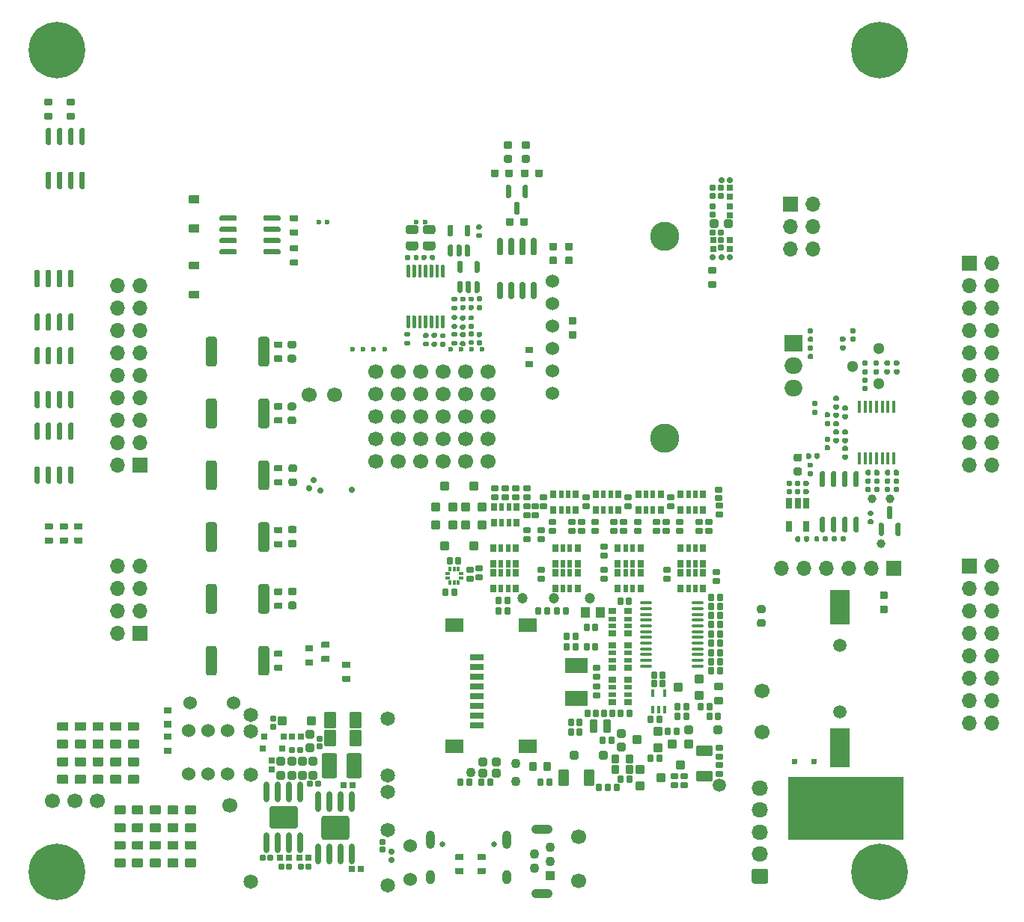
<source format=gbs>
G75*
G70*
%OFA0B0*%
%FSLAX25Y25*%
%IPPOS*%
%LPD*%
%AMOC8*
5,1,8,0,0,1.08239X$1,22.5*
%
%AMM121*
21,1,0.029130,0.018900,0.000000,-0.000000,90.000000*
21,1,0.018900,0.029130,0.000000,-0.000000,90.000000*
1,1,0.010240,0.009450,0.009450*
1,1,0.010240,0.009450,-0.009450*
1,1,0.010240,-0.009450,-0.009450*
1,1,0.010240,-0.009450,0.009450*
%
%AMM122*
21,1,0.025200,0.019680,0.000000,-0.000000,180.000000*
21,1,0.015750,0.029130,0.000000,-0.000000,180.000000*
1,1,0.009450,-0.007870,0.009840*
1,1,0.009450,0.007870,0.009840*
1,1,0.009450,0.007870,-0.009840*
1,1,0.009450,-0.007870,-0.009840*
%
%AMM123*
21,1,0.038980,0.026770,0.000000,-0.000000,180.000000*
21,1,0.026770,0.038980,0.000000,-0.000000,180.000000*
1,1,0.012210,-0.013390,0.013390*
1,1,0.012210,0.013390,0.013390*
1,1,0.012210,0.013390,-0.013390*
1,1,0.012210,-0.013390,-0.013390*
%
%AMM124*
21,1,0.025200,0.019680,0.000000,-0.000000,270.000000*
21,1,0.015750,0.029130,0.000000,-0.000000,270.000000*
1,1,0.009450,-0.009840,-0.007870*
1,1,0.009450,-0.009840,0.007870*
1,1,0.009450,0.009840,0.007870*
1,1,0.009450,0.009840,-0.007870*
%
%AMM199*
21,1,0.029530,0.026380,-0.000000,-0.000000,90.000000*
21,1,0.020470,0.035430,-0.000000,-0.000000,90.000000*
1,1,0.009060,0.013190,0.010240*
1,1,0.009060,0.013190,-0.010240*
1,1,0.009060,-0.013190,-0.010240*
1,1,0.009060,-0.013190,0.010240*
%
%AMM20*
21,1,0.041340,0.026770,0.000000,0.000000,0.000000*
21,1,0.029130,0.038980,0.000000,0.000000,0.000000*
1,1,0.012210,0.014570,-0.013390*
1,1,0.012210,-0.014570,-0.013390*
1,1,0.012210,-0.014570,0.013390*
1,1,0.012210,0.014570,0.013390*
%
%AMM200*
21,1,0.021650,0.027950,-0.000000,-0.000000,90.000000*
21,1,0.014170,0.035430,-0.000000,-0.000000,90.000000*
1,1,0.007480,0.013980,0.007090*
1,1,0.007480,0.013980,-0.007090*
1,1,0.007480,-0.013980,-0.007090*
1,1,0.007480,-0.013980,0.007090*
%
%AMM203*
21,1,0.031500,0.018900,-0.000000,-0.000000,270.000000*
21,1,0.022840,0.027560,-0.000000,-0.000000,270.000000*
1,1,0.008660,-0.009450,-0.011420*
1,1,0.008660,-0.009450,0.011420*
1,1,0.008660,0.009450,0.011420*
1,1,0.008660,0.009450,-0.011420*
%
%AMM205*
21,1,0.031500,0.018900,-0.000000,-0.000000,0.000000*
21,1,0.022840,0.027560,-0.000000,-0.000000,0.000000*
1,1,0.008660,0.011420,-0.009450*
1,1,0.008660,-0.011420,-0.009450*
1,1,0.008660,-0.011420,0.009450*
1,1,0.008660,0.011420,0.009450*
%
%AMM207*
21,1,0.039370,0.030320,-0.000000,-0.000000,90.000000*
21,1,0.028350,0.041340,-0.000000,-0.000000,90.000000*
1,1,0.011020,0.015160,0.014170*
1,1,0.011020,0.015160,-0.014170*
1,1,0.011020,-0.015160,-0.014170*
1,1,0.011020,-0.015160,0.014170*
%
%AMM21*
21,1,0.076380,0.036220,0.000000,0.000000,90.000000*
21,1,0.061810,0.050790,0.000000,0.000000,90.000000*
1,1,0.014570,0.018110,0.030910*
1,1,0.014570,0.018110,-0.030910*
1,1,0.014570,-0.018110,-0.030910*
1,1,0.014570,-0.018110,0.030910*
%
%AMM210*
21,1,0.031500,0.030710,-0.000000,-0.000000,180.000000*
21,1,0.022050,0.040160,-0.000000,-0.000000,180.000000*
1,1,0.009450,-0.011020,0.015350*
1,1,0.009450,0.011020,0.015350*
1,1,0.009450,0.011020,-0.015350*
1,1,0.009450,-0.011020,-0.015350*
%
%AMM228*
21,1,0.037400,0.026770,-0.000000,-0.000000,270.000000*
21,1,0.026770,0.037400,-0.000000,-0.000000,270.000000*
1,1,0.010630,-0.013390,-0.013390*
1,1,0.010630,-0.013390,0.013390*
1,1,0.010630,0.013390,0.013390*
1,1,0.010630,0.013390,-0.013390*
%
%AMM229*
21,1,0.029530,0.026380,-0.000000,-0.000000,180.000000*
21,1,0.020470,0.035430,-0.000000,-0.000000,180.000000*
1,1,0.009060,-0.010240,0.013190*
1,1,0.009060,0.010240,0.013190*
1,1,0.009060,0.010240,-0.013190*
1,1,0.009060,-0.010240,-0.013190*
%
%AMM230*
21,1,0.021650,0.027950,-0.000000,-0.000000,180.000000*
21,1,0.014170,0.035430,-0.000000,-0.000000,180.000000*
1,1,0.007480,-0.007090,0.013980*
1,1,0.007480,0.007090,0.013980*
1,1,0.007480,0.007090,-0.013980*
1,1,0.007480,-0.007090,-0.013980*
%
%AMM231*
21,1,0.037400,0.026770,-0.000000,-0.000000,180.000000*
21,1,0.026770,0.037400,-0.000000,-0.000000,180.000000*
1,1,0.010630,-0.013390,0.013390*
1,1,0.010630,0.013390,0.013390*
1,1,0.010630,0.013390,-0.013390*
1,1,0.010630,-0.013390,-0.013390*
%
%AMM232*
21,1,0.082680,0.045670,-0.000000,-0.000000,0.000000*
21,1,0.067320,0.061020,-0.000000,-0.000000,0.000000*
1,1,0.015350,0.033660,-0.022840*
1,1,0.015350,-0.033660,-0.022840*
1,1,0.015350,-0.033660,0.022840*
1,1,0.015350,0.033660,0.022840*
%
%AMM233*
21,1,0.062990,0.020470,-0.000000,-0.000000,0.000000*
21,1,0.053940,0.029530,-0.000000,-0.000000,0.000000*
1,1,0.009060,0.026970,-0.010240*
1,1,0.009060,-0.026970,-0.010240*
1,1,0.009060,-0.026970,0.010240*
1,1,0.009060,0.026970,0.010240*
%
%AMM234*
21,1,0.039370,0.030320,-0.000000,-0.000000,0.000000*
21,1,0.028350,0.041340,-0.000000,-0.000000,0.000000*
1,1,0.011020,0.014170,-0.015160*
1,1,0.011020,-0.014170,-0.015160*
1,1,0.011020,-0.014170,0.015160*
1,1,0.011020,0.014170,0.015160*
%
%AMM235*
21,1,0.016540,0.028980,-0.000000,-0.000000,0.000000*
21,1,0.010080,0.035430,-0.000000,-0.000000,0.000000*
1,1,0.006460,0.005040,-0.014490*
1,1,0.006460,-0.005040,-0.014490*
1,1,0.006460,-0.005040,0.014490*
1,1,0.006460,0.005040,0.014490*
%
%AMM236*
21,1,0.074800,0.036220,-0.000000,-0.000000,180.000000*
21,1,0.061810,0.049210,-0.000000,-0.000000,180.000000*
1,1,0.012990,-0.030910,0.018110*
1,1,0.012990,0.030910,0.018110*
1,1,0.012990,0.030910,-0.018110*
1,1,0.012990,-0.030910,-0.018110*
%
%AMM237*
21,1,0.039760,0.026770,-0.000000,-0.000000,180.000000*
21,1,0.029130,0.037400,-0.000000,-0.000000,180.000000*
1,1,0.010630,-0.014570,0.013390*
1,1,0.010630,0.014570,0.013390*
1,1,0.010630,0.014570,-0.013390*
1,1,0.010630,-0.014570,-0.013390*
%
%AMM238*
21,1,0.031500,0.049610,-0.000000,-0.000000,180.000000*
21,1,0.022050,0.059060,-0.000000,-0.000000,180.000000*
1,1,0.009450,-0.011020,0.024800*
1,1,0.009450,0.011020,0.024800*
1,1,0.009450,0.011020,-0.024800*
1,1,0.009450,-0.011020,-0.024800*
%
%AMM239*
21,1,0.074800,0.036220,-0.000000,-0.000000,270.000000*
21,1,0.061810,0.049210,-0.000000,-0.000000,270.000000*
1,1,0.012990,-0.018110,-0.030910*
1,1,0.012990,-0.018110,0.030910*
1,1,0.012990,0.018110,0.030910*
1,1,0.012990,0.018110,-0.030910*
%
%AMM24*
21,1,0.029130,0.018900,0.000000,0.000000,90.000000*
21,1,0.018900,0.029130,0.000000,0.000000,90.000000*
1,1,0.010240,0.009450,0.009450*
1,1,0.010240,0.009450,-0.009450*
1,1,0.010240,-0.009450,-0.009450*
1,1,0.010240,-0.009450,0.009450*
%
%AMM240*
21,1,0.031500,0.030710,-0.000000,-0.000000,270.000000*
21,1,0.022050,0.040160,-0.000000,-0.000000,270.000000*
1,1,0.009450,-0.015350,-0.011020*
1,1,0.009450,-0.015350,0.011020*
1,1,0.009450,0.015350,0.011020*
1,1,0.009450,0.015350,-0.011020*
%
%AMM25*
21,1,0.025200,0.019680,0.000000,0.000000,0.000000*
21,1,0.015750,0.029130,0.000000,0.000000,0.000000*
1,1,0.009450,0.007870,-0.009840*
1,1,0.009450,-0.007870,-0.009840*
1,1,0.009450,-0.007870,0.009840*
1,1,0.009450,0.007870,0.009840*
%
%AMM26*
21,1,0.025200,0.019680,0.000000,0.000000,270.000000*
21,1,0.015750,0.029130,0.000000,0.000000,270.000000*
1,1,0.009450,-0.009840,-0.007870*
1,1,0.009450,-0.009840,0.007870*
1,1,0.009450,0.009840,0.007870*
1,1,0.009450,0.009840,-0.007870*
%
%AMM32*
21,1,0.111810,0.050390,0.000000,0.000000,90.000000*
21,1,0.093700,0.068500,0.000000,0.000000,90.000000*
1,1,0.018110,0.025200,0.046850*
1,1,0.018110,0.025200,-0.046850*
1,1,0.018110,-0.025200,-0.046850*
1,1,0.018110,-0.025200,0.046850*
%
%AMM33*
21,1,0.038980,0.026770,0.000000,0.000000,270.000000*
21,1,0.026770,0.038980,0.000000,0.000000,270.000000*
1,1,0.012210,-0.013390,-0.013390*
1,1,0.012210,-0.013390,0.013390*
1,1,0.012210,0.013390,0.013390*
1,1,0.012210,0.013390,-0.013390*
%
%AMM34*
21,1,0.029130,0.018900,0.000000,0.000000,180.000000*
21,1,0.018900,0.029130,0.000000,0.000000,180.000000*
1,1,0.010240,-0.009450,0.009450*
1,1,0.010240,0.009450,0.009450*
1,1,0.010240,0.009450,-0.009450*
1,1,0.010240,-0.009450,-0.009450*
%
%AMM35*
21,1,0.127560,0.075590,0.000000,0.000000,180.000000*
21,1,0.103150,0.100000,0.000000,0.000000,180.000000*
1,1,0.024410,-0.051580,0.037800*
1,1,0.024410,0.051580,0.037800*
1,1,0.024410,0.051580,-0.037800*
1,1,0.024410,-0.051580,-0.037800*
%
%AMM36*
21,1,0.123620,0.083460,0.000000,0.000000,0.000000*
21,1,0.097240,0.109840,0.000000,0.000000,0.000000*
1,1,0.026380,0.048620,-0.041730*
1,1,0.026380,-0.048620,-0.041730*
1,1,0.026380,-0.048620,0.041730*
1,1,0.026380,0.048620,0.041730*
%
%ADD11C,0.06693*%
%ADD122M20*%
%ADD123M21*%
%ADD126M24*%
%ADD127M25*%
%ADD128M26*%
%ADD129C,0.02913*%
%ADD130C,0.06457*%
%ADD138M32*%
%ADD139M33*%
%ADD140M34*%
%ADD141O,0.02520X0.09213*%
%ADD142M35*%
%ADD143M36*%
%ADD158C,0.05118*%
%ADD171C,0.03900*%
%ADD21R,0.06693X0.06693*%
%ADD22O,0.06693X0.06693*%
%ADD226C,0.04724*%
%ADD227C,0.04294*%
%ADD23C,0.03150*%
%ADD24C,0.25197*%
%ADD25C,0.06000*%
%ADD252R,0.01772X0.01870*%
%ADD254O,0.05354X0.01378*%
%ADD257R,0.09843X0.07087*%
%ADD258R,0.01870X0.01772*%
%ADD26O,0.07283X0.06693*%
%ADD260R,0.04331X0.04724*%
%ADD27C,0.02362*%
%ADD302M121*%
%ADD303M122*%
%ADD304M123*%
%ADD305M124*%
%ADD309R,0.07874X0.07500*%
%ADD310O,0.07874X0.07500*%
%ADD312R,0.01772X0.05709*%
%ADD313R,0.02559X0.04803*%
%ADD33R,0.04331X0.04331*%
%ADD34C,0.04331*%
%ADD35O,0.09449X0.04331*%
%ADD38C,0.05906*%
%ADD408M199*%
%ADD409M200*%
%ADD412M203*%
%ADD414M205*%
%ADD416M207*%
%ADD419M210*%
%ADD437M228*%
%ADD438M229*%
%ADD439M230*%
%ADD440M231*%
%ADD441M232*%
%ADD442M233*%
%ADD443M234*%
%ADD444M235*%
%ADD445M236*%
%ADD446M237*%
%ADD447M238*%
%ADD448M239*%
%ADD449M240*%
%ADD70O,0.03937X0.08268*%
%ADD71O,0.03937X0.06299*%
%ADD72C,0.13000*%
%ADD78C,0.00472*%
%ADD79C,0.02559*%
%ADD95R,0.09055X0.17323*%
%ADD96R,0.09055X0.15748*%
X0000000Y0000000D02*
%LPD*%
G01*
D78*
X0390354Y0028503D02*
X0339173Y0028503D01*
X0339173Y0056062D01*
X0390354Y0056062D01*
X0390354Y0028503D01*
G36*
X0390354Y0028503D02*
G01*
X0339173Y0028503D01*
X0339173Y0056062D01*
X0390354Y0056062D01*
X0390354Y0028503D01*
G37*
D11*
X0327559Y0076042D03*
X0125984Y0226436D03*
X0137402Y0226436D03*
D21*
X0420150Y0284979D03*
D22*
X0430150Y0284979D03*
X0420150Y0274979D03*
X0430150Y0274979D03*
X0420150Y0264979D03*
X0430150Y0264979D03*
X0420150Y0254979D03*
X0430150Y0254979D03*
X0420150Y0244979D03*
X0430150Y0244979D03*
X0420150Y0234979D03*
X0430150Y0234979D03*
X0420150Y0224979D03*
X0430150Y0224979D03*
X0420150Y0214979D03*
X0430150Y0214979D03*
X0420150Y0204979D03*
X0430150Y0204979D03*
X0420150Y0194979D03*
X0430150Y0194979D03*
D11*
X0021811Y0045334D03*
D23*
X0004331Y0379979D03*
X0007098Y0386661D03*
X0007098Y0373298D03*
X0013780Y0389428D03*
D24*
X0013780Y0379979D03*
D23*
X0013780Y0370530D03*
X0020461Y0386661D03*
X0020461Y0373298D03*
X0023228Y0379979D03*
X0370472Y0379979D03*
X0373240Y0386661D03*
X0373240Y0373298D03*
X0379921Y0389428D03*
D24*
X0379921Y0379979D03*
D23*
X0379921Y0370530D03*
X0386603Y0386661D03*
X0386603Y0373298D03*
X0389370Y0379979D03*
D25*
X0072441Y0076633D03*
X0072441Y0057341D03*
G36*
G01*
X0329429Y0008523D02*
X0324114Y0008523D01*
G75*
G02*
X0323130Y0009507I0000000J0000984D01*
G01*
X0323130Y0014231D01*
G75*
G02*
X0324114Y0015215I0000984J0000000D01*
G01*
X0329429Y0015215D01*
G75*
G02*
X0330413Y0014231I0000000J-000984D01*
G01*
X0330413Y0009507D01*
G75*
G02*
X0329429Y0008523I-000984J0000000D01*
G01*
G37*
D26*
X0326772Y0021712D03*
X0326772Y0031554D03*
X0326772Y0041397D03*
X0326772Y0051239D03*
D11*
X0246063Y0029586D03*
D23*
X0004331Y0013838D03*
X0007098Y0020519D03*
X0007098Y0007156D03*
X0013780Y0023286D03*
D24*
X0013780Y0013838D03*
D23*
X0013780Y0004389D03*
X0020461Y0020519D03*
X0020461Y0007156D03*
X0023228Y0013838D03*
D27*
X0193602Y0246810D03*
X0188878Y0246810D03*
X0198327Y0246810D03*
X0203051Y0246810D03*
X0177618Y0303601D03*
X0173681Y0303601D03*
D11*
X0011811Y0045334D03*
D33*
X0233268Y0012263D03*
D34*
X0226378Y0015412D03*
X0233268Y0018562D03*
X0226378Y0021712D03*
X0233268Y0024861D03*
D35*
X0229823Y0004192D03*
X0229823Y0032932D03*
D25*
X0081102Y0076633D03*
X0081102Y0057341D03*
D27*
X0313287Y0287952D03*
X0309547Y0287952D03*
X0305807Y0287952D03*
X0309744Y0322204D03*
X0313287Y0322204D03*
D11*
X0090551Y0043365D03*
D38*
X0160925Y0082046D03*
X0160925Y0056849D03*
X0160925Y0049369D03*
X0160925Y0032440D03*
D27*
X0162697Y0022991D03*
X0162697Y0019054D03*
D38*
X0160925Y0007834D03*
X0099902Y0083818D03*
X0099902Y0076534D03*
X0099902Y0057046D03*
X0099902Y0009605D03*
D21*
X0340350Y0311479D03*
D22*
X0350350Y0311479D03*
X0340350Y0301479D03*
X0350350Y0301479D03*
X0340350Y0291479D03*
X0350350Y0291479D03*
D27*
X0125984Y0184999D03*
X0128051Y0188444D03*
X0131004Y0183818D03*
X0144980Y0184113D03*
D25*
X0089764Y0076633D03*
X0089764Y0057341D03*
D11*
X0155512Y0196751D03*
X0155512Y0206751D03*
X0155512Y0216751D03*
X0155512Y0226751D03*
X0155512Y0236751D03*
X0165512Y0196751D03*
X0165512Y0206751D03*
X0165512Y0216751D03*
X0165512Y0226751D03*
X0165512Y0236751D03*
X0175512Y0196751D03*
X0175512Y0206751D03*
X0175512Y0216751D03*
X0175512Y0226751D03*
X0175512Y0236751D03*
X0246063Y0009901D03*
D25*
X0171160Y0025549D03*
X0171160Y0010549D03*
D21*
X0050650Y0119979D03*
D22*
X0040650Y0119979D03*
X0050650Y0129979D03*
X0040650Y0129979D03*
X0050650Y0139979D03*
X0040650Y0139979D03*
X0050650Y0149979D03*
X0040650Y0149979D03*
D11*
X0327559Y0094546D03*
D21*
X0050650Y0194979D03*
D22*
X0040650Y0194979D03*
X0050650Y0204979D03*
X0040650Y0204979D03*
X0050650Y0214979D03*
X0040650Y0214979D03*
X0050650Y0224979D03*
X0040650Y0224979D03*
X0050650Y0234979D03*
X0040650Y0234979D03*
X0050650Y0244979D03*
X0040650Y0244979D03*
X0050650Y0254979D03*
X0040650Y0254979D03*
X0050650Y0264979D03*
X0040650Y0264979D03*
X0050650Y0274979D03*
X0040650Y0274979D03*
D79*
X0185472Y0026062D03*
X0208228Y0026062D03*
D70*
X0179843Y0028030D03*
D71*
X0179843Y0011574D03*
D70*
X0213858Y0028030D03*
D71*
X0213858Y0011574D03*
D21*
X0420150Y0149979D03*
D22*
X0430150Y0149979D03*
X0420150Y0139979D03*
X0430150Y0139979D03*
X0420150Y0129979D03*
X0430150Y0129979D03*
X0420150Y0119979D03*
X0430150Y0119979D03*
X0420150Y0109979D03*
X0430150Y0109979D03*
X0420150Y0099979D03*
X0430150Y0099979D03*
X0420150Y0089979D03*
X0430150Y0089979D03*
X0420150Y0079979D03*
X0430150Y0079979D03*
D23*
X0370472Y0013838D03*
X0373240Y0020519D03*
X0373240Y0007156D03*
X0379921Y0023286D03*
D24*
X0379921Y0013838D03*
D23*
X0379921Y0004389D03*
X0386603Y0020519D03*
X0386603Y0007156D03*
X0389370Y0013838D03*
D27*
X0150098Y0246810D03*
X0145374Y0246810D03*
X0154823Y0246810D03*
X0159547Y0246810D03*
X0134114Y0303601D03*
X0130177Y0303601D03*
D25*
X0073031Y0089034D03*
X0092323Y0089034D03*
D21*
X0386417Y0149271D03*
D22*
X0376417Y0149271D03*
X0366417Y0149271D03*
X0356417Y0149271D03*
X0346417Y0149271D03*
X0336417Y0149271D03*
D72*
X0284265Y0297027D03*
X0284265Y0207027D03*
D25*
X0234265Y0277027D03*
X0234265Y0267027D03*
X0234265Y0257027D03*
X0234265Y0247027D03*
X0234265Y0237027D03*
X0234265Y0227027D03*
D11*
X0031811Y0045334D03*
X0185512Y0196751D03*
X0185512Y0206751D03*
X0185512Y0216751D03*
X0185512Y0226751D03*
X0185512Y0236751D03*
X0195512Y0196751D03*
X0195512Y0206751D03*
X0195512Y0216751D03*
X0195512Y0226751D03*
X0195512Y0236751D03*
X0205512Y0196751D03*
X0205512Y0206751D03*
X0205512Y0216751D03*
X0205512Y0226751D03*
X0205512Y0236751D03*
G36*
G01*
X0214173Y0319968D02*
X0215354Y0319968D01*
G75*
G02*
X0215945Y0319377I0000000J-000591D01*
G01*
X0215945Y0314751D01*
G75*
G02*
X0215354Y0314160I-000591J0000000D01*
G01*
X0214173Y0314160D01*
G75*
G02*
X0213583Y0314751I0000000J0000591D01*
G01*
X0213583Y0319377D01*
G75*
G02*
X0214173Y0319968I0000591J0000000D01*
G01*
G37*
G36*
G01*
X0221654Y0319968D02*
X0222835Y0319968D01*
G75*
G02*
X0223425Y0319377I0000000J-000591D01*
G01*
X0223425Y0314751D01*
G75*
G02*
X0222835Y0314160I-000591J0000000D01*
G01*
X0221654Y0314160D01*
G75*
G02*
X0221063Y0314751I0000000J0000591D01*
G01*
X0221063Y0319377D01*
G75*
G02*
X0221654Y0319968I0000591J0000000D01*
G01*
G37*
G36*
G01*
X0217913Y0312586D02*
X0219094Y0312586D01*
G75*
G02*
X0219685Y0311995I0000000J-000591D01*
G01*
X0219685Y0307369D01*
G75*
G02*
X0219094Y0306779I-000591J0000000D01*
G01*
X0217913Y0306779D01*
G75*
G02*
X0217323Y0307369I0000000J0000591D01*
G01*
X0217323Y0311995D01*
G75*
G02*
X0217913Y0312586I0000591J0000000D01*
G01*
G37*
G36*
G01*
X0049803Y0053050D02*
X0045669Y0053050D01*
G75*
G02*
X0045276Y0053444I0000000J0000394D01*
G01*
X0045276Y0056593D01*
G75*
G02*
X0045669Y0056987I0000394J0000000D01*
G01*
X0049803Y0056987D01*
G75*
G02*
X0050197Y0056593I0000000J-000394D01*
G01*
X0050197Y0053444D01*
G75*
G02*
X0049803Y0053050I-000394J0000000D01*
G01*
G37*
G36*
G01*
X0049803Y0060924D02*
X0045669Y0060924D01*
G75*
G02*
X0045276Y0061318I0000000J0000394D01*
G01*
X0045276Y0064467D01*
G75*
G02*
X0045669Y0064861I0000394J0000000D01*
G01*
X0049803Y0064861D01*
G75*
G02*
X0050197Y0064467I0000000J-000394D01*
G01*
X0050197Y0061318D01*
G75*
G02*
X0049803Y0060924I-000394J0000000D01*
G01*
G37*
G36*
G01*
X0241969Y0261141D02*
X0244646Y0261141D01*
G75*
G02*
X0244980Y0260806I0000000J-000335D01*
G01*
X0244980Y0258129D01*
G75*
G02*
X0244646Y0257794I-000335J0000000D01*
G01*
X0241969Y0257794D01*
G75*
G02*
X0241634Y0258129I0000000J0000335D01*
G01*
X0241634Y0260806D01*
G75*
G02*
X0241969Y0261141I0000335J0000000D01*
G01*
G37*
G36*
G01*
X0241969Y0254920D02*
X0244646Y0254920D01*
G75*
G02*
X0244980Y0254586I0000000J-000335D01*
G01*
X0244980Y0251908D01*
G75*
G02*
X0244646Y0251574I-000335J0000000D01*
G01*
X0241969Y0251574D01*
G75*
G02*
X0241634Y0251908I0000000J0000335D01*
G01*
X0241634Y0254586D01*
G75*
G02*
X0241969Y0254920I0000335J0000000D01*
G01*
G37*
G36*
G01*
X0076811Y0298877D02*
X0072795Y0298877D01*
G75*
G02*
X0072441Y0299231I0000000J0000354D01*
G01*
X0072441Y0302066D01*
G75*
G02*
X0072795Y0302420I0000354J0000000D01*
G01*
X0076811Y0302420D01*
G75*
G02*
X0077165Y0302066I0000000J-000354D01*
G01*
X0077165Y0299231D01*
G75*
G02*
X0076811Y0298877I-000354J0000000D01*
G01*
G37*
G36*
G01*
X0076811Y0311869D02*
X0072795Y0311869D01*
G75*
G02*
X0072441Y0312223I0000000J0000354D01*
G01*
X0072441Y0315058D01*
G75*
G02*
X0072795Y0315412I0000354J0000000D01*
G01*
X0076811Y0315412D01*
G75*
G02*
X0077165Y0315058I0000000J-000354D01*
G01*
X0077165Y0312223D01*
G75*
G02*
X0076811Y0311869I-000354J0000000D01*
G01*
G37*
D38*
X0362205Y0085098D03*
X0362205Y0114625D03*
D95*
X0362205Y0068956D03*
D96*
X0362205Y0131948D03*
G36*
G01*
X0004311Y0247696D02*
X0005492Y0247696D01*
G75*
G02*
X0006083Y0247105I0000000J-000591D01*
G01*
X0006083Y0240609D01*
G75*
G02*
X0005492Y0240019I-000591J0000000D01*
G01*
X0004311Y0240019D01*
G75*
G02*
X0003720Y0240609I0000000J0000591D01*
G01*
X0003720Y0247105D01*
G75*
G02*
X0004311Y0247696I0000591J0000000D01*
G01*
G37*
G36*
G01*
X0009311Y0247696D02*
X0010492Y0247696D01*
G75*
G02*
X0011083Y0247105I0000000J-000591D01*
G01*
X0011083Y0240609D01*
G75*
G02*
X0010492Y0240019I-000591J0000000D01*
G01*
X0009311Y0240019D01*
G75*
G02*
X0008720Y0240609I0000000J0000591D01*
G01*
X0008720Y0247105D01*
G75*
G02*
X0009311Y0247696I0000591J0000000D01*
G01*
G37*
G36*
G01*
X0014311Y0247696D02*
X0015492Y0247696D01*
G75*
G02*
X0016083Y0247105I0000000J-000591D01*
G01*
X0016083Y0240609D01*
G75*
G02*
X0015492Y0240019I-000591J0000000D01*
G01*
X0014311Y0240019D01*
G75*
G02*
X0013720Y0240609I0000000J0000591D01*
G01*
X0013720Y0247105D01*
G75*
G02*
X0014311Y0247696I0000591J0000000D01*
G01*
G37*
G36*
G01*
X0019311Y0247696D02*
X0020492Y0247696D01*
G75*
G02*
X0021083Y0247105I0000000J-000591D01*
G01*
X0021083Y0240609D01*
G75*
G02*
X0020492Y0240019I-000591J0000000D01*
G01*
X0019311Y0240019D01*
G75*
G02*
X0018720Y0240609I0000000J0000591D01*
G01*
X0018720Y0247105D01*
G75*
G02*
X0019311Y0247696I0000591J0000000D01*
G01*
G37*
G36*
G01*
X0019311Y0228208D02*
X0020492Y0228208D01*
G75*
G02*
X0021083Y0227617I0000000J-000591D01*
G01*
X0021083Y0221121D01*
G75*
G02*
X0020492Y0220530I-000591J0000000D01*
G01*
X0019311Y0220530D01*
G75*
G02*
X0018720Y0221121I0000000J0000591D01*
G01*
X0018720Y0227617D01*
G75*
G02*
X0019311Y0228208I0000591J0000000D01*
G01*
G37*
G36*
G01*
X0014311Y0228208D02*
X0015492Y0228208D01*
G75*
G02*
X0016083Y0227617I0000000J-000591D01*
G01*
X0016083Y0221121D01*
G75*
G02*
X0015492Y0220530I-000591J0000000D01*
G01*
X0014311Y0220530D01*
G75*
G02*
X0013720Y0221121I0000000J0000591D01*
G01*
X0013720Y0227617D01*
G75*
G02*
X0014311Y0228208I0000591J0000000D01*
G01*
G37*
G36*
G01*
X0009311Y0228208D02*
X0010492Y0228208D01*
G75*
G02*
X0011083Y0227617I0000000J-000591D01*
G01*
X0011083Y0221121D01*
G75*
G02*
X0010492Y0220530I-000591J0000000D01*
G01*
X0009311Y0220530D01*
G75*
G02*
X0008720Y0221121I0000000J0000591D01*
G01*
X0008720Y0227617D01*
G75*
G02*
X0009311Y0228208I0000591J0000000D01*
G01*
G37*
G36*
G01*
X0004311Y0228208D02*
X0005492Y0228208D01*
G75*
G02*
X0006083Y0227617I0000000J-000591D01*
G01*
X0006083Y0221121D01*
G75*
G02*
X0005492Y0220530I-000591J0000000D01*
G01*
X0004311Y0220530D01*
G75*
G02*
X0003720Y0221121I0000000J0000591D01*
G01*
X0003720Y0227617D01*
G75*
G02*
X0004311Y0228208I0000591J0000000D01*
G01*
G37*
G36*
G01*
X0011575Y0160097D02*
X0008504Y0160097D01*
G75*
G02*
X0008228Y0160373I0000000J0000276D01*
G01*
X0008228Y0162578D01*
G75*
G02*
X0008504Y0162853I0000276J0000000D01*
G01*
X0011575Y0162853D01*
G75*
G02*
X0011850Y0162578I0000000J-000276D01*
G01*
X0011850Y0160373D01*
G75*
G02*
X0011575Y0160097I-000276J0000000D01*
G01*
G37*
G36*
G01*
X0011575Y0166397D02*
X0008504Y0166397D01*
G75*
G02*
X0008228Y0166672I0000000J0000276D01*
G01*
X0008228Y0168877D01*
G75*
G02*
X0008504Y0169152I0000276J0000000D01*
G01*
X0011575Y0169152D01*
G75*
G02*
X0011850Y0168877I0000000J-000276D01*
G01*
X0011850Y0166672D01*
G75*
G02*
X0011575Y0166397I-000276J0000000D01*
G01*
G37*
G36*
G01*
X0229941Y0326593D02*
X0229941Y0323916D01*
G75*
G02*
X0229606Y0323582I-000335J0000000D01*
G01*
X0226929Y0323582D01*
G75*
G02*
X0226594Y0323916I0000000J0000335D01*
G01*
X0226594Y0326593D01*
G75*
G02*
X0226929Y0326928I0000335J0000000D01*
G01*
X0229606Y0326928D01*
G75*
G02*
X0229941Y0326593I0000000J-000335D01*
G01*
G37*
G36*
G01*
X0223720Y0326593D02*
X0223720Y0323916D01*
G75*
G02*
X0223386Y0323582I-000335J0000000D01*
G01*
X0220709Y0323582D01*
G75*
G02*
X0220374Y0323916I0000000J0000335D01*
G01*
X0220374Y0326593D01*
G75*
G02*
X0220709Y0326928I0000335J0000000D01*
G01*
X0223386Y0326928D01*
G75*
G02*
X0223720Y0326593I0000000J-000335D01*
G01*
G37*
G36*
G01*
X0026181Y0053050D02*
X0022047Y0053050D01*
G75*
G02*
X0021654Y0053444I0000000J0000394D01*
G01*
X0021654Y0056593D01*
G75*
G02*
X0022047Y0056987I0000394J0000000D01*
G01*
X0026181Y0056987D01*
G75*
G02*
X0026575Y0056593I0000000J-000394D01*
G01*
X0026575Y0053444D01*
G75*
G02*
X0026181Y0053050I-000394J0000000D01*
G01*
G37*
G36*
G01*
X0026181Y0060924D02*
X0022047Y0060924D01*
G75*
G02*
X0021654Y0061318I0000000J0000394D01*
G01*
X0021654Y0064467D01*
G75*
G02*
X0022047Y0064861I0000394J0000000D01*
G01*
X0026181Y0064861D01*
G75*
G02*
X0026575Y0064467I0000000J-000394D01*
G01*
X0026575Y0061318D01*
G75*
G02*
X0026181Y0060924I-000394J0000000D01*
G01*
G37*
G36*
G01*
X0380551Y0138700D02*
X0383228Y0138700D01*
G75*
G02*
X0383563Y0138365I0000000J-000335D01*
G01*
X0383563Y0135688D01*
G75*
G02*
X0383228Y0135353I-000335J0000000D01*
G01*
X0380551Y0135353D01*
G75*
G02*
X0380217Y0135688I0000000J0000335D01*
G01*
X0380217Y0138365D01*
G75*
G02*
X0380551Y0138700I0000335J0000000D01*
G01*
G37*
G36*
G01*
X0380551Y0132479D02*
X0383228Y0132479D01*
G75*
G02*
X0383563Y0132145I0000000J-000335D01*
G01*
X0383563Y0129467D01*
G75*
G02*
X0383228Y0129133I-000335J0000000D01*
G01*
X0380551Y0129133D01*
G75*
G02*
X0380217Y0129467I0000000J0000335D01*
G01*
X0380217Y0132145D01*
G75*
G02*
X0380551Y0132479I0000335J0000000D01*
G01*
G37*
G36*
G01*
X0213720Y0302192D02*
X0213720Y0304869D01*
G75*
G02*
X0214055Y0305204I0000335J0000000D01*
G01*
X0216732Y0305204D01*
G75*
G02*
X0217067Y0304869I0000000J-000335D01*
G01*
X0217067Y0302192D01*
G75*
G02*
X0216732Y0301857I-000335J0000000D01*
G01*
X0214055Y0301857D01*
G75*
G02*
X0213720Y0302192I0000000J0000335D01*
G01*
G37*
G36*
G01*
X0219941Y0302192D02*
X0219941Y0304869D01*
G75*
G02*
X0220276Y0305204I0000335J0000000D01*
G01*
X0222953Y0305204D01*
G75*
G02*
X0223287Y0304869I0000000J-000335D01*
G01*
X0223287Y0302192D01*
G75*
G02*
X0222953Y0301857I-000335J0000000D01*
G01*
X0220276Y0301857D01*
G75*
G02*
X0219941Y0302192I0000000J0000335D01*
G01*
G37*
G36*
G01*
X0024764Y0160097D02*
X0021693Y0160097D01*
G75*
G02*
X0021417Y0160373I0000000J0000276D01*
G01*
X0021417Y0162578D01*
G75*
G02*
X0021693Y0162853I0000276J0000000D01*
G01*
X0024764Y0162853D01*
G75*
G02*
X0025039Y0162578I0000000J-000276D01*
G01*
X0025039Y0160373D01*
G75*
G02*
X0024764Y0160097I-000276J0000000D01*
G01*
G37*
G36*
G01*
X0024764Y0166397D02*
X0021693Y0166397D01*
G75*
G02*
X0021417Y0166672I0000000J0000276D01*
G01*
X0021417Y0168877D01*
G75*
G02*
X0021693Y0169152I0000276J0000000D01*
G01*
X0024764Y0169152D01*
G75*
G02*
X0025039Y0168877I0000000J-000276D01*
G01*
X0025039Y0166672D01*
G75*
G02*
X0024764Y0166397I-000276J0000000D01*
G01*
G37*
G36*
G01*
X0063287Y0043365D02*
X0067421Y0043365D01*
G75*
G02*
X0067815Y0042971I0000000J-000394D01*
G01*
X0067815Y0039822D01*
G75*
G02*
X0067421Y0039428I-000394J0000000D01*
G01*
X0063287Y0039428D01*
G75*
G02*
X0062894Y0039822I0000000J0000394D01*
G01*
X0062894Y0042971D01*
G75*
G02*
X0063287Y0043365I0000394J0000000D01*
G01*
G37*
G36*
G01*
X0063287Y0035491D02*
X0067421Y0035491D01*
G75*
G02*
X0067815Y0035097I0000000J-000394D01*
G01*
X0067815Y0031948D01*
G75*
G02*
X0067421Y0031554I-000394J0000000D01*
G01*
X0063287Y0031554D01*
G75*
G02*
X0062894Y0031948I0000000J0000394D01*
G01*
X0062894Y0035097D01*
G75*
G02*
X0063287Y0035491I0000394J0000000D01*
G01*
G37*
G36*
G01*
X0108169Y0251338D02*
X0108169Y0240117D01*
G75*
G02*
X0107185Y0239133I-000984J0000000D01*
G01*
X0104331Y0239133D01*
G75*
G02*
X0103346Y0240117I0000000J0000984D01*
G01*
X0103346Y0251338D01*
G75*
G02*
X0104331Y0252322I0000984J0000000D01*
G01*
X0107185Y0252322D01*
G75*
G02*
X0108169Y0251338I0000000J-000984D01*
G01*
G37*
G36*
G01*
X0084843Y0251338D02*
X0084843Y0240117D01*
G75*
G02*
X0083858Y0239133I-000984J0000000D01*
G01*
X0081004Y0239133D01*
G75*
G02*
X0080020Y0240117I0000000J0000984D01*
G01*
X0080020Y0251338D01*
G75*
G02*
X0081004Y0252322I0000984J0000000D01*
G01*
X0083858Y0252322D01*
G75*
G02*
X0084843Y0251338I0000000J-000984D01*
G01*
G37*
G36*
G01*
X0029921Y0080609D02*
X0034055Y0080609D01*
G75*
G02*
X0034449Y0080215I0000000J-000394D01*
G01*
X0034449Y0077066D01*
G75*
G02*
X0034055Y0076672I-000394J0000000D01*
G01*
X0029921Y0076672D01*
G75*
G02*
X0029528Y0077066I0000000J0000394D01*
G01*
X0029528Y0080215D01*
G75*
G02*
X0029921Y0080609I0000394J0000000D01*
G01*
G37*
G36*
G01*
X0029921Y0072735D02*
X0034055Y0072735D01*
G75*
G02*
X0034449Y0072341I0000000J-000394D01*
G01*
X0034449Y0069192D01*
G75*
G02*
X0034055Y0068798I-000394J0000000D01*
G01*
X0029921Y0068798D01*
G75*
G02*
X0029528Y0069192I0000000J0000394D01*
G01*
X0029528Y0072341D01*
G75*
G02*
X0029921Y0072735I0000394J0000000D01*
G01*
G37*
G36*
G01*
X0075295Y0015806D02*
X0071161Y0015806D01*
G75*
G02*
X0070768Y0016200I0000000J0000394D01*
G01*
X0070768Y0019349D01*
G75*
G02*
X0071161Y0019743I0000394J0000000D01*
G01*
X0075295Y0019743D01*
G75*
G02*
X0075689Y0019349I0000000J-000394D01*
G01*
X0075689Y0016200D01*
G75*
G02*
X0075295Y0015806I-000394J0000000D01*
G01*
G37*
G36*
G01*
X0075295Y0023680D02*
X0071161Y0023680D01*
G75*
G02*
X0070768Y0024074I0000000J0000394D01*
G01*
X0070768Y0027223D01*
G75*
G02*
X0071161Y0027617I0000394J0000000D01*
G01*
X0075295Y0027617D01*
G75*
G02*
X0075689Y0027223I0000000J-000394D01*
G01*
X0075689Y0024074D01*
G75*
G02*
X0075295Y0023680I-000394J0000000D01*
G01*
G37*
G36*
G01*
X0210413Y0296318D02*
X0211594Y0296318D01*
G75*
G02*
X0212185Y0295727I0000000J-000591D01*
G01*
X0212185Y0289231D01*
G75*
G02*
X0211594Y0288641I-000591J0000000D01*
G01*
X0210413Y0288641D01*
G75*
G02*
X0209823Y0289231I0000000J0000591D01*
G01*
X0209823Y0295727D01*
G75*
G02*
X0210413Y0296318I0000591J0000000D01*
G01*
G37*
G36*
G01*
X0215413Y0296318D02*
X0216594Y0296318D01*
G75*
G02*
X0217185Y0295727I0000000J-000591D01*
G01*
X0217185Y0289231D01*
G75*
G02*
X0216594Y0288641I-000591J0000000D01*
G01*
X0215413Y0288641D01*
G75*
G02*
X0214823Y0289231I0000000J0000591D01*
G01*
X0214823Y0295727D01*
G75*
G02*
X0215413Y0296318I0000591J0000000D01*
G01*
G37*
G36*
G01*
X0220413Y0296318D02*
X0221594Y0296318D01*
G75*
G02*
X0222185Y0295727I0000000J-000591D01*
G01*
X0222185Y0289231D01*
G75*
G02*
X0221594Y0288641I-000591J0000000D01*
G01*
X0220413Y0288641D01*
G75*
G02*
X0219823Y0289231I0000000J0000591D01*
G01*
X0219823Y0295727D01*
G75*
G02*
X0220413Y0296318I0000591J0000000D01*
G01*
G37*
G36*
G01*
X0225413Y0296318D02*
X0226594Y0296318D01*
G75*
G02*
X0227185Y0295727I0000000J-000591D01*
G01*
X0227185Y0289231D01*
G75*
G02*
X0226594Y0288641I-000591J0000000D01*
G01*
X0225413Y0288641D01*
G75*
G02*
X0224823Y0289231I0000000J0000591D01*
G01*
X0224823Y0295727D01*
G75*
G02*
X0225413Y0296318I0000591J0000000D01*
G01*
G37*
G36*
G01*
X0225413Y0276830D02*
X0226594Y0276830D01*
G75*
G02*
X0227185Y0276239I0000000J-000591D01*
G01*
X0227185Y0269743D01*
G75*
G02*
X0226594Y0269152I-000591J0000000D01*
G01*
X0225413Y0269152D01*
G75*
G02*
X0224823Y0269743I0000000J0000591D01*
G01*
X0224823Y0276239D01*
G75*
G02*
X0225413Y0276830I0000591J0000000D01*
G01*
G37*
G36*
G01*
X0220413Y0276830D02*
X0221594Y0276830D01*
G75*
G02*
X0222185Y0276239I0000000J-000591D01*
G01*
X0222185Y0269743D01*
G75*
G02*
X0221594Y0269152I-000591J0000000D01*
G01*
X0220413Y0269152D01*
G75*
G02*
X0219823Y0269743I0000000J0000591D01*
G01*
X0219823Y0276239D01*
G75*
G02*
X0220413Y0276830I0000591J0000000D01*
G01*
G37*
G36*
G01*
X0215413Y0276830D02*
X0216594Y0276830D01*
G75*
G02*
X0217185Y0276239I0000000J-000591D01*
G01*
X0217185Y0269743D01*
G75*
G02*
X0216594Y0269152I-000591J0000000D01*
G01*
X0215413Y0269152D01*
G75*
G02*
X0214823Y0269743I0000000J0000591D01*
G01*
X0214823Y0276239D01*
G75*
G02*
X0215413Y0276830I0000591J0000000D01*
G01*
G37*
G36*
G01*
X0210413Y0276830D02*
X0211594Y0276830D01*
G75*
G02*
X0212185Y0276239I0000000J-000591D01*
G01*
X0212185Y0269743D01*
G75*
G02*
X0211594Y0269152I-000591J0000000D01*
G01*
X0210413Y0269152D01*
G75*
G02*
X0209823Y0269743I0000000J0000591D01*
G01*
X0209823Y0276239D01*
G75*
G02*
X0210413Y0276830I0000591J0000000D01*
G01*
G37*
G36*
G01*
X0014173Y0080609D02*
X0018307Y0080609D01*
G75*
G02*
X0018701Y0080215I0000000J-000394D01*
G01*
X0018701Y0077066D01*
G75*
G02*
X0018307Y0076672I-000394J0000000D01*
G01*
X0014173Y0076672D01*
G75*
G02*
X0013780Y0077066I0000000J0000394D01*
G01*
X0013780Y0080215D01*
G75*
G02*
X0014173Y0080609I0000394J0000000D01*
G01*
G37*
G36*
G01*
X0014173Y0072735D02*
X0018307Y0072735D01*
G75*
G02*
X0018701Y0072341I0000000J-000394D01*
G01*
X0018701Y0069192D01*
G75*
G02*
X0018307Y0068798I-000394J0000000D01*
G01*
X0014173Y0068798D01*
G75*
G02*
X0013780Y0069192I0000000J0000394D01*
G01*
X0013780Y0072341D01*
G75*
G02*
X0014173Y0072735I0000394J0000000D01*
G01*
G37*
G36*
G01*
X0108169Y0168660D02*
X0108169Y0157440D01*
G75*
G02*
X0107185Y0156456I-000984J0000000D01*
G01*
X0104331Y0156456D01*
G75*
G02*
X0103346Y0157440I0000000J0000984D01*
G01*
X0103346Y0168660D01*
G75*
G02*
X0104331Y0169645I0000984J0000000D01*
G01*
X0107185Y0169645D01*
G75*
G02*
X0108169Y0168660I0000000J-000984D01*
G01*
G37*
G36*
G01*
X0084843Y0168660D02*
X0084843Y0157440D01*
G75*
G02*
X0083858Y0156456I-000984J0000000D01*
G01*
X0081004Y0156456D01*
G75*
G02*
X0080020Y0157440I0000000J0000984D01*
G01*
X0080020Y0168660D01*
G75*
G02*
X0081004Y0169645I0000984J0000000D01*
G01*
X0083858Y0169645D01*
G75*
G02*
X0084843Y0168660I0000000J-000984D01*
G01*
G37*
G36*
G01*
X0004311Y0214034D02*
X0005492Y0214034D01*
G75*
G02*
X0006083Y0213444I0000000J-000591D01*
G01*
X0006083Y0206948D01*
G75*
G02*
X0005492Y0206357I-000591J0000000D01*
G01*
X0004311Y0206357D01*
G75*
G02*
X0003720Y0206948I0000000J0000591D01*
G01*
X0003720Y0213444D01*
G75*
G02*
X0004311Y0214034I0000591J0000000D01*
G01*
G37*
G36*
G01*
X0009311Y0214034D02*
X0010492Y0214034D01*
G75*
G02*
X0011083Y0213444I0000000J-000591D01*
G01*
X0011083Y0206948D01*
G75*
G02*
X0010492Y0206357I-000591J0000000D01*
G01*
X0009311Y0206357D01*
G75*
G02*
X0008720Y0206948I0000000J0000591D01*
G01*
X0008720Y0213444D01*
G75*
G02*
X0009311Y0214034I0000591J0000000D01*
G01*
G37*
G36*
G01*
X0014311Y0214034D02*
X0015492Y0214034D01*
G75*
G02*
X0016083Y0213444I0000000J-000591D01*
G01*
X0016083Y0206948D01*
G75*
G02*
X0015492Y0206357I-000591J0000000D01*
G01*
X0014311Y0206357D01*
G75*
G02*
X0013720Y0206948I0000000J0000591D01*
G01*
X0013720Y0213444D01*
G75*
G02*
X0014311Y0214034I0000591J0000000D01*
G01*
G37*
G36*
G01*
X0019311Y0214034D02*
X0020492Y0214034D01*
G75*
G02*
X0021083Y0213444I0000000J-000591D01*
G01*
X0021083Y0206948D01*
G75*
G02*
X0020492Y0206357I-000591J0000000D01*
G01*
X0019311Y0206357D01*
G75*
G02*
X0018720Y0206948I0000000J0000591D01*
G01*
X0018720Y0213444D01*
G75*
G02*
X0019311Y0214034I0000591J0000000D01*
G01*
G37*
G36*
G01*
X0019311Y0194546D02*
X0020492Y0194546D01*
G75*
G02*
X0021083Y0193956I0000000J-000591D01*
G01*
X0021083Y0187460D01*
G75*
G02*
X0020492Y0186869I-000591J0000000D01*
G01*
X0019311Y0186869D01*
G75*
G02*
X0018720Y0187460I0000000J0000591D01*
G01*
X0018720Y0193956D01*
G75*
G02*
X0019311Y0194546I0000591J0000000D01*
G01*
G37*
G36*
G01*
X0014311Y0194546D02*
X0015492Y0194546D01*
G75*
G02*
X0016083Y0193956I0000000J-000591D01*
G01*
X0016083Y0187460D01*
G75*
G02*
X0015492Y0186869I-000591J0000000D01*
G01*
X0014311Y0186869D01*
G75*
G02*
X0013720Y0187460I0000000J0000591D01*
G01*
X0013720Y0193956D01*
G75*
G02*
X0014311Y0194546I0000591J0000000D01*
G01*
G37*
G36*
G01*
X0009311Y0194546D02*
X0010492Y0194546D01*
G75*
G02*
X0011083Y0193956I0000000J-000591D01*
G01*
X0011083Y0187460D01*
G75*
G02*
X0010492Y0186869I-000591J0000000D01*
G01*
X0009311Y0186869D01*
G75*
G02*
X0008720Y0187460I0000000J0000591D01*
G01*
X0008720Y0193956D01*
G75*
G02*
X0009311Y0194546I0000591J0000000D01*
G01*
G37*
G36*
G01*
X0004311Y0194546D02*
X0005492Y0194546D01*
G75*
G02*
X0006083Y0193956I0000000J-000591D01*
G01*
X0006083Y0187460D01*
G75*
G02*
X0005492Y0186869I-000591J0000000D01*
G01*
X0004311Y0186869D01*
G75*
G02*
X0003720Y0187460I0000000J0000591D01*
G01*
X0003720Y0193956D01*
G75*
G02*
X0004311Y0194546I0000591J0000000D01*
G01*
G37*
G36*
G01*
X0235984Y0284645D02*
X0233307Y0284645D01*
G75*
G02*
X0232972Y0284979I0000000J0000335D01*
G01*
X0232972Y0287656D01*
G75*
G02*
X0233307Y0287991I0000335J0000000D01*
G01*
X0235984Y0287991D01*
G75*
G02*
X0236319Y0287656I0000000J-000335D01*
G01*
X0236319Y0284979D01*
G75*
G02*
X0235984Y0284645I-000335J0000000D01*
G01*
G37*
G36*
G01*
X0235984Y0290865D02*
X0233307Y0290865D01*
G75*
G02*
X0232972Y0291200I0000000J0000335D01*
G01*
X0232972Y0293877D01*
G75*
G02*
X0233307Y0294212I0000335J0000000D01*
G01*
X0235984Y0294212D01*
G75*
G02*
X0236319Y0293877I0000000J-000335D01*
G01*
X0236319Y0291200D01*
G75*
G02*
X0235984Y0290865I-000335J0000000D01*
G01*
G37*
G36*
G01*
X0117495Y0140511D02*
X0119513Y0140511D01*
G75*
G02*
X0120374Y0139650I0000000J-000861D01*
G01*
X0120374Y0137927D01*
G75*
G02*
X0119513Y0137066I-000861J0000000D01*
G01*
X0117495Y0137066D01*
G75*
G02*
X0116634Y0137927I0000000J0000861D01*
G01*
X0116634Y0139650D01*
G75*
G02*
X0117495Y0140511I0000861J0000000D01*
G01*
G37*
G36*
G01*
X0117495Y0134310D02*
X0119513Y0134310D01*
G75*
G02*
X0120374Y0133449I0000000J-000861D01*
G01*
X0120374Y0131726D01*
G75*
G02*
X0119513Y0130865I-000861J0000000D01*
G01*
X0117495Y0130865D01*
G75*
G02*
X0116634Y0131726I0000000J0000861D01*
G01*
X0116634Y0133449D01*
G75*
G02*
X0117495Y0134310I0000861J0000000D01*
G01*
G37*
G36*
G01*
X0039665Y0043365D02*
X0043799Y0043365D01*
G75*
G02*
X0044193Y0042971I0000000J-000394D01*
G01*
X0044193Y0039822D01*
G75*
G02*
X0043799Y0039428I-000394J0000000D01*
G01*
X0039665Y0039428D01*
G75*
G02*
X0039272Y0039822I0000000J0000394D01*
G01*
X0039272Y0042971D01*
G75*
G02*
X0039665Y0043365I0000394J0000000D01*
G01*
G37*
G36*
G01*
X0039665Y0035491D02*
X0043799Y0035491D01*
G75*
G02*
X0044193Y0035097I0000000J-000394D01*
G01*
X0044193Y0031948D01*
G75*
G02*
X0043799Y0031554I-000394J0000000D01*
G01*
X0039665Y0031554D01*
G75*
G02*
X0039272Y0031948I0000000J0000394D01*
G01*
X0039272Y0035097D01*
G75*
G02*
X0039665Y0035491I0000394J0000000D01*
G01*
G37*
G36*
G01*
X0043799Y0015806D02*
X0039665Y0015806D01*
G75*
G02*
X0039272Y0016200I0000000J0000394D01*
G01*
X0039272Y0019349D01*
G75*
G02*
X0039665Y0019743I0000394J0000000D01*
G01*
X0043799Y0019743D01*
G75*
G02*
X0044193Y0019349I0000000J-000394D01*
G01*
X0044193Y0016200D01*
G75*
G02*
X0043799Y0015806I-000394J0000000D01*
G01*
G37*
G36*
G01*
X0043799Y0023680D02*
X0039665Y0023680D01*
G75*
G02*
X0039272Y0024074I0000000J0000394D01*
G01*
X0039272Y0027223D01*
G75*
G02*
X0039665Y0027617I0000394J0000000D01*
G01*
X0043799Y0027617D01*
G75*
G02*
X0044193Y0027223I0000000J-000394D01*
G01*
X0044193Y0024074D01*
G75*
G02*
X0043799Y0023680I-000394J0000000D01*
G01*
G37*
G36*
G01*
X0117298Y0250550D02*
X0119316Y0250550D01*
G75*
G02*
X0120177Y0249689I0000000J-000861D01*
G01*
X0120177Y0247966D01*
G75*
G02*
X0119316Y0247105I-000861J0000000D01*
G01*
X0117298Y0247105D01*
G75*
G02*
X0116437Y0247966I0000000J0000861D01*
G01*
X0116437Y0249689D01*
G75*
G02*
X0117298Y0250550I0000861J0000000D01*
G01*
G37*
G36*
G01*
X0117298Y0244349D02*
X0119316Y0244349D01*
G75*
G02*
X0120177Y0243488I0000000J-000861D01*
G01*
X0120177Y0241766D01*
G75*
G02*
X0119316Y0240904I-000861J0000000D01*
G01*
X0117298Y0240904D01*
G75*
G02*
X0116437Y0241766I0000000J0000861D01*
G01*
X0116437Y0243488D01*
G75*
G02*
X0117298Y0244349I0000861J0000000D01*
G01*
G37*
G36*
G01*
X0108169Y0141101D02*
X0108169Y0129881D01*
G75*
G02*
X0107185Y0128897I-000984J0000000D01*
G01*
X0104331Y0128897D01*
G75*
G02*
X0103346Y0129881I0000000J0000984D01*
G01*
X0103346Y0141101D01*
G75*
G02*
X0104331Y0142086I0000984J0000000D01*
G01*
X0107185Y0142086D01*
G75*
G02*
X0108169Y0141101I0000000J-000984D01*
G01*
G37*
G36*
G01*
X0084843Y0141101D02*
X0084843Y0129881D01*
G75*
G02*
X0083858Y0128897I-000984J0000000D01*
G01*
X0081004Y0128897D01*
G75*
G02*
X0080020Y0129881I0000000J0000984D01*
G01*
X0080020Y0141101D01*
G75*
G02*
X0081004Y0142086I0000984J0000000D01*
G01*
X0083858Y0142086D01*
G75*
G02*
X0084843Y0141101I0000000J-000984D01*
G01*
G37*
G36*
G01*
X0108169Y0223778D02*
X0108169Y0212558D01*
G75*
G02*
X0107185Y0211574I-000984J0000000D01*
G01*
X0104331Y0211574D01*
G75*
G02*
X0103346Y0212558I0000000J0000984D01*
G01*
X0103346Y0223778D01*
G75*
G02*
X0104331Y0224763I0000984J0000000D01*
G01*
X0107185Y0224763D01*
G75*
G02*
X0108169Y0223778I0000000J-000984D01*
G01*
G37*
G36*
G01*
X0084843Y0223778D02*
X0084843Y0212558D01*
G75*
G02*
X0083858Y0211574I-000984J0000000D01*
G01*
X0081004Y0211574D01*
G75*
G02*
X0080020Y0212558I0000000J0000984D01*
G01*
X0080020Y0223778D01*
G75*
G02*
X0081004Y0224763I0000984J0000000D01*
G01*
X0083858Y0224763D01*
G75*
G02*
X0084843Y0223778I0000000J-000984D01*
G01*
G37*
G36*
G01*
X0037795Y0080609D02*
X0041929Y0080609D01*
G75*
G02*
X0042323Y0080215I0000000J-000394D01*
G01*
X0042323Y0077066D01*
G75*
G02*
X0041929Y0076672I-000394J0000000D01*
G01*
X0037795Y0076672D01*
G75*
G02*
X0037402Y0077066I0000000J0000394D01*
G01*
X0037402Y0080215D01*
G75*
G02*
X0037795Y0080609I0000394J0000000D01*
G01*
G37*
G36*
G01*
X0037795Y0072735D02*
X0041929Y0072735D01*
G75*
G02*
X0042323Y0072341I0000000J-000394D01*
G01*
X0042323Y0069192D01*
G75*
G02*
X0041929Y0068798I-000394J0000000D01*
G01*
X0037795Y0068798D01*
G75*
G02*
X0037402Y0069192I0000000J0000394D01*
G01*
X0037402Y0072341D01*
G75*
G02*
X0037795Y0072735I0000394J0000000D01*
G01*
G37*
G36*
G01*
X0326353Y0132637D02*
X0328371Y0132637D01*
G75*
G02*
X0329232Y0131776I0000000J-000861D01*
G01*
X0329232Y0130053D01*
G75*
G02*
X0328371Y0129192I-000861J0000000D01*
G01*
X0326353Y0129192D01*
G75*
G02*
X0325492Y0130053I0000000J0000861D01*
G01*
X0325492Y0131776D01*
G75*
G02*
X0326353Y0132637I0000861J0000000D01*
G01*
G37*
G36*
G01*
X0326353Y0126436D02*
X0328371Y0126436D01*
G75*
G02*
X0329232Y0125575I0000000J-000861D01*
G01*
X0329232Y0123852D01*
G75*
G02*
X0328371Y0122991I-000861J0000000D01*
G01*
X0326353Y0122991D01*
G75*
G02*
X0325492Y0123852I0000000J0000861D01*
G01*
X0325492Y0125575D01*
G75*
G02*
X0326353Y0126436I0000861J0000000D01*
G01*
G37*
G36*
G01*
X0076811Y0269349D02*
X0072795Y0269349D01*
G75*
G02*
X0072441Y0269704I0000000J0000354D01*
G01*
X0072441Y0272538D01*
G75*
G02*
X0072795Y0272893I0000354J0000000D01*
G01*
X0076811Y0272893D01*
G75*
G02*
X0077165Y0272538I0000000J-000354D01*
G01*
X0077165Y0269704D01*
G75*
G02*
X0076811Y0269349I-000354J0000000D01*
G01*
G37*
G36*
G01*
X0076811Y0282341D02*
X0072795Y0282341D01*
G75*
G02*
X0072441Y0282696I0000000J0000354D01*
G01*
X0072441Y0285530D01*
G75*
G02*
X0072795Y0285885I0000354J0000000D01*
G01*
X0076811Y0285885D01*
G75*
G02*
X0077165Y0285530I0000000J-000354D01*
G01*
X0077165Y0282696D01*
G75*
G02*
X0076811Y0282341I-000354J0000000D01*
G01*
G37*
G36*
G01*
X0343071Y0061869D02*
X0341181Y0061869D01*
G75*
G02*
X0340945Y0062105I0000000J0000236D01*
G01*
X0340945Y0063995D01*
G75*
G02*
X0341181Y0064231I0000236J0000000D01*
G01*
X0343071Y0064231D01*
G75*
G02*
X0343307Y0063995I0000000J-000236D01*
G01*
X0343307Y0062105D01*
G75*
G02*
X0343071Y0061869I-000236J0000000D01*
G01*
G37*
G36*
G01*
X0351732Y0061869D02*
X0349843Y0061869D01*
G75*
G02*
X0349606Y0062105I0000000J0000236D01*
G01*
X0349606Y0063995D01*
G75*
G02*
X0349843Y0064231I0000236J0000000D01*
G01*
X0351732Y0064231D01*
G75*
G02*
X0351969Y0063995I0000000J-000236D01*
G01*
X0351969Y0062105D01*
G75*
G02*
X0351732Y0061869I-000236J0000000D01*
G01*
G37*
G36*
G01*
X0113789Y0186082D02*
X0110719Y0186082D01*
G75*
G02*
X0110443Y0186357I0000000J0000276D01*
G01*
X0110443Y0188562D01*
G75*
G02*
X0110719Y0188838I0000276J0000000D01*
G01*
X0113789Y0188838D01*
G75*
G02*
X0114065Y0188562I0000000J-000276D01*
G01*
X0114065Y0186357D01*
G75*
G02*
X0113789Y0186082I-000276J0000000D01*
G01*
G37*
G36*
G01*
X0113789Y0192381D02*
X0110719Y0192381D01*
G75*
G02*
X0110443Y0192656I0000000J0000276D01*
G01*
X0110443Y0194861D01*
G75*
G02*
X0110719Y0195137I0000276J0000000D01*
G01*
X0113789Y0195137D01*
G75*
G02*
X0114065Y0194861I0000000J-000276D01*
G01*
X0114065Y0192656D01*
G75*
G02*
X0113789Y0192381I-000276J0000000D01*
G01*
G37*
G36*
G01*
X0124449Y0114822D02*
X0127520Y0114822D01*
G75*
G02*
X0127795Y0114546I0000000J-000276D01*
G01*
X0127795Y0112341D01*
G75*
G02*
X0127520Y0112066I-000276J0000000D01*
G01*
X0124449Y0112066D01*
G75*
G02*
X0124173Y0112341I0000000J0000276D01*
G01*
X0124173Y0114546D01*
G75*
G02*
X0124449Y0114822I0000276J0000000D01*
G01*
G37*
G36*
G01*
X0124449Y0108523D02*
X0127520Y0108523D01*
G75*
G02*
X0127795Y0108247I0000000J-000276D01*
G01*
X0127795Y0106042D01*
G75*
G02*
X0127520Y0105767I-000276J0000000D01*
G01*
X0124449Y0105767D01*
G75*
G02*
X0124173Y0106042I0000000J0000276D01*
G01*
X0124173Y0108247D01*
G75*
G02*
X0124449Y0108523I0000276J0000000D01*
G01*
G37*
G36*
G01*
X0059547Y0015806D02*
X0055413Y0015806D01*
G75*
G02*
X0055020Y0016200I0000000J0000394D01*
G01*
X0055020Y0019349D01*
G75*
G02*
X0055413Y0019743I0000394J0000000D01*
G01*
X0059547Y0019743D01*
G75*
G02*
X0059941Y0019349I0000000J-000394D01*
G01*
X0059941Y0016200D01*
G75*
G02*
X0059547Y0015806I-000394J0000000D01*
G01*
G37*
G36*
G01*
X0059547Y0023680D02*
X0055413Y0023680D01*
G75*
G02*
X0055020Y0024074I0000000J0000394D01*
G01*
X0055020Y0027223D01*
G75*
G02*
X0055413Y0027617I0000394J0000000D01*
G01*
X0059547Y0027617D01*
G75*
G02*
X0059941Y0027223I0000000J-000394D01*
G01*
X0059941Y0024074D01*
G75*
G02*
X0059547Y0023680I-000394J0000000D01*
G01*
G37*
G36*
G01*
X0117495Y0168070D02*
X0119513Y0168070D01*
G75*
G02*
X0120374Y0167209I0000000J-000861D01*
G01*
X0120374Y0165486D01*
G75*
G02*
X0119513Y0164625I-000861J0000000D01*
G01*
X0117495Y0164625D01*
G75*
G02*
X0116634Y0165486I0000000J0000861D01*
G01*
X0116634Y0167209D01*
G75*
G02*
X0117495Y0168070I0000861J0000000D01*
G01*
G37*
G36*
G01*
X0117495Y0161869D02*
X0119513Y0161869D01*
G75*
G02*
X0120374Y0161008I0000000J-000861D01*
G01*
X0120374Y0159285D01*
G75*
G02*
X0119513Y0158424I-000861J0000000D01*
G01*
X0117495Y0158424D01*
G75*
G02*
X0116634Y0159285I0000000J0000861D01*
G01*
X0116634Y0161008D01*
G75*
G02*
X0117495Y0161869I0000861J0000000D01*
G01*
G37*
G36*
G01*
X0113789Y0158523D02*
X0110719Y0158523D01*
G75*
G02*
X0110443Y0158798I0000000J0000276D01*
G01*
X0110443Y0161003D01*
G75*
G02*
X0110719Y0161278I0000276J0000000D01*
G01*
X0113789Y0161278D01*
G75*
G02*
X0114065Y0161003I0000000J-000276D01*
G01*
X0114065Y0158798D01*
G75*
G02*
X0113789Y0158523I-000276J0000000D01*
G01*
G37*
G36*
G01*
X0113789Y0164822D02*
X0110719Y0164822D01*
G75*
G02*
X0110443Y0165097I0000000J0000276D01*
G01*
X0110443Y0167302D01*
G75*
G02*
X0110719Y0167578I0000276J0000000D01*
G01*
X0113789Y0167578D01*
G75*
G02*
X0114065Y0167302I0000000J-000276D01*
G01*
X0114065Y0165097D01*
G75*
G02*
X0113789Y0164822I-000276J0000000D01*
G01*
G37*
G36*
G01*
X0194449Y0012768D02*
X0191378Y0012768D01*
G75*
G02*
X0191102Y0013044I0000000J0000276D01*
G01*
X0191102Y0015248D01*
G75*
G02*
X0191378Y0015524I0000276J0000000D01*
G01*
X0194449Y0015524D01*
G75*
G02*
X0194724Y0015248I0000000J-000276D01*
G01*
X0194724Y0013044D01*
G75*
G02*
X0194449Y0012768I-000276J0000000D01*
G01*
G37*
G36*
G01*
X0194449Y0019067D02*
X0191378Y0019067D01*
G75*
G02*
X0191102Y0019343I0000000J0000276D01*
G01*
X0191102Y0021547D01*
G75*
G02*
X0191378Y0021823I0000276J0000000D01*
G01*
X0194449Y0021823D01*
G75*
G02*
X0194724Y0021547I0000000J-000276D01*
G01*
X0194724Y0019343D01*
G75*
G02*
X0194449Y0019067I-000276J0000000D01*
G01*
G37*
G36*
G01*
X0113789Y0130964D02*
X0110719Y0130964D01*
G75*
G02*
X0110443Y0131239I0000000J0000276D01*
G01*
X0110443Y0133444D01*
G75*
G02*
X0110719Y0133719I0000276J0000000D01*
G01*
X0113789Y0133719D01*
G75*
G02*
X0114065Y0133444I0000000J-000276D01*
G01*
X0114065Y0131239D01*
G75*
G02*
X0113789Y0130964I-000276J0000000D01*
G01*
G37*
G36*
G01*
X0113789Y0137263D02*
X0110719Y0137263D01*
G75*
G02*
X0110443Y0137538I0000000J0000276D01*
G01*
X0110443Y0139743D01*
G75*
G02*
X0110719Y0140019I0000276J0000000D01*
G01*
X0113789Y0140019D01*
G75*
G02*
X0114065Y0139743I0000000J-000276D01*
G01*
X0114065Y0137538D01*
G75*
G02*
X0113789Y0137263I-000276J0000000D01*
G01*
G37*
G36*
G01*
X0117692Y0195432D02*
X0119710Y0195432D01*
G75*
G02*
X0120571Y0194571I0000000J-000861D01*
G01*
X0120571Y0192848D01*
G75*
G02*
X0119710Y0191987I-000861J0000000D01*
G01*
X0117692Y0191987D01*
G75*
G02*
X0116831Y0192848I0000000J0000861D01*
G01*
X0116831Y0194571D01*
G75*
G02*
X0117692Y0195432I0000861J0000000D01*
G01*
G37*
G36*
G01*
X0117692Y0189231D02*
X0119710Y0189231D01*
G75*
G02*
X0120571Y0188370I0000000J-000861D01*
G01*
X0120571Y0186648D01*
G75*
G02*
X0119710Y0185786I-000861J0000000D01*
G01*
X0117692Y0185786D01*
G75*
G02*
X0116831Y0186648I0000000J0000861D01*
G01*
X0116831Y0188370D01*
G75*
G02*
X0117692Y0189231I0000861J0000000D01*
G01*
G37*
G36*
G01*
X0243071Y0284645D02*
X0240394Y0284645D01*
G75*
G02*
X0240059Y0284979I0000000J0000335D01*
G01*
X0240059Y0287656D01*
G75*
G02*
X0240394Y0287991I0000335J0000000D01*
G01*
X0243071Y0287991D01*
G75*
G02*
X0243406Y0287656I0000000J-000335D01*
G01*
X0243406Y0284979D01*
G75*
G02*
X0243071Y0284645I-000335J0000000D01*
G01*
G37*
G36*
G01*
X0243071Y0290865D02*
X0240394Y0290865D01*
G75*
G02*
X0240059Y0291200I0000000J0000335D01*
G01*
X0240059Y0293877D01*
G75*
G02*
X0240394Y0294212I0000335J0000000D01*
G01*
X0243071Y0294212D01*
G75*
G02*
X0243406Y0293877I0000000J-000335D01*
G01*
X0243406Y0291200D01*
G75*
G02*
X0243071Y0290865I-000335J0000000D01*
G01*
G37*
G36*
G01*
X0021417Y0349271D02*
X0018346Y0349271D01*
G75*
G02*
X0018071Y0349546I0000000J0000276D01*
G01*
X0018071Y0351751D01*
G75*
G02*
X0018346Y0352027I0000276J0000000D01*
G01*
X0021417Y0352027D01*
G75*
G02*
X0021693Y0351751I0000000J-000276D01*
G01*
X0021693Y0349546D01*
G75*
G02*
X0021417Y0349271I-000276J0000000D01*
G01*
G37*
G36*
G01*
X0021417Y0355570D02*
X0018346Y0355570D01*
G75*
G02*
X0018071Y0355845I0000000J0000276D01*
G01*
X0018071Y0358050D01*
G75*
G02*
X0018346Y0358326I0000276J0000000D01*
G01*
X0021417Y0358326D01*
G75*
G02*
X0021693Y0358050I0000000J-000276D01*
G01*
X0021693Y0355845D01*
G75*
G02*
X0021417Y0355570I-000276J0000000D01*
G01*
G37*
G36*
G01*
X0004311Y0282145D02*
X0005492Y0282145D01*
G75*
G02*
X0006083Y0281554I0000000J-000591D01*
G01*
X0006083Y0275058D01*
G75*
G02*
X0005492Y0274467I-000591J0000000D01*
G01*
X0004311Y0274467D01*
G75*
G02*
X0003720Y0275058I0000000J0000591D01*
G01*
X0003720Y0281554D01*
G75*
G02*
X0004311Y0282145I0000591J0000000D01*
G01*
G37*
G36*
G01*
X0009311Y0282145D02*
X0010492Y0282145D01*
G75*
G02*
X0011083Y0281554I0000000J-000591D01*
G01*
X0011083Y0275058D01*
G75*
G02*
X0010492Y0274467I-000591J0000000D01*
G01*
X0009311Y0274467D01*
G75*
G02*
X0008720Y0275058I0000000J0000591D01*
G01*
X0008720Y0281554D01*
G75*
G02*
X0009311Y0282145I0000591J0000000D01*
G01*
G37*
G36*
G01*
X0014311Y0282145D02*
X0015492Y0282145D01*
G75*
G02*
X0016083Y0281554I0000000J-000591D01*
G01*
X0016083Y0275058D01*
G75*
G02*
X0015492Y0274467I-000591J0000000D01*
G01*
X0014311Y0274467D01*
G75*
G02*
X0013720Y0275058I0000000J0000591D01*
G01*
X0013720Y0281554D01*
G75*
G02*
X0014311Y0282145I0000591J0000000D01*
G01*
G37*
G36*
G01*
X0019311Y0282145D02*
X0020492Y0282145D01*
G75*
G02*
X0021083Y0281554I0000000J-000591D01*
G01*
X0021083Y0275058D01*
G75*
G02*
X0020492Y0274467I-000591J0000000D01*
G01*
X0019311Y0274467D01*
G75*
G02*
X0018720Y0275058I0000000J0000591D01*
G01*
X0018720Y0281554D01*
G75*
G02*
X0019311Y0282145I0000591J0000000D01*
G01*
G37*
G36*
G01*
X0019311Y0262656D02*
X0020492Y0262656D01*
G75*
G02*
X0021083Y0262066I0000000J-000591D01*
G01*
X0021083Y0255570D01*
G75*
G02*
X0020492Y0254979I-000591J0000000D01*
G01*
X0019311Y0254979D01*
G75*
G02*
X0018720Y0255570I0000000J0000591D01*
G01*
X0018720Y0262066D01*
G75*
G02*
X0019311Y0262656I0000591J0000000D01*
G01*
G37*
G36*
G01*
X0014311Y0262656D02*
X0015492Y0262656D01*
G75*
G02*
X0016083Y0262066I0000000J-000591D01*
G01*
X0016083Y0255570D01*
G75*
G02*
X0015492Y0254979I-000591J0000000D01*
G01*
X0014311Y0254979D01*
G75*
G02*
X0013720Y0255570I0000000J0000591D01*
G01*
X0013720Y0262066D01*
G75*
G02*
X0014311Y0262656I0000591J0000000D01*
G01*
G37*
G36*
G01*
X0009311Y0262656D02*
X0010492Y0262656D01*
G75*
G02*
X0011083Y0262066I0000000J-000591D01*
G01*
X0011083Y0255570D01*
G75*
G02*
X0010492Y0254979I-000591J0000000D01*
G01*
X0009311Y0254979D01*
G75*
G02*
X0008720Y0255570I0000000J0000591D01*
G01*
X0008720Y0262066D01*
G75*
G02*
X0009311Y0262656I0000591J0000000D01*
G01*
G37*
G36*
G01*
X0004311Y0262656D02*
X0005492Y0262656D01*
G75*
G02*
X0006083Y0262066I0000000J-000591D01*
G01*
X0006083Y0255570D01*
G75*
G02*
X0005492Y0254979I-000591J0000000D01*
G01*
X0004311Y0254979D01*
G75*
G02*
X0003720Y0255570I0000000J0000591D01*
G01*
X0003720Y0262066D01*
G75*
G02*
X0004311Y0262656I0000591J0000000D01*
G01*
G37*
G36*
G01*
X0144055Y0098483D02*
X0140984Y0098483D01*
G75*
G02*
X0140709Y0098759I0000000J0000276D01*
G01*
X0140709Y0100964D01*
G75*
G02*
X0140984Y0101239I0000276J0000000D01*
G01*
X0144055Y0101239D01*
G75*
G02*
X0144331Y0100964I0000000J-000276D01*
G01*
X0144331Y0098759D01*
G75*
G02*
X0144055Y0098483I-000276J0000000D01*
G01*
G37*
G36*
G01*
X0144055Y0104782D02*
X0140984Y0104782D01*
G75*
G02*
X0140709Y0105058I0000000J0000276D01*
G01*
X0140709Y0107263D01*
G75*
G02*
X0140984Y0107538I0000276J0000000D01*
G01*
X0144055Y0107538D01*
G75*
G02*
X0144331Y0107263I0000000J-000276D01*
G01*
X0144331Y0105058D01*
G75*
G02*
X0144055Y0104782I-000276J0000000D01*
G01*
G37*
G36*
G01*
X0108169Y0196219D02*
X0108169Y0184999D01*
G75*
G02*
X0107185Y0184015I-000984J0000000D01*
G01*
X0104331Y0184015D01*
G75*
G02*
X0103346Y0184999I0000000J0000984D01*
G01*
X0103346Y0196219D01*
G75*
G02*
X0104331Y0197204I0000984J0000000D01*
G01*
X0107185Y0197204D01*
G75*
G02*
X0108169Y0196219I0000000J-000984D01*
G01*
G37*
G36*
G01*
X0084843Y0196219D02*
X0084843Y0184999D01*
G75*
G02*
X0083858Y0184015I-000984J0000000D01*
G01*
X0081004Y0184015D01*
G75*
G02*
X0080020Y0184999I0000000J0000984D01*
G01*
X0080020Y0196219D01*
G75*
G02*
X0081004Y0197204I0000984J0000000D01*
G01*
X0083858Y0197204D01*
G75*
G02*
X0084843Y0196219I0000000J-000984D01*
G01*
G37*
G36*
G01*
X0113789Y0103404D02*
X0110719Y0103404D01*
G75*
G02*
X0110443Y0103680I0000000J0000276D01*
G01*
X0110443Y0105885D01*
G75*
G02*
X0110719Y0106160I0000276J0000000D01*
G01*
X0113789Y0106160D01*
G75*
G02*
X0114065Y0105885I0000000J-000276D01*
G01*
X0114065Y0103680D01*
G75*
G02*
X0113789Y0103404I-000276J0000000D01*
G01*
G37*
G36*
G01*
X0113789Y0109704D02*
X0110719Y0109704D01*
G75*
G02*
X0110443Y0109979I0000000J0000276D01*
G01*
X0110443Y0112184D01*
G75*
G02*
X0110719Y0112460I0000276J0000000D01*
G01*
X0113789Y0112460D01*
G75*
G02*
X0114065Y0112184I0000000J-000276D01*
G01*
X0114065Y0109979D01*
G75*
G02*
X0113789Y0109704I-000276J0000000D01*
G01*
G37*
G36*
G01*
X0213558Y0339527D02*
X0215576Y0339527D01*
G75*
G02*
X0216437Y0338665I0000000J-000861D01*
G01*
X0216437Y0336943D01*
G75*
G02*
X0215576Y0336082I-000861J0000000D01*
G01*
X0213558Y0336082D01*
G75*
G02*
X0212697Y0336943I0000000J0000861D01*
G01*
X0212697Y0338665D01*
G75*
G02*
X0213558Y0339527I0000861J0000000D01*
G01*
G37*
G36*
G01*
X0213558Y0333326D02*
X0215576Y0333326D01*
G75*
G02*
X0216437Y0332464I0000000J-000861D01*
G01*
X0216437Y0330742D01*
G75*
G02*
X0215576Y0329881I-000861J0000000D01*
G01*
X0213558Y0329881D01*
G75*
G02*
X0212697Y0330742I0000000J0000861D01*
G01*
X0212697Y0332464D01*
G75*
G02*
X0213558Y0333326I0000861J0000000D01*
G01*
G37*
G36*
G01*
X0055413Y0043365D02*
X0059547Y0043365D01*
G75*
G02*
X0059941Y0042971I0000000J-000394D01*
G01*
X0059941Y0039822D01*
G75*
G02*
X0059547Y0039428I-000394J0000000D01*
G01*
X0055413Y0039428D01*
G75*
G02*
X0055020Y0039822I0000000J0000394D01*
G01*
X0055020Y0042971D01*
G75*
G02*
X0055413Y0043365I0000394J0000000D01*
G01*
G37*
G36*
G01*
X0055413Y0035491D02*
X0059547Y0035491D01*
G75*
G02*
X0059941Y0035097I0000000J-000394D01*
G01*
X0059941Y0031948D01*
G75*
G02*
X0059547Y0031554I-000394J0000000D01*
G01*
X0055413Y0031554D01*
G75*
G02*
X0055020Y0031948I0000000J0000394D01*
G01*
X0055020Y0035097D01*
G75*
G02*
X0055413Y0035491I0000394J0000000D01*
G01*
G37*
G36*
G01*
X0113789Y0241200D02*
X0110719Y0241200D01*
G75*
G02*
X0110443Y0241475I0000000J0000276D01*
G01*
X0110443Y0243680D01*
G75*
G02*
X0110719Y0243956I0000276J0000000D01*
G01*
X0113789Y0243956D01*
G75*
G02*
X0114065Y0243680I0000000J-000276D01*
G01*
X0114065Y0241475D01*
G75*
G02*
X0113789Y0241200I-000276J0000000D01*
G01*
G37*
G36*
G01*
X0113789Y0247499D02*
X0110719Y0247499D01*
G75*
G02*
X0110443Y0247775I0000000J0000276D01*
G01*
X0110443Y0249979D01*
G75*
G02*
X0110719Y0250255I0000276J0000000D01*
G01*
X0113789Y0250255D01*
G75*
G02*
X0114065Y0249979I0000000J-000276D01*
G01*
X0114065Y0247775D01*
G75*
G02*
X0113789Y0247499I-000276J0000000D01*
G01*
G37*
G36*
G01*
X0067421Y0015806D02*
X0063287Y0015806D01*
G75*
G02*
X0062894Y0016200I0000000J0000394D01*
G01*
X0062894Y0019349D01*
G75*
G02*
X0063287Y0019743I0000394J0000000D01*
G01*
X0067421Y0019743D01*
G75*
G02*
X0067815Y0019349I0000000J-000394D01*
G01*
X0067815Y0016200D01*
G75*
G02*
X0067421Y0015806I-000394J0000000D01*
G01*
G37*
G36*
G01*
X0067421Y0023680D02*
X0063287Y0023680D01*
G75*
G02*
X0062894Y0024074I0000000J0000394D01*
G01*
X0062894Y0027223D01*
G75*
G02*
X0063287Y0027617I0000394J0000000D01*
G01*
X0067421Y0027617D01*
G75*
G02*
X0067815Y0027223I0000000J-000394D01*
G01*
X0067815Y0024074D01*
G75*
G02*
X0067421Y0023680I-000394J0000000D01*
G01*
G37*
G36*
G01*
X0204291Y0012768D02*
X0201220Y0012768D01*
G75*
G02*
X0200945Y0013044I0000000J0000276D01*
G01*
X0200945Y0015248D01*
G75*
G02*
X0201220Y0015524I0000276J0000000D01*
G01*
X0204291Y0015524D01*
G75*
G02*
X0204567Y0015248I0000000J-000276D01*
G01*
X0204567Y0013044D01*
G75*
G02*
X0204291Y0012768I-000276J0000000D01*
G01*
G37*
G36*
G01*
X0204291Y0019067D02*
X0201220Y0019067D01*
G75*
G02*
X0200945Y0019343I0000000J0000276D01*
G01*
X0200945Y0021547D01*
G75*
G02*
X0201220Y0021823I0000276J0000000D01*
G01*
X0204291Y0021823D01*
G75*
G02*
X0204567Y0021547I0000000J-000276D01*
G01*
X0204567Y0019343D01*
G75*
G02*
X0204291Y0019067I-000276J0000000D01*
G01*
G37*
G36*
G01*
X0064528Y0066397D02*
X0061457Y0066397D01*
G75*
G02*
X0061181Y0066672I0000000J0000276D01*
G01*
X0061181Y0068877D01*
G75*
G02*
X0061457Y0069152I0000276J0000000D01*
G01*
X0064528Y0069152D01*
G75*
G02*
X0064803Y0068877I0000000J-000276D01*
G01*
X0064803Y0066672D01*
G75*
G02*
X0064528Y0066397I-000276J0000000D01*
G01*
G37*
G36*
G01*
X0064528Y0072696D02*
X0061457Y0072696D01*
G75*
G02*
X0061181Y0072971I0000000J0000276D01*
G01*
X0061181Y0075176D01*
G75*
G02*
X0061457Y0075452I0000276J0000000D01*
G01*
X0064528Y0075452D01*
G75*
G02*
X0064803Y0075176I0000000J-000276D01*
G01*
X0064803Y0072971D01*
G75*
G02*
X0064528Y0072696I-000276J0000000D01*
G01*
G37*
G36*
G01*
X0011378Y0349271D02*
X0008307Y0349271D01*
G75*
G02*
X0008031Y0349546I0000000J0000276D01*
G01*
X0008031Y0351751D01*
G75*
G02*
X0008307Y0352027I0000276J0000000D01*
G01*
X0011378Y0352027D01*
G75*
G02*
X0011654Y0351751I0000000J-000276D01*
G01*
X0011654Y0349546D01*
G75*
G02*
X0011378Y0349271I-000276J0000000D01*
G01*
G37*
G36*
G01*
X0011378Y0355570D02*
X0008307Y0355570D01*
G75*
G02*
X0008031Y0355845I0000000J0000276D01*
G01*
X0008031Y0358050D01*
G75*
G02*
X0008307Y0358326I0000276J0000000D01*
G01*
X0011378Y0358326D01*
G75*
G02*
X0011654Y0358050I0000000J-000276D01*
G01*
X0011654Y0355845D01*
G75*
G02*
X0011378Y0355570I-000276J0000000D01*
G01*
G37*
G36*
G01*
X0120827Y0284113D02*
X0117756Y0284113D01*
G75*
G02*
X0117480Y0284389I0000000J0000276D01*
G01*
X0117480Y0286593D01*
G75*
G02*
X0117756Y0286869I0000276J0000000D01*
G01*
X0120827Y0286869D01*
G75*
G02*
X0121102Y0286593I0000000J-000276D01*
G01*
X0121102Y0284389D01*
G75*
G02*
X0120827Y0284113I-000276J0000000D01*
G01*
G37*
G36*
G01*
X0120827Y0290412D02*
X0117756Y0290412D01*
G75*
G02*
X0117480Y0290688I0000000J0000276D01*
G01*
X0117480Y0292893D01*
G75*
G02*
X0117756Y0293168I0000276J0000000D01*
G01*
X0120827Y0293168D01*
G75*
G02*
X0121102Y0292893I0000000J-000276D01*
G01*
X0121102Y0290688D01*
G75*
G02*
X0120827Y0290412I-000276J0000000D01*
G01*
G37*
G36*
G01*
X0045669Y0080609D02*
X0049803Y0080609D01*
G75*
G02*
X0050197Y0080215I0000000J-000394D01*
G01*
X0050197Y0077066D01*
G75*
G02*
X0049803Y0076672I-000394J0000000D01*
G01*
X0045669Y0076672D01*
G75*
G02*
X0045276Y0077066I0000000J0000394D01*
G01*
X0045276Y0080215D01*
G75*
G02*
X0045669Y0080609I0000394J0000000D01*
G01*
G37*
G36*
G01*
X0045669Y0072735D02*
X0049803Y0072735D01*
G75*
G02*
X0050197Y0072341I0000000J-000394D01*
G01*
X0050197Y0069192D01*
G75*
G02*
X0049803Y0068798I-000394J0000000D01*
G01*
X0045669Y0068798D01*
G75*
G02*
X0045276Y0069192I0000000J0000394D01*
G01*
X0045276Y0072341D01*
G75*
G02*
X0045669Y0072735I0000394J0000000D01*
G01*
G37*
G36*
G01*
X0117298Y0222991D02*
X0119316Y0222991D01*
G75*
G02*
X0120177Y0222130I0000000J-000861D01*
G01*
X0120177Y0220407D01*
G75*
G02*
X0119316Y0219546I-000861J0000000D01*
G01*
X0117298Y0219546D01*
G75*
G02*
X0116437Y0220407I0000000J0000861D01*
G01*
X0116437Y0222130D01*
G75*
G02*
X0117298Y0222991I0000861J0000000D01*
G01*
G37*
G36*
G01*
X0117298Y0216790D02*
X0119316Y0216790D01*
G75*
G02*
X0120177Y0215929I0000000J-000861D01*
G01*
X0120177Y0214207D01*
G75*
G02*
X0119316Y0213345I-000861J0000000D01*
G01*
X0117298Y0213345D01*
G75*
G02*
X0116437Y0214207I0000000J0000861D01*
G01*
X0116437Y0215929D01*
G75*
G02*
X0117298Y0216790I0000861J0000000D01*
G01*
G37*
G36*
G01*
X0131732Y0116397D02*
X0134803Y0116397D01*
G75*
G02*
X0135079Y0116121I0000000J-000276D01*
G01*
X0135079Y0113916D01*
G75*
G02*
X0134803Y0113641I-000276J0000000D01*
G01*
X0131732Y0113641D01*
G75*
G02*
X0131457Y0113916I0000000J0000276D01*
G01*
X0131457Y0116121D01*
G75*
G02*
X0131732Y0116397I0000276J0000000D01*
G01*
G37*
G36*
G01*
X0131732Y0110097D02*
X0134803Y0110097D01*
G75*
G02*
X0135079Y0109822I0000000J-000276D01*
G01*
X0135079Y0107617D01*
G75*
G02*
X0134803Y0107341I-000276J0000000D01*
G01*
X0131732Y0107341D01*
G75*
G02*
X0131457Y0107617I0000000J0000276D01*
G01*
X0131457Y0109822D01*
G75*
G02*
X0131732Y0110097I0000276J0000000D01*
G01*
G37*
G36*
G01*
X0207028Y0323916D02*
X0207028Y0326593D01*
G75*
G02*
X0207362Y0326928I0000335J0000000D01*
G01*
X0210039Y0326928D01*
G75*
G02*
X0210374Y0326593I0000000J-000335D01*
G01*
X0210374Y0323916D01*
G75*
G02*
X0210039Y0323582I-000335J0000000D01*
G01*
X0207362Y0323582D01*
G75*
G02*
X0207028Y0323916I0000000J0000335D01*
G01*
G37*
G36*
G01*
X0213248Y0323916D02*
X0213248Y0326593D01*
G75*
G02*
X0213583Y0326928I0000335J0000000D01*
G01*
X0216260Y0326928D01*
G75*
G02*
X0216594Y0326593I0000000J-000335D01*
G01*
X0216594Y0323916D01*
G75*
G02*
X0216260Y0323582I-000335J0000000D01*
G01*
X0213583Y0323582D01*
G75*
G02*
X0213248Y0323916I0000000J0000335D01*
G01*
G37*
G36*
G01*
X0009370Y0345432D02*
X0010551Y0345432D01*
G75*
G02*
X0011142Y0344841I0000000J-000591D01*
G01*
X0011142Y0338345D01*
G75*
G02*
X0010551Y0337755I-000591J0000000D01*
G01*
X0009370Y0337755D01*
G75*
G02*
X0008780Y0338345I0000000J0000591D01*
G01*
X0008780Y0344841D01*
G75*
G02*
X0009370Y0345432I0000591J0000000D01*
G01*
G37*
G36*
G01*
X0014370Y0345432D02*
X0015551Y0345432D01*
G75*
G02*
X0016142Y0344841I0000000J-000591D01*
G01*
X0016142Y0338345D01*
G75*
G02*
X0015551Y0337755I-000591J0000000D01*
G01*
X0014370Y0337755D01*
G75*
G02*
X0013780Y0338345I0000000J0000591D01*
G01*
X0013780Y0344841D01*
G75*
G02*
X0014370Y0345432I0000591J0000000D01*
G01*
G37*
G36*
G01*
X0019370Y0345432D02*
X0020551Y0345432D01*
G75*
G02*
X0021142Y0344841I0000000J-000591D01*
G01*
X0021142Y0338345D01*
G75*
G02*
X0020551Y0337755I-000591J0000000D01*
G01*
X0019370Y0337755D01*
G75*
G02*
X0018780Y0338345I0000000J0000591D01*
G01*
X0018780Y0344841D01*
G75*
G02*
X0019370Y0345432I0000591J0000000D01*
G01*
G37*
G36*
G01*
X0024370Y0345432D02*
X0025551Y0345432D01*
G75*
G02*
X0026142Y0344841I0000000J-000591D01*
G01*
X0026142Y0338345D01*
G75*
G02*
X0025551Y0337755I-000591J0000000D01*
G01*
X0024370Y0337755D01*
G75*
G02*
X0023780Y0338345I0000000J0000591D01*
G01*
X0023780Y0344841D01*
G75*
G02*
X0024370Y0345432I0000591J0000000D01*
G01*
G37*
G36*
G01*
X0024370Y0325944D02*
X0025551Y0325944D01*
G75*
G02*
X0026142Y0325353I0000000J-000591D01*
G01*
X0026142Y0318857D01*
G75*
G02*
X0025551Y0318267I-000591J0000000D01*
G01*
X0024370Y0318267D01*
G75*
G02*
X0023780Y0318857I0000000J0000591D01*
G01*
X0023780Y0325353D01*
G75*
G02*
X0024370Y0325944I0000591J0000000D01*
G01*
G37*
G36*
G01*
X0019370Y0325944D02*
X0020551Y0325944D01*
G75*
G02*
X0021142Y0325353I0000000J-000591D01*
G01*
X0021142Y0318857D01*
G75*
G02*
X0020551Y0318267I-000591J0000000D01*
G01*
X0019370Y0318267D01*
G75*
G02*
X0018780Y0318857I0000000J0000591D01*
G01*
X0018780Y0325353D01*
G75*
G02*
X0019370Y0325944I0000591J0000000D01*
G01*
G37*
G36*
G01*
X0014370Y0325944D02*
X0015551Y0325944D01*
G75*
G02*
X0016142Y0325353I0000000J-000591D01*
G01*
X0016142Y0318857D01*
G75*
G02*
X0015551Y0318267I-000591J0000000D01*
G01*
X0014370Y0318267D01*
G75*
G02*
X0013780Y0318857I0000000J0000591D01*
G01*
X0013780Y0325353D01*
G75*
G02*
X0014370Y0325944I0000591J0000000D01*
G01*
G37*
G36*
G01*
X0009370Y0325944D02*
X0010551Y0325944D01*
G75*
G02*
X0011142Y0325353I0000000J-000591D01*
G01*
X0011142Y0318857D01*
G75*
G02*
X0010551Y0318267I-000591J0000000D01*
G01*
X0009370Y0318267D01*
G75*
G02*
X0008780Y0318857I0000000J0000591D01*
G01*
X0008780Y0325353D01*
G75*
G02*
X0009370Y0325944I0000591J0000000D01*
G01*
G37*
G36*
G01*
X0018268Y0160097D02*
X0015197Y0160097D01*
G75*
G02*
X0014921Y0160373I0000000J0000276D01*
G01*
X0014921Y0162578D01*
G75*
G02*
X0015197Y0162853I0000276J0000000D01*
G01*
X0018268Y0162853D01*
G75*
G02*
X0018543Y0162578I0000000J-000276D01*
G01*
X0018543Y0160373D01*
G75*
G02*
X0018268Y0160097I-000276J0000000D01*
G01*
G37*
G36*
G01*
X0018268Y0166397D02*
X0015197Y0166397D01*
G75*
G02*
X0014921Y0166672I0000000J0000276D01*
G01*
X0014921Y0168877D01*
G75*
G02*
X0015197Y0169152I0000276J0000000D01*
G01*
X0018268Y0169152D01*
G75*
G02*
X0018543Y0168877I0000000J-000276D01*
G01*
X0018543Y0166672D01*
G75*
G02*
X0018268Y0166397I-000276J0000000D01*
G01*
G37*
G36*
G01*
X0113789Y0213641D02*
X0110719Y0213641D01*
G75*
G02*
X0110443Y0213916I0000000J0000276D01*
G01*
X0110443Y0216121D01*
G75*
G02*
X0110719Y0216397I0000276J0000000D01*
G01*
X0113789Y0216397D01*
G75*
G02*
X0114065Y0216121I0000000J-000276D01*
G01*
X0114065Y0213916D01*
G75*
G02*
X0113789Y0213641I-000276J0000000D01*
G01*
G37*
G36*
G01*
X0113789Y0219940D02*
X0110719Y0219940D01*
G75*
G02*
X0110443Y0220215I0000000J0000276D01*
G01*
X0110443Y0222420D01*
G75*
G02*
X0110719Y0222696I0000276J0000000D01*
G01*
X0113789Y0222696D01*
G75*
G02*
X0114065Y0222420I0000000J-000276D01*
G01*
X0114065Y0220215D01*
G75*
G02*
X0113789Y0219940I-000276J0000000D01*
G01*
G37*
G36*
G01*
X0221432Y0339527D02*
X0223450Y0339527D01*
G75*
G02*
X0224311Y0338665I0000000J-000861D01*
G01*
X0224311Y0336943D01*
G75*
G02*
X0223450Y0336082I-000861J0000000D01*
G01*
X0221432Y0336082D01*
G75*
G02*
X0220571Y0336943I0000000J0000861D01*
G01*
X0220571Y0338665D01*
G75*
G02*
X0221432Y0339527I0000861J0000000D01*
G01*
G37*
G36*
G01*
X0221432Y0333326D02*
X0223450Y0333326D01*
G75*
G02*
X0224311Y0332464I0000000J-000861D01*
G01*
X0224311Y0330742D01*
G75*
G02*
X0223450Y0329881I-000861J0000000D01*
G01*
X0221432Y0329881D01*
G75*
G02*
X0220571Y0330742I0000000J0000861D01*
G01*
X0220571Y0332464D01*
G75*
G02*
X0221432Y0333326I0000861J0000000D01*
G01*
G37*
G36*
G01*
X0047539Y0043365D02*
X0051673Y0043365D01*
G75*
G02*
X0052067Y0042971I0000000J-000394D01*
G01*
X0052067Y0039822D01*
G75*
G02*
X0051673Y0039428I-000394J0000000D01*
G01*
X0047539Y0039428D01*
G75*
G02*
X0047146Y0039822I0000000J0000394D01*
G01*
X0047146Y0042971D01*
G75*
G02*
X0047539Y0043365I0000394J0000000D01*
G01*
G37*
G36*
G01*
X0047539Y0035491D02*
X0051673Y0035491D01*
G75*
G02*
X0052067Y0035097I0000000J-000394D01*
G01*
X0052067Y0031948D01*
G75*
G02*
X0051673Y0031554I-000394J0000000D01*
G01*
X0047539Y0031554D01*
G75*
G02*
X0047146Y0031948I0000000J0000394D01*
G01*
X0047146Y0035097D01*
G75*
G02*
X0047539Y0035491I0000394J0000000D01*
G01*
G37*
G36*
G01*
X0108169Y0113542D02*
X0108169Y0102322D01*
G75*
G02*
X0107185Y0101338I-000984J0000000D01*
G01*
X0104331Y0101338D01*
G75*
G02*
X0103346Y0102322I0000000J0000984D01*
G01*
X0103346Y0113542D01*
G75*
G02*
X0104331Y0114527I0000984J0000000D01*
G01*
X0107185Y0114527D01*
G75*
G02*
X0108169Y0113542I0000000J-000984D01*
G01*
G37*
G36*
G01*
X0084843Y0113542D02*
X0084843Y0102322D01*
G75*
G02*
X0083858Y0101338I-000984J0000000D01*
G01*
X0081004Y0101338D01*
G75*
G02*
X0080020Y0102322I0000000J0000984D01*
G01*
X0080020Y0113542D01*
G75*
G02*
X0081004Y0114527I0000984J0000000D01*
G01*
X0083858Y0114527D01*
G75*
G02*
X0084843Y0113542I0000000J-000984D01*
G01*
G37*
G36*
G01*
X0034055Y0053050D02*
X0029921Y0053050D01*
G75*
G02*
X0029528Y0053444I0000000J0000394D01*
G01*
X0029528Y0056593D01*
G75*
G02*
X0029921Y0056987I0000394J0000000D01*
G01*
X0034055Y0056987D01*
G75*
G02*
X0034449Y0056593I0000000J-000394D01*
G01*
X0034449Y0053444D01*
G75*
G02*
X0034055Y0053050I-000394J0000000D01*
G01*
G37*
G36*
G01*
X0034055Y0060924D02*
X0029921Y0060924D01*
G75*
G02*
X0029528Y0061318I0000000J0000394D01*
G01*
X0029528Y0064467D01*
G75*
G02*
X0029921Y0064861I0000394J0000000D01*
G01*
X0034055Y0064861D01*
G75*
G02*
X0034449Y0064467I0000000J-000394D01*
G01*
X0034449Y0061318D01*
G75*
G02*
X0034055Y0060924I-000394J0000000D01*
G01*
G37*
G36*
G01*
X0041929Y0053050D02*
X0037795Y0053050D01*
G75*
G02*
X0037402Y0053444I0000000J0000394D01*
G01*
X0037402Y0056593D01*
G75*
G02*
X0037795Y0056987I0000394J0000000D01*
G01*
X0041929Y0056987D01*
G75*
G02*
X0042323Y0056593I0000000J-000394D01*
G01*
X0042323Y0053444D01*
G75*
G02*
X0041929Y0053050I-000394J0000000D01*
G01*
G37*
G36*
G01*
X0041929Y0060924D02*
X0037795Y0060924D01*
G75*
G02*
X0037402Y0061318I0000000J0000394D01*
G01*
X0037402Y0064467D01*
G75*
G02*
X0037795Y0064861I0000394J0000000D01*
G01*
X0041929Y0064861D01*
G75*
G02*
X0042323Y0064467I0000000J-000394D01*
G01*
X0042323Y0061318D01*
G75*
G02*
X0041929Y0060924I-000394J0000000D01*
G01*
G37*
G36*
G01*
X0018307Y0053050D02*
X0014173Y0053050D01*
G75*
G02*
X0013780Y0053444I0000000J0000394D01*
G01*
X0013780Y0056593D01*
G75*
G02*
X0014173Y0056987I0000394J0000000D01*
G01*
X0018307Y0056987D01*
G75*
G02*
X0018701Y0056593I0000000J-000394D01*
G01*
X0018701Y0053444D01*
G75*
G02*
X0018307Y0053050I-000394J0000000D01*
G01*
G37*
G36*
G01*
X0018307Y0060924D02*
X0014173Y0060924D01*
G75*
G02*
X0013780Y0061318I0000000J0000394D01*
G01*
X0013780Y0064467D01*
G75*
G02*
X0014173Y0064861I0000394J0000000D01*
G01*
X0018307Y0064861D01*
G75*
G02*
X0018701Y0064467I0000000J-000394D01*
G01*
X0018701Y0061318D01*
G75*
G02*
X0018307Y0060924I-000394J0000000D01*
G01*
G37*
G36*
G01*
X0022047Y0080609D02*
X0026181Y0080609D01*
G75*
G02*
X0026575Y0080215I0000000J-000394D01*
G01*
X0026575Y0077066D01*
G75*
G02*
X0026181Y0076672I-000394J0000000D01*
G01*
X0022047Y0076672D01*
G75*
G02*
X0021654Y0077066I0000000J0000394D01*
G01*
X0021654Y0080215D01*
G75*
G02*
X0022047Y0080609I0000394J0000000D01*
G01*
G37*
G36*
G01*
X0022047Y0072735D02*
X0026181Y0072735D01*
G75*
G02*
X0026575Y0072341I0000000J-000394D01*
G01*
X0026575Y0069192D01*
G75*
G02*
X0026181Y0068798I-000394J0000000D01*
G01*
X0022047Y0068798D01*
G75*
G02*
X0021654Y0069192I0000000J0000394D01*
G01*
X0021654Y0072341D01*
G75*
G02*
X0022047Y0072735I0000394J0000000D01*
G01*
G37*
G36*
G01*
X0071161Y0043365D02*
X0075295Y0043365D01*
G75*
G02*
X0075689Y0042971I0000000J-000394D01*
G01*
X0075689Y0039822D01*
G75*
G02*
X0075295Y0039428I-000394J0000000D01*
G01*
X0071161Y0039428D01*
G75*
G02*
X0070768Y0039822I0000000J0000394D01*
G01*
X0070768Y0042971D01*
G75*
G02*
X0071161Y0043365I0000394J0000000D01*
G01*
G37*
G36*
G01*
X0071161Y0035491D02*
X0075295Y0035491D01*
G75*
G02*
X0075689Y0035097I0000000J-000394D01*
G01*
X0075689Y0031948D01*
G75*
G02*
X0075295Y0031554I-000394J0000000D01*
G01*
X0071161Y0031554D01*
G75*
G02*
X0070768Y0031948I0000000J0000394D01*
G01*
X0070768Y0035097D01*
G75*
G02*
X0071161Y0035491I0000394J0000000D01*
G01*
G37*
G36*
G01*
X0120827Y0297499D02*
X0117756Y0297499D01*
G75*
G02*
X0117480Y0297775I0000000J0000276D01*
G01*
X0117480Y0299979D01*
G75*
G02*
X0117756Y0300255I0000276J0000000D01*
G01*
X0120827Y0300255D01*
G75*
G02*
X0121102Y0299979I0000000J-000276D01*
G01*
X0121102Y0297775D01*
G75*
G02*
X0120827Y0297499I-000276J0000000D01*
G01*
G37*
G36*
G01*
X0120827Y0303798D02*
X0117756Y0303798D01*
G75*
G02*
X0117480Y0304074I0000000J0000276D01*
G01*
X0117480Y0306278D01*
G75*
G02*
X0117756Y0306554I0000276J0000000D01*
G01*
X0120827Y0306554D01*
G75*
G02*
X0121102Y0306278I0000000J-000276D01*
G01*
X0121102Y0304074D01*
G75*
G02*
X0120827Y0303798I-000276J0000000D01*
G01*
G37*
G36*
G01*
X0051673Y0015806D02*
X0047539Y0015806D01*
G75*
G02*
X0047146Y0016200I0000000J0000394D01*
G01*
X0047146Y0019349D01*
G75*
G02*
X0047539Y0019743I0000394J0000000D01*
G01*
X0051673Y0019743D01*
G75*
G02*
X0052067Y0019349I0000000J-000394D01*
G01*
X0052067Y0016200D01*
G75*
G02*
X0051673Y0015806I-000394J0000000D01*
G01*
G37*
G36*
G01*
X0051673Y0023680D02*
X0047539Y0023680D01*
G75*
G02*
X0047146Y0024074I0000000J0000394D01*
G01*
X0047146Y0027223D01*
G75*
G02*
X0047539Y0027617I0000394J0000000D01*
G01*
X0051673Y0027617D01*
G75*
G02*
X0052067Y0027223I0000000J-000394D01*
G01*
X0052067Y0024074D01*
G75*
G02*
X0051673Y0023680I-000394J0000000D01*
G01*
G37*
G36*
G01*
X0222480Y0247893D02*
X0225551Y0247893D01*
G75*
G02*
X0225827Y0247617I0000000J-000276D01*
G01*
X0225827Y0245412D01*
G75*
G02*
X0225551Y0245137I-000276J0000000D01*
G01*
X0222480Y0245137D01*
G75*
G02*
X0222205Y0245412I0000000J0000276D01*
G01*
X0222205Y0247617D01*
G75*
G02*
X0222480Y0247893I0000276J0000000D01*
G01*
G37*
G36*
G01*
X0222480Y0241593D02*
X0225551Y0241593D01*
G75*
G02*
X0225827Y0241318I0000000J-000276D01*
G01*
X0225827Y0239113D01*
G75*
G02*
X0225551Y0238838I-000276J0000000D01*
G01*
X0222480Y0238838D01*
G75*
G02*
X0222205Y0239113I0000000J0000276D01*
G01*
X0222205Y0241318D01*
G75*
G02*
X0222480Y0241593I0000276J0000000D01*
G01*
G37*
G36*
G01*
X0303976Y0283326D02*
X0307047Y0283326D01*
G75*
G02*
X0307323Y0283050I0000000J-000276D01*
G01*
X0307323Y0280845D01*
G75*
G02*
X0307047Y0280570I-000276J0000000D01*
G01*
X0303976Y0280570D01*
G75*
G02*
X0303701Y0280845I0000000J0000276D01*
G01*
X0303701Y0283050D01*
G75*
G02*
X0303976Y0283326I0000276J0000000D01*
G01*
G37*
G36*
G01*
X0303976Y0277027D02*
X0307047Y0277027D01*
G75*
G02*
X0307323Y0276751I0000000J-000276D01*
G01*
X0307323Y0274546D01*
G75*
G02*
X0307047Y0274271I-000276J0000000D01*
G01*
X0303976Y0274271D01*
G75*
G02*
X0303701Y0274546I0000000J0000276D01*
G01*
X0303701Y0276751D01*
G75*
G02*
X0303976Y0277027I0000276J0000000D01*
G01*
G37*
G36*
G01*
X0064528Y0078208D02*
X0061457Y0078208D01*
G75*
G02*
X0061181Y0078483I0000000J0000276D01*
G01*
X0061181Y0080688D01*
G75*
G02*
X0061457Y0080964I0000276J0000000D01*
G01*
X0064528Y0080964D01*
G75*
G02*
X0064803Y0080688I0000000J-000276D01*
G01*
X0064803Y0078483D01*
G75*
G02*
X0064528Y0078208I-000276J0000000D01*
G01*
G37*
G36*
G01*
X0064528Y0084507D02*
X0061457Y0084507D01*
G75*
G02*
X0061181Y0084782I0000000J0000276D01*
G01*
X0061181Y0086987D01*
G75*
G02*
X0061457Y0087263I0000276J0000000D01*
G01*
X0064528Y0087263D01*
G75*
G02*
X0064803Y0086987I0000000J-000276D01*
G01*
X0064803Y0084782D01*
G75*
G02*
X0064528Y0084507I-000276J0000000D01*
G01*
G37*
G36*
G01*
X0113287Y0305767D02*
X0113287Y0304586D01*
G75*
G02*
X0112697Y0303995I-000591J0000000D01*
G01*
X0106201Y0303995D01*
G75*
G02*
X0105610Y0304586I0000000J0000591D01*
G01*
X0105610Y0305767D01*
G75*
G02*
X0106201Y0306357I0000591J0000000D01*
G01*
X0112697Y0306357D01*
G75*
G02*
X0113287Y0305767I0000000J-000591D01*
G01*
G37*
G36*
G01*
X0113287Y0300767D02*
X0113287Y0299586D01*
G75*
G02*
X0112697Y0298995I-000591J0000000D01*
G01*
X0106201Y0298995D01*
G75*
G02*
X0105610Y0299586I0000000J0000591D01*
G01*
X0105610Y0300767D01*
G75*
G02*
X0106201Y0301357I0000591J0000000D01*
G01*
X0112697Y0301357D01*
G75*
G02*
X0113287Y0300767I0000000J-000591D01*
G01*
G37*
G36*
G01*
X0113287Y0295767D02*
X0113287Y0294586D01*
G75*
G02*
X0112697Y0293995I-000591J0000000D01*
G01*
X0106201Y0293995D01*
G75*
G02*
X0105610Y0294586I0000000J0000591D01*
G01*
X0105610Y0295767D01*
G75*
G02*
X0106201Y0296357I0000591J0000000D01*
G01*
X0112697Y0296357D01*
G75*
G02*
X0113287Y0295767I0000000J-000591D01*
G01*
G37*
G36*
G01*
X0113287Y0290767D02*
X0113287Y0289586D01*
G75*
G02*
X0112697Y0288995I-000591J0000000D01*
G01*
X0106201Y0288995D01*
G75*
G02*
X0105610Y0289586I0000000J0000591D01*
G01*
X0105610Y0290767D01*
G75*
G02*
X0106201Y0291357I0000591J0000000D01*
G01*
X0112697Y0291357D01*
G75*
G02*
X0113287Y0290767I0000000J-000591D01*
G01*
G37*
G36*
G01*
X0093799Y0290767D02*
X0093799Y0289586D01*
G75*
G02*
X0093209Y0288995I-000591J0000000D01*
G01*
X0086713Y0288995D01*
G75*
G02*
X0086122Y0289586I0000000J0000591D01*
G01*
X0086122Y0290767D01*
G75*
G02*
X0086713Y0291357I0000591J0000000D01*
G01*
X0093209Y0291357D01*
G75*
G02*
X0093799Y0290767I0000000J-000591D01*
G01*
G37*
G36*
G01*
X0093799Y0295767D02*
X0093799Y0294586D01*
G75*
G02*
X0093209Y0293995I-000591J0000000D01*
G01*
X0086713Y0293995D01*
G75*
G02*
X0086122Y0294586I0000000J0000591D01*
G01*
X0086122Y0295767D01*
G75*
G02*
X0086713Y0296357I0000591J0000000D01*
G01*
X0093209Y0296357D01*
G75*
G02*
X0093799Y0295767I0000000J-000591D01*
G01*
G37*
G36*
G01*
X0093799Y0300767D02*
X0093799Y0299586D01*
G75*
G02*
X0093209Y0298995I-000591J0000000D01*
G01*
X0086713Y0298995D01*
G75*
G02*
X0086122Y0299586I0000000J0000591D01*
G01*
X0086122Y0300767D01*
G75*
G02*
X0086713Y0301357I0000591J0000000D01*
G01*
X0093209Y0301357D01*
G75*
G02*
X0093799Y0300767I0000000J-000591D01*
G01*
G37*
G36*
G01*
X0093799Y0305767D02*
X0093799Y0304586D01*
G75*
G02*
X0093209Y0303995I-000591J0000000D01*
G01*
X0086713Y0303995D01*
G75*
G02*
X0086122Y0304586I0000000J0000591D01*
G01*
X0086122Y0305767D01*
G75*
G02*
X0086713Y0306357I0000591J0000000D01*
G01*
X0093209Y0306357D01*
G75*
G02*
X0093799Y0305767I0000000J-000591D01*
G01*
G37*
X0096949Y0004823D02*
G01*
G75*
D122*
X0126864Y0081201D02*
D03*
X0113872Y0081201D02*
D03*
D123*
X0146724Y0081595D02*
D03*
X0135307Y0081595D02*
D03*
X0146724Y0073563D02*
D03*
X0135307Y0073563D02*
D03*
D126*
X0109351Y0059547D02*
D03*
X0109351Y0063484D02*
D03*
X0106004Y0074114D02*
D03*
X0114666Y0074114D02*
D03*
X0105217Y0068866D02*
D03*
X0113878Y0068866D02*
D03*
D127*
X0117104Y0016240D02*
D03*
X0113560Y0016240D02*
D03*
X0126495Y0052973D02*
D03*
X0130039Y0052973D02*
D03*
X0118498Y0068078D02*
D03*
X0122041Y0068078D02*
D03*
X0125722Y0016240D02*
D03*
X0122179Y0016240D02*
D03*
X0105217Y0020177D02*
D03*
X0108760Y0020177D02*
D03*
D128*
X0130702Y0069653D02*
D03*
X0130702Y0073197D02*
D03*
X0109935Y0082055D02*
D03*
X0109935Y0078511D02*
D03*
X0158699Y0023738D02*
D03*
X0158699Y0027282D02*
D03*
D129*
X0162697Y0022933D02*
D03*
X0162697Y0018996D02*
D03*
D130*
X0099902Y0076476D02*
D03*
X0099902Y0009547D02*
D03*
X0099902Y0056988D02*
D03*
X0160925Y0056791D02*
D03*
X0160925Y0081988D02*
D03*
X0160925Y0032382D02*
D03*
X0160925Y0049311D02*
D03*
X0160925Y0007776D02*
D03*
X0099902Y0083760D02*
D03*
D138*
X0146162Y0061122D02*
D03*
X0135138Y0061122D02*
D03*
D139*
X0113484Y0056799D02*
D03*
X0113484Y0063019D02*
D03*
X0127578Y0056799D02*
D03*
X0127578Y0063019D02*
D03*
X0122887Y0056799D02*
D03*
X0122887Y0063019D02*
D03*
X0118195Y0056799D02*
D03*
X0118195Y0063019D02*
D03*
X0126397Y0069043D02*
D03*
X0126397Y0075264D02*
D03*
D140*
X0116907Y0020177D02*
D03*
X0112970Y0020177D02*
D03*
X0121588Y0020177D02*
D03*
X0125525Y0020177D02*
D03*
X0118301Y0074114D02*
D03*
X0122238Y0074114D02*
D03*
X0141234Y0052500D02*
D03*
X0145171Y0052500D02*
D03*
X0149010Y0015059D02*
D03*
X0145072Y0015059D02*
D03*
D141*
X0122021Y0026937D02*
D03*
X0117021Y0026937D02*
D03*
X0112021Y0026937D02*
D03*
X0107021Y0026937D02*
D03*
X0122021Y0049574D02*
D03*
X0117021Y0049574D02*
D03*
X0112021Y0049574D02*
D03*
X0107021Y0049574D02*
D03*
X0145088Y0021654D02*
D03*
X0140088Y0021654D02*
D03*
X0135088Y0021654D02*
D03*
X0130088Y0021654D02*
D03*
X0145088Y0045079D02*
D03*
X0140088Y0045079D02*
D03*
X0135088Y0045079D02*
D03*
X0130088Y0045079D02*
D03*
D142*
X0114521Y0038255D02*
D03*
D143*
X0137588Y0033366D02*
D03*
X0303051Y0323327D02*
G01*
G75*
D129*
X0313287Y0287894D02*
D03*
X0309547Y0287894D02*
D03*
X0305807Y0287894D02*
D03*
X0309744Y0322146D02*
D03*
X0313287Y0322146D02*
D03*
D302*
X0313287Y0295374D02*
D03*
X0313287Y0291437D02*
D03*
X0313287Y0306497D02*
D03*
X0313287Y0310434D02*
D03*
X0313287Y0314863D02*
D03*
X0313287Y0318800D02*
D03*
X0306004Y0295374D02*
D03*
X0306004Y0291437D02*
D03*
D303*
X0305807Y0298759D02*
D03*
X0309350Y0298759D02*
D03*
D304*
X0312520Y0302644D02*
D03*
X0306299Y0302644D02*
D03*
D305*
X0309350Y0315256D02*
D03*
X0309350Y0318799D02*
D03*
X0305807Y0306890D02*
D03*
X0305807Y0310433D02*
D03*
X0309408Y0292028D02*
D03*
X0309408Y0295571D02*
D03*
X0305807Y0318799D02*
D03*
X0305807Y0315256D02*
D03*
X0166437Y0305020D02*
%LPD*%
G01*
D27*
X0193602Y0246752D03*
X0188878Y0246752D03*
X0198327Y0246752D03*
X0203051Y0246752D03*
X0177618Y0303544D03*
X0173681Y0303544D03*
G36*
G01*
X0197031Y0288091D02*
X0195850Y0288091D01*
G75*
G02*
X0195259Y0288681I0000000J0000591D01*
G01*
X0195259Y0292717D01*
G75*
G02*
X0195850Y0293307I0000591J0000000D01*
G01*
X0197031Y0293307D01*
G75*
G02*
X0197621Y0292717I0000000J-000591D01*
G01*
X0197621Y0288681D01*
G75*
G02*
X0197031Y0288091I-000591J0000000D01*
G01*
G37*
G36*
G01*
X0193290Y0288091D02*
X0192109Y0288091D01*
G75*
G02*
X0191519Y0288681I0000000J0000591D01*
G01*
X0191519Y0292717D01*
G75*
G02*
X0192109Y0293307I0000591J0000000D01*
G01*
X0193290Y0293307D01*
G75*
G02*
X0193881Y0292717I0000000J-000591D01*
G01*
X0193881Y0288681D01*
G75*
G02*
X0193290Y0288091I-000591J0000000D01*
G01*
G37*
G36*
G01*
X0189550Y0288091D02*
X0188369Y0288091D01*
G75*
G02*
X0187779Y0288681I0000000J0000591D01*
G01*
X0187779Y0292717D01*
G75*
G02*
X0188369Y0293307I0000591J0000000D01*
G01*
X0189550Y0293307D01*
G75*
G02*
X0190141Y0292717I0000000J-000591D01*
G01*
X0190141Y0288681D01*
G75*
G02*
X0189550Y0288091I-000591J0000000D01*
G01*
G37*
G36*
G01*
X0189550Y0297048D02*
X0188369Y0297048D01*
G75*
G02*
X0187779Y0297638I0000000J0000591D01*
G01*
X0187779Y0301674D01*
G75*
G02*
X0188369Y0302264I0000591J0000000D01*
G01*
X0189550Y0302264D01*
G75*
G02*
X0190141Y0301674I0000000J-000591D01*
G01*
X0190141Y0297638D01*
G75*
G02*
X0189550Y0297048I-000591J0000000D01*
G01*
G37*
G36*
G01*
X0197031Y0297048D02*
X0195850Y0297048D01*
G75*
G02*
X0195259Y0297638I0000000J0000591D01*
G01*
X0195259Y0301674D01*
G75*
G02*
X0195850Y0302264I0000591J0000000D01*
G01*
X0197031Y0302264D01*
G75*
G02*
X0197621Y0301674I0000000J-000591D01*
G01*
X0197621Y0297638D01*
G75*
G02*
X0197031Y0297048I-000591J0000000D01*
G01*
G37*
G36*
G01*
X0174744Y0288366D02*
X0174744Y0287028D01*
G75*
G02*
X0174193Y0286477I-000551J0000000D01*
G01*
X0173091Y0286477D01*
G75*
G02*
X0172539Y0287028I0000000J0000551D01*
G01*
X0172539Y0288366D01*
G75*
G02*
X0173091Y0288918I0000551J0000000D01*
G01*
X0174193Y0288918D01*
G75*
G02*
X0174744Y0288366I0000000J-000551D01*
G01*
G37*
G36*
G01*
X0170965Y0288366D02*
X0170965Y0287028D01*
G75*
G02*
X0170413Y0286477I-000551J0000000D01*
G01*
X0169311Y0286477D01*
G75*
G02*
X0168760Y0287028I0000000J0000551D01*
G01*
X0168760Y0288366D01*
G75*
G02*
X0169311Y0288918I0000551J0000000D01*
G01*
X0170413Y0288918D01*
G75*
G02*
X0170965Y0288366I0000000J-000551D01*
G01*
G37*
G36*
G01*
X0197461Y0261851D02*
X0198799Y0261851D01*
G75*
G02*
X0199350Y0261300I0000000J-000551D01*
G01*
X0199350Y0260197D01*
G75*
G02*
X0198799Y0259646I-000551J0000000D01*
G01*
X0197461Y0259646D01*
G75*
G02*
X0196909Y0260197I0000000J0000551D01*
G01*
X0196909Y0261300D01*
G75*
G02*
X0197461Y0261851I0000551J0000000D01*
G01*
G37*
G36*
G01*
X0197461Y0258071D02*
X0198799Y0258071D01*
G75*
G02*
X0199350Y0257520I0000000J-000551D01*
G01*
X0199350Y0256418D01*
G75*
G02*
X0198799Y0255866I-000551J0000000D01*
G01*
X0197461Y0255866D01*
G75*
G02*
X0196909Y0256418I0000000J0000551D01*
G01*
X0196909Y0257520D01*
G75*
G02*
X0197461Y0258071I0000551J0000000D01*
G01*
G37*
G36*
G01*
X0202461Y0248504D02*
X0201122Y0248504D01*
G75*
G02*
X0200571Y0249055I0000000J0000551D01*
G01*
X0200571Y0250158D01*
G75*
G02*
X0201122Y0250709I0000551J0000000D01*
G01*
X0202461Y0250709D01*
G75*
G02*
X0203012Y0250158I0000000J-000551D01*
G01*
X0203012Y0249055D01*
G75*
G02*
X0202461Y0248504I-000551J0000000D01*
G01*
G37*
G36*
G01*
X0202461Y0252284D02*
X0201122Y0252284D01*
G75*
G02*
X0200571Y0252835I0000000J0000551D01*
G01*
X0200571Y0253937D01*
G75*
G02*
X0201122Y0254489I0000551J0000000D01*
G01*
X0202461Y0254489D01*
G75*
G02*
X0203012Y0253937I0000000J-000551D01*
G01*
X0203012Y0252835D01*
G75*
G02*
X0202461Y0252284I-000551J0000000D01*
G01*
G37*
G36*
G01*
X0193720Y0270256D02*
X0195059Y0270256D01*
G75*
G02*
X0195610Y0269705I0000000J-000551D01*
G01*
X0195610Y0268603D01*
G75*
G02*
X0195059Y0268051I-000551J0000000D01*
G01*
X0193720Y0268051D01*
G75*
G02*
X0193169Y0268603I0000000J0000551D01*
G01*
X0193169Y0269705D01*
G75*
G02*
X0193720Y0270256I0000551J0000000D01*
G01*
G37*
G36*
G01*
X0193720Y0266477D02*
X0195059Y0266477D01*
G75*
G02*
X0195610Y0265926I0000000J-000551D01*
G01*
X0195610Y0264823D01*
G75*
G02*
X0195059Y0264272I-000551J0000000D01*
G01*
X0193720Y0264272D01*
G75*
G02*
X0193169Y0264823I0000000J0000551D01*
G01*
X0193169Y0265926D01*
G75*
G02*
X0193720Y0266477I0000551J0000000D01*
G01*
G37*
G36*
G01*
X0198799Y0248701D02*
X0197461Y0248701D01*
G75*
G02*
X0196909Y0249252I0000000J0000551D01*
G01*
X0196909Y0250355D01*
G75*
G02*
X0197461Y0250906I0000551J0000000D01*
G01*
X0198799Y0250906D01*
G75*
G02*
X0199350Y0250355I0000000J-000551D01*
G01*
X0199350Y0249252D01*
G75*
G02*
X0198799Y0248701I-000551J0000000D01*
G01*
G37*
G36*
G01*
X0198799Y0252481D02*
X0197461Y0252481D01*
G75*
G02*
X0196909Y0253032I0000000J0000551D01*
G01*
X0196909Y0254134D01*
G75*
G02*
X0197461Y0254685I0000551J0000000D01*
G01*
X0198799Y0254685D01*
G75*
G02*
X0199350Y0254134I0000000J-000551D01*
G01*
X0199350Y0253032D01*
G75*
G02*
X0198799Y0252481I-000551J0000000D01*
G01*
G37*
G36*
G01*
X0177283Y0253977D02*
X0178622Y0253977D01*
G75*
G02*
X0179173Y0253426I0000000J-000551D01*
G01*
X0179173Y0252323D01*
G75*
G02*
X0178622Y0251772I-000551J0000000D01*
G01*
X0177283Y0251772D01*
G75*
G02*
X0176732Y0252323I0000000J0000551D01*
G01*
X0176732Y0253426D01*
G75*
G02*
X0177283Y0253977I0000551J0000000D01*
G01*
G37*
G36*
G01*
X0177283Y0250197D02*
X0178622Y0250197D01*
G75*
G02*
X0179173Y0249646I0000000J-000551D01*
G01*
X0179173Y0248544D01*
G75*
G02*
X0178622Y0247992I-000551J0000000D01*
G01*
X0177283Y0247992D01*
G75*
G02*
X0176732Y0248544I0000000J0000551D01*
G01*
X0176732Y0249646D01*
G75*
G02*
X0177283Y0250197I0000551J0000000D01*
G01*
G37*
G36*
G01*
X0169783Y0284486D02*
X0170571Y0284486D01*
G75*
G02*
X0170965Y0284092I0000000J-000394D01*
G01*
X0170965Y0279072D01*
G75*
G02*
X0170571Y0278679I-000394J0000000D01*
G01*
X0169783Y0278679D01*
G75*
G02*
X0169390Y0279072I0000000J0000394D01*
G01*
X0169390Y0284092D01*
G75*
G02*
X0169783Y0284486I0000394J0000000D01*
G01*
G37*
G36*
G01*
X0172343Y0284486D02*
X0173130Y0284486D01*
G75*
G02*
X0173524Y0284092I0000000J-000394D01*
G01*
X0173524Y0279072D01*
G75*
G02*
X0173130Y0278679I-000394J0000000D01*
G01*
X0172343Y0278679D01*
G75*
G02*
X0171949Y0279072I0000000J0000394D01*
G01*
X0171949Y0284092D01*
G75*
G02*
X0172343Y0284486I0000394J0000000D01*
G01*
G37*
G36*
G01*
X0174902Y0284486D02*
X0175689Y0284486D01*
G75*
G02*
X0176083Y0284092I0000000J-000394D01*
G01*
X0176083Y0279072D01*
G75*
G02*
X0175689Y0278679I-000394J0000000D01*
G01*
X0174902Y0278679D01*
G75*
G02*
X0174508Y0279072I0000000J0000394D01*
G01*
X0174508Y0284092D01*
G75*
G02*
X0174902Y0284486I0000394J0000000D01*
G01*
G37*
G36*
G01*
X0177461Y0284486D02*
X0178248Y0284486D01*
G75*
G02*
X0178642Y0284092I0000000J-000394D01*
G01*
X0178642Y0279072D01*
G75*
G02*
X0178248Y0278679I-000394J0000000D01*
G01*
X0177461Y0278679D01*
G75*
G02*
X0177067Y0279072I0000000J0000394D01*
G01*
X0177067Y0284092D01*
G75*
G02*
X0177461Y0284486I0000394J0000000D01*
G01*
G37*
G36*
G01*
X0180020Y0284486D02*
X0180807Y0284486D01*
G75*
G02*
X0181201Y0284092I0000000J-000394D01*
G01*
X0181201Y0279072D01*
G75*
G02*
X0180807Y0278679I-000394J0000000D01*
G01*
X0180020Y0278679D01*
G75*
G02*
X0179626Y0279072I0000000J0000394D01*
G01*
X0179626Y0284092D01*
G75*
G02*
X0180020Y0284486I0000394J0000000D01*
G01*
G37*
G36*
G01*
X0182579Y0284486D02*
X0183366Y0284486D01*
G75*
G02*
X0183760Y0284092I0000000J-000394D01*
G01*
X0183760Y0279072D01*
G75*
G02*
X0183366Y0278679I-000394J0000000D01*
G01*
X0182579Y0278679D01*
G75*
G02*
X0182185Y0279072I0000000J0000394D01*
G01*
X0182185Y0284092D01*
G75*
G02*
X0182579Y0284486I0000394J0000000D01*
G01*
G37*
G36*
G01*
X0185138Y0284486D02*
X0185925Y0284486D01*
G75*
G02*
X0186319Y0284092I0000000J-000394D01*
G01*
X0186319Y0279072D01*
G75*
G02*
X0185925Y0278679I-000394J0000000D01*
G01*
X0185138Y0278679D01*
G75*
G02*
X0184744Y0279072I0000000J0000394D01*
G01*
X0184744Y0284092D01*
G75*
G02*
X0185138Y0284486I0000394J0000000D01*
G01*
G37*
G36*
G01*
X0185138Y0261946D02*
X0185925Y0261946D01*
G75*
G02*
X0186319Y0261553I0000000J-000394D01*
G01*
X0186319Y0256533D01*
G75*
G02*
X0185925Y0256139I-000394J0000000D01*
G01*
X0185138Y0256139D01*
G75*
G02*
X0184744Y0256533I0000000J0000394D01*
G01*
X0184744Y0261553D01*
G75*
G02*
X0185138Y0261946I0000394J0000000D01*
G01*
G37*
G36*
G01*
X0182579Y0261946D02*
X0183366Y0261946D01*
G75*
G02*
X0183760Y0261553I0000000J-000394D01*
G01*
X0183760Y0256533D01*
G75*
G02*
X0183366Y0256139I-000394J0000000D01*
G01*
X0182579Y0256139D01*
G75*
G02*
X0182185Y0256533I0000000J0000394D01*
G01*
X0182185Y0261553D01*
G75*
G02*
X0182579Y0261946I0000394J0000000D01*
G01*
G37*
G36*
G01*
X0180020Y0261946D02*
X0180807Y0261946D01*
G75*
G02*
X0181201Y0261553I0000000J-000394D01*
G01*
X0181201Y0256533D01*
G75*
G02*
X0180807Y0256139I-000394J0000000D01*
G01*
X0180020Y0256139D01*
G75*
G02*
X0179626Y0256533I0000000J0000394D01*
G01*
X0179626Y0261553D01*
G75*
G02*
X0180020Y0261946I0000394J0000000D01*
G01*
G37*
G36*
G01*
X0177461Y0261946D02*
X0178248Y0261946D01*
G75*
G02*
X0178642Y0261553I0000000J-000394D01*
G01*
X0178642Y0256533D01*
G75*
G02*
X0178248Y0256139I-000394J0000000D01*
G01*
X0177461Y0256139D01*
G75*
G02*
X0177067Y0256533I0000000J0000394D01*
G01*
X0177067Y0261553D01*
G75*
G02*
X0177461Y0261946I0000394J0000000D01*
G01*
G37*
G36*
G01*
X0174902Y0261946D02*
X0175689Y0261946D01*
G75*
G02*
X0176083Y0261553I0000000J-000394D01*
G01*
X0176083Y0256533D01*
G75*
G02*
X0175689Y0256139I-000394J0000000D01*
G01*
X0174902Y0256139D01*
G75*
G02*
X0174508Y0256533I0000000J0000394D01*
G01*
X0174508Y0261553D01*
G75*
G02*
X0174902Y0261946I0000394J0000000D01*
G01*
G37*
G36*
G01*
X0172343Y0261946D02*
X0173130Y0261946D01*
G75*
G02*
X0173524Y0261553I0000000J-000394D01*
G01*
X0173524Y0256533D01*
G75*
G02*
X0173130Y0256139I-000394J0000000D01*
G01*
X0172343Y0256139D01*
G75*
G02*
X0171949Y0256533I0000000J0000394D01*
G01*
X0171949Y0261553D01*
G75*
G02*
X0172343Y0261946I0000394J0000000D01*
G01*
G37*
G36*
G01*
X0169783Y0261946D02*
X0170571Y0261946D01*
G75*
G02*
X0170965Y0261553I0000000J-000394D01*
G01*
X0170965Y0256533D01*
G75*
G02*
X0170571Y0256139I-000394J0000000D01*
G01*
X0169783Y0256139D01*
G75*
G02*
X0169390Y0256533I0000000J0000394D01*
G01*
X0169390Y0261553D01*
G75*
G02*
X0169783Y0261946I0000394J0000000D01*
G01*
G37*
G36*
G01*
X0177654Y0302129D02*
X0181197Y0302129D01*
G75*
G02*
X0182181Y0301145I0000000J-000984D01*
G01*
X0182181Y0299078D01*
G75*
G02*
X0181197Y0298094I-000984J0000000D01*
G01*
X0177654Y0298094D01*
G75*
G02*
X0176669Y0299078I0000000J0000984D01*
G01*
X0176669Y0301145D01*
G75*
G02*
X0177654Y0302129I0000984J0000000D01*
G01*
G37*
G36*
G01*
X0177654Y0294944D02*
X0181197Y0294944D01*
G75*
G02*
X0182181Y0293960I0000000J-000984D01*
G01*
X0182181Y0291893D01*
G75*
G02*
X0181197Y0290909I-000984J0000000D01*
G01*
X0177654Y0290909D01*
G75*
G02*
X0176669Y0291893I0000000J0000984D01*
G01*
X0176669Y0293960D01*
G75*
G02*
X0177654Y0294944I0000984J0000000D01*
G01*
G37*
G36*
G01*
X0191378Y0255886D02*
X0189921Y0255886D01*
G75*
G02*
X0189390Y0256418I0000000J0000531D01*
G01*
X0189390Y0257481D01*
G75*
G02*
X0189921Y0258012I0000531J0000000D01*
G01*
X0191378Y0258012D01*
G75*
G02*
X0191909Y0257481I0000000J-000531D01*
G01*
X0191909Y0256418D01*
G75*
G02*
X0191378Y0255886I-000531J0000000D01*
G01*
G37*
G36*
G01*
X0191378Y0259902D02*
X0189921Y0259902D01*
G75*
G02*
X0189390Y0260433I0000000J0000531D01*
G01*
X0189390Y0261496D01*
G75*
G02*
X0189921Y0262028I0000531J0000000D01*
G01*
X0191378Y0262028D01*
G75*
G02*
X0191909Y0261496I0000000J-000531D01*
G01*
X0191909Y0260433D01*
G75*
G02*
X0191378Y0259902I-000531J0000000D01*
G01*
G37*
G36*
G01*
X0202303Y0296319D02*
X0200965Y0296319D01*
G75*
G02*
X0200413Y0296870I0000000J0000551D01*
G01*
X0200413Y0297973D01*
G75*
G02*
X0200965Y0298524I0000551J0000000D01*
G01*
X0202303Y0298524D01*
G75*
G02*
X0202854Y0297973I0000000J-000551D01*
G01*
X0202854Y0296870D01*
G75*
G02*
X0202303Y0296319I-000551J0000000D01*
G01*
G37*
G36*
G01*
X0202303Y0300099D02*
X0200965Y0300099D01*
G75*
G02*
X0200413Y0300650I0000000J0000551D01*
G01*
X0200413Y0301752D01*
G75*
G02*
X0200965Y0302303I0000551J0000000D01*
G01*
X0202303Y0302303D01*
G75*
G02*
X0202854Y0301752I0000000J-000551D01*
G01*
X0202854Y0300650D01*
G75*
G02*
X0202303Y0300099I-000551J0000000D01*
G01*
G37*
G36*
G01*
X0195118Y0248209D02*
X0193661Y0248209D01*
G75*
G02*
X0193130Y0248740I0000000J0000531D01*
G01*
X0193130Y0249803D01*
G75*
G02*
X0193661Y0250335I0000531J0000000D01*
G01*
X0195118Y0250335D01*
G75*
G02*
X0195650Y0249803I0000000J-000531D01*
G01*
X0195650Y0248740D01*
G75*
G02*
X0195118Y0248209I-000531J0000000D01*
G01*
G37*
G36*
G01*
X0195118Y0252225D02*
X0193661Y0252225D01*
G75*
G02*
X0193130Y0252756I0000000J0000531D01*
G01*
X0193130Y0253819D01*
G75*
G02*
X0193661Y0254351I0000531J0000000D01*
G01*
X0195118Y0254351D01*
G75*
G02*
X0195650Y0253819I0000000J-000531D01*
G01*
X0195650Y0252756D01*
G75*
G02*
X0195118Y0252225I-000531J0000000D01*
G01*
G37*
G36*
G01*
X0191378Y0264142D02*
X0189922Y0264142D01*
G75*
G02*
X0189390Y0264674I0000000J0000531D01*
G01*
X0189390Y0265737D01*
G75*
G02*
X0189922Y0266268I0000531J0000000D01*
G01*
X0191378Y0266268D01*
G75*
G02*
X0191910Y0265737I0000000J-000531D01*
G01*
X0191910Y0264674D01*
G75*
G02*
X0191378Y0264142I-000531J0000000D01*
G01*
G37*
G36*
G01*
X0191378Y0268158D02*
X0189922Y0268158D01*
G75*
G02*
X0189390Y0268690I0000000J0000531D01*
G01*
X0189390Y0269753D01*
G75*
G02*
X0189922Y0270284I0000531J0000000D01*
G01*
X0191378Y0270284D01*
G75*
G02*
X0191910Y0269753I0000000J-000531D01*
G01*
X0191910Y0268690D01*
G75*
G02*
X0191378Y0268158I-000531J0000000D01*
G01*
G37*
G36*
G01*
X0173622Y0290909D02*
X0170079Y0290909D01*
G75*
G02*
X0169094Y0291893I0000000J0000984D01*
G01*
X0169094Y0293960D01*
G75*
G02*
X0170079Y0294944I0000984J0000000D01*
G01*
X0173622Y0294944D01*
G75*
G02*
X0174606Y0293960I0000000J-000984D01*
G01*
X0174606Y0291893D01*
G75*
G02*
X0173622Y0290909I-000984J0000000D01*
G01*
G37*
G36*
G01*
X0173622Y0298094D02*
X0170079Y0298094D01*
G75*
G02*
X0169094Y0299078I0000000J0000984D01*
G01*
X0169094Y0301145D01*
G75*
G02*
X0170079Y0302129I0000984J0000000D01*
G01*
X0173622Y0302129D01*
G75*
G02*
X0174606Y0301145I0000000J-000984D01*
G01*
X0174606Y0299078D01*
G75*
G02*
X0173622Y0298094I-000984J0000000D01*
G01*
G37*
G36*
G01*
X0202520Y0264193D02*
X0201063Y0264193D01*
G75*
G02*
X0200531Y0264725I0000000J0000531D01*
G01*
X0200531Y0265788D01*
G75*
G02*
X0201063Y0266319I0000531J0000000D01*
G01*
X0202520Y0266319D01*
G75*
G02*
X0203051Y0265788I0000000J-000531D01*
G01*
X0203051Y0264725D01*
G75*
G02*
X0202520Y0264193I-000531J0000000D01*
G01*
G37*
G36*
G01*
X0202520Y0268209D02*
X0201063Y0268209D01*
G75*
G02*
X0200531Y0268740I0000000J0000531D01*
G01*
X0200531Y0269803D01*
G75*
G02*
X0201063Y0270335I0000531J0000000D01*
G01*
X0202520Y0270335D01*
G75*
G02*
X0203051Y0269803I0000000J-000531D01*
G01*
X0203051Y0268740D01*
G75*
G02*
X0202520Y0268209I-000531J0000000D01*
G01*
G37*
G36*
G01*
X0169016Y0254508D02*
X0170472Y0254508D01*
G75*
G02*
X0171004Y0253977I0000000J-000531D01*
G01*
X0171004Y0252914D01*
G75*
G02*
X0170472Y0252382I-000531J0000000D01*
G01*
X0169016Y0252382D01*
G75*
G02*
X0168484Y0252914I0000000J0000531D01*
G01*
X0168484Y0253977D01*
G75*
G02*
X0169016Y0254508I0000531J0000000D01*
G01*
G37*
G36*
G01*
X0169016Y0250492D02*
X0170472Y0250492D01*
G75*
G02*
X0171004Y0249961I0000000J-000531D01*
G01*
X0171004Y0248898D01*
G75*
G02*
X0170472Y0248366I-000531J0000000D01*
G01*
X0169016Y0248366D01*
G75*
G02*
X0168484Y0248898I0000000J0000531D01*
G01*
X0168484Y0249961D01*
G75*
G02*
X0169016Y0250492I0000531J0000000D01*
G01*
G37*
G36*
G01*
X0180965Y0254055D02*
X0182421Y0254055D01*
G75*
G02*
X0182953Y0253524I0000000J-000531D01*
G01*
X0182953Y0252461D01*
G75*
G02*
X0182421Y0251929I-000531J0000000D01*
G01*
X0180965Y0251929D01*
G75*
G02*
X0180433Y0252461I0000000J0000531D01*
G01*
X0180433Y0253524D01*
G75*
G02*
X0180965Y0254055I0000531J0000000D01*
G01*
G37*
G36*
G01*
X0180965Y0250040D02*
X0182421Y0250040D01*
G75*
G02*
X0182953Y0249508I0000000J-000531D01*
G01*
X0182953Y0248445D01*
G75*
G02*
X0182421Y0247914I-000531J0000000D01*
G01*
X0180965Y0247914D01*
G75*
G02*
X0180433Y0248445I0000000J0000531D01*
G01*
X0180433Y0249508D01*
G75*
G02*
X0180965Y0250040I0000531J0000000D01*
G01*
G37*
G36*
G01*
X0195118Y0255591D02*
X0193661Y0255591D01*
G75*
G02*
X0193130Y0256122I0000000J0000531D01*
G01*
X0193130Y0257185D01*
G75*
G02*
X0193661Y0257717I0000531J0000000D01*
G01*
X0195118Y0257717D01*
G75*
G02*
X0195650Y0257185I0000000J-000531D01*
G01*
X0195650Y0256122D01*
G75*
G02*
X0195118Y0255591I-000531J0000000D01*
G01*
G37*
G36*
G01*
X0195118Y0259607D02*
X0193661Y0259607D01*
G75*
G02*
X0193130Y0260138I0000000J0000531D01*
G01*
X0193130Y0261201D01*
G75*
G02*
X0193661Y0261733I0000531J0000000D01*
G01*
X0195118Y0261733D01*
G75*
G02*
X0195650Y0261201I0000000J-000531D01*
G01*
X0195650Y0260138D01*
G75*
G02*
X0195118Y0259607I-000531J0000000D01*
G01*
G37*
G36*
G01*
X0186201Y0247894D02*
X0184862Y0247894D01*
G75*
G02*
X0184311Y0248445I0000000J0000551D01*
G01*
X0184311Y0249548D01*
G75*
G02*
X0184862Y0250099I0000551J0000000D01*
G01*
X0186201Y0250099D01*
G75*
G02*
X0186752Y0249548I0000000J-000551D01*
G01*
X0186752Y0248445D01*
G75*
G02*
X0186201Y0247894I-000551J0000000D01*
G01*
G37*
G36*
G01*
X0186201Y0251674D02*
X0184862Y0251674D01*
G75*
G02*
X0184311Y0252225I0000000J0000551D01*
G01*
X0184311Y0253327D01*
G75*
G02*
X0184862Y0253878I0000551J0000000D01*
G01*
X0186201Y0253878D01*
G75*
G02*
X0186752Y0253327I0000000J-000551D01*
G01*
X0186752Y0252225D01*
G75*
G02*
X0186201Y0251674I-000551J0000000D01*
G01*
G37*
G36*
G01*
X0175986Y0287042D02*
X0175986Y0288380D01*
G75*
G02*
X0176537Y0288932I0000551J0000000D01*
G01*
X0177639Y0288932D01*
G75*
G02*
X0178191Y0288380I0000000J-000551D01*
G01*
X0178191Y0287042D01*
G75*
G02*
X0177639Y0286491I-000551J0000000D01*
G01*
X0176537Y0286491D01*
G75*
G02*
X0175986Y0287042I0000000J0000551D01*
G01*
G37*
G36*
G01*
X0179765Y0287042D02*
X0179765Y0288380D01*
G75*
G02*
X0180316Y0288932I0000551J0000000D01*
G01*
X0181419Y0288932D01*
G75*
G02*
X0181970Y0288380I0000000J-000551D01*
G01*
X0181970Y0287042D01*
G75*
G02*
X0181419Y0286491I-000551J0000000D01*
G01*
X0180316Y0286491D01*
G75*
G02*
X0179765Y0287042I0000000J0000551D01*
G01*
G37*
G36*
G01*
X0189921Y0254548D02*
X0191378Y0254548D01*
G75*
G02*
X0191909Y0254016I0000000J-000531D01*
G01*
X0191909Y0252953D01*
G75*
G02*
X0191378Y0252422I-000531J0000000D01*
G01*
X0189921Y0252422D01*
G75*
G02*
X0189390Y0252953I0000000J0000531D01*
G01*
X0189390Y0254016D01*
G75*
G02*
X0189921Y0254548I0000531J0000000D01*
G01*
G37*
G36*
G01*
X0189921Y0250532D02*
X0191378Y0250532D01*
G75*
G02*
X0191909Y0250000I0000000J-000531D01*
G01*
X0191909Y0248937D01*
G75*
G02*
X0191378Y0248406I-000531J0000000D01*
G01*
X0189921Y0248406D01*
G75*
G02*
X0189390Y0248937I0000000J0000531D01*
G01*
X0189390Y0250000D01*
G75*
G02*
X0189921Y0250532I0000531J0000000D01*
G01*
G37*
G36*
G01*
X0201280Y0271949D02*
X0200098Y0271949D01*
G75*
G02*
X0199508Y0272540I0000000J0000591D01*
G01*
X0199508Y0276575D01*
G75*
G02*
X0200098Y0277166I0000591J0000000D01*
G01*
X0201280Y0277166D01*
G75*
G02*
X0201870Y0276575I0000000J-000591D01*
G01*
X0201870Y0272540D01*
G75*
G02*
X0201280Y0271949I-000591J0000000D01*
G01*
G37*
G36*
G01*
X0197539Y0271949D02*
X0196358Y0271949D01*
G75*
G02*
X0195768Y0272540I0000000J0000591D01*
G01*
X0195768Y0276575D01*
G75*
G02*
X0196358Y0277166I0000591J0000000D01*
G01*
X0197539Y0277166D01*
G75*
G02*
X0198130Y0276575I0000000J-000591D01*
G01*
X0198130Y0272540D01*
G75*
G02*
X0197539Y0271949I-000591J0000000D01*
G01*
G37*
G36*
G01*
X0193799Y0271949D02*
X0192618Y0271949D01*
G75*
G02*
X0192028Y0272540I0000000J0000591D01*
G01*
X0192028Y0276575D01*
G75*
G02*
X0192618Y0277166I0000591J0000000D01*
G01*
X0193799Y0277166D01*
G75*
G02*
X0194390Y0276575I0000000J-000591D01*
G01*
X0194390Y0272540D01*
G75*
G02*
X0193799Y0271949I-000591J0000000D01*
G01*
G37*
G36*
G01*
X0193799Y0280906D02*
X0192618Y0280906D01*
G75*
G02*
X0192028Y0281496I0000000J0000591D01*
G01*
X0192028Y0285532D01*
G75*
G02*
X0192618Y0286122I0000591J0000000D01*
G01*
X0193799Y0286122D01*
G75*
G02*
X0194390Y0285532I0000000J-000591D01*
G01*
X0194390Y0281496D01*
G75*
G02*
X0193799Y0280906I-000591J0000000D01*
G01*
G37*
G36*
G01*
X0201280Y0280906D02*
X0200098Y0280906D01*
G75*
G02*
X0199508Y0281496I0000000J0000591D01*
G01*
X0199508Y0285532D01*
G75*
G02*
X0200098Y0286122I0000591J0000000D01*
G01*
X0201280Y0286122D01*
G75*
G02*
X0201870Y0285532I0000000J-000591D01*
G01*
X0201870Y0281496D01*
G75*
G02*
X0201280Y0280906I-000591J0000000D01*
G01*
G37*
G36*
G01*
X0197461Y0270256D02*
X0198799Y0270256D01*
G75*
G02*
X0199350Y0269705I0000000J-000551D01*
G01*
X0199350Y0268603D01*
G75*
G02*
X0198799Y0268051I-000551J0000000D01*
G01*
X0197461Y0268051D01*
G75*
G02*
X0196909Y0268603I0000000J0000551D01*
G01*
X0196909Y0269705D01*
G75*
G02*
X0197461Y0270256I0000551J0000000D01*
G01*
G37*
G36*
G01*
X0197461Y0266477D02*
X0198799Y0266477D01*
G75*
G02*
X0199350Y0265926I0000000J-000551D01*
G01*
X0199350Y0264823D01*
G75*
G02*
X0198799Y0264272I-000551J0000000D01*
G01*
X0197461Y0264272D01*
G75*
G02*
X0196909Y0264823I0000000J0000551D01*
G01*
X0196909Y0265926D01*
G75*
G02*
X0197461Y0266477I0000551J0000000D01*
G01*
G37*
X0122933Y0305020D02*
%LPD*%
G01*
D27*
X0150098Y0246752D03*
X0145374Y0246752D03*
X0154823Y0246752D03*
X0159547Y0246752D03*
X0134114Y0303544D03*
X0130177Y0303544D03*
X0391437Y0155906D02*
%LPD*%
G01*
D158*
X0379823Y0247087D03*
X0368012Y0239213D03*
X0379823Y0231339D03*
D171*
X0380610Y0160079D03*
X0384610Y0180079D03*
X0376610Y0180079D03*
D309*
X0341732Y0249567D03*
D310*
X0341732Y0239567D03*
X0341732Y0229567D03*
G36*
G01*
X0384078Y0235611D02*
X0382720Y0235611D01*
G75*
G02*
X0382139Y0236191I0000000J0000581D01*
G01*
X0382139Y0237353D01*
G75*
G02*
X0382720Y0237934I0000581J0000000D01*
G01*
X0384078Y0237934D01*
G75*
G02*
X0384659Y0237353I0000000J-000581D01*
G01*
X0384659Y0236191D01*
G75*
G02*
X0384078Y0235611I-000581J0000000D01*
G01*
G37*
G36*
G01*
X0384078Y0239430D02*
X0382720Y0239430D01*
G75*
G02*
X0382139Y0240010I0000000J0000581D01*
G01*
X0382139Y0241172D01*
G75*
G02*
X0382720Y0241752I0000581J0000000D01*
G01*
X0384078Y0241752D01*
G75*
G02*
X0384659Y0241172I0000000J-000581D01*
G01*
X0384659Y0240010D01*
G75*
G02*
X0384078Y0239430I-000581J0000000D01*
G01*
G37*
G36*
G01*
X0368789Y0250079D02*
X0367431Y0250079D01*
G75*
G02*
X0366850Y0250660I0000000J0000581D01*
G01*
X0366850Y0251821D01*
G75*
G02*
X0367431Y0252402I0000581J0000000D01*
G01*
X0368789Y0252402D01*
G75*
G02*
X0369370Y0251821I0000000J-000581D01*
G01*
X0369370Y0250660D01*
G75*
G02*
X0368789Y0250079I-000581J0000000D01*
G01*
G37*
G36*
G01*
X0368789Y0253898D02*
X0367431Y0253898D01*
G75*
G02*
X0366850Y0254479I0000000J0000581D01*
G01*
X0366850Y0255640D01*
G75*
G02*
X0367431Y0256221I0000581J0000000D01*
G01*
X0368789Y0256221D01*
G75*
G02*
X0369370Y0255640I0000000J-000581D01*
G01*
X0369370Y0254479D01*
G75*
G02*
X0368789Y0253898I-000581J0000000D01*
G01*
G37*
G36*
G01*
X0342593Y0200197D02*
X0344611Y0200197D01*
G75*
G02*
X0345472Y0199336I0000000J-000861D01*
G01*
X0345472Y0197614D01*
G75*
G02*
X0344611Y0196752I-000861J0000000D01*
G01*
X0342593Y0196752D01*
G75*
G02*
X0341732Y0197614I0000000J0000861D01*
G01*
X0341732Y0199336D01*
G75*
G02*
X0342593Y0200197I0000861J0000000D01*
G01*
G37*
G36*
G01*
X0342593Y0193997D02*
X0344611Y0193997D01*
G75*
G02*
X0345472Y0193135I0000000J-000861D01*
G01*
X0345472Y0191413D01*
G75*
G02*
X0344611Y0190552I-000861J0000000D01*
G01*
X0342593Y0190552D01*
G75*
G02*
X0341732Y0191413I0000000J0000861D01*
G01*
X0341732Y0193135D01*
G75*
G02*
X0342593Y0193997I0000861J0000000D01*
G01*
G37*
G36*
G01*
X0386919Y0241752D02*
X0388278Y0241752D01*
G75*
G02*
X0388858Y0241172I0000000J-000581D01*
G01*
X0388858Y0240010D01*
G75*
G02*
X0388278Y0239430I-000581J0000000D01*
G01*
X0386919Y0239430D01*
G75*
G02*
X0386339Y0240010I0000000J0000581D01*
G01*
X0386339Y0241172D01*
G75*
G02*
X0386919Y0241752I0000581J0000000D01*
G01*
G37*
G36*
G01*
X0386919Y0237934D02*
X0388278Y0237934D01*
G75*
G02*
X0388858Y0237353I0000000J-000581D01*
G01*
X0388858Y0236191D01*
G75*
G02*
X0388278Y0235611I-000581J0000000D01*
G01*
X0386919Y0235611D01*
G75*
G02*
X0386339Y0236191I0000000J0000581D01*
G01*
X0386339Y0237353D01*
G75*
G02*
X0386919Y0237934I0000581J0000000D01*
G01*
G37*
G36*
G01*
X0347923Y0182051D02*
X0346565Y0182051D01*
G75*
G02*
X0345984Y0182631I0000000J0000581D01*
G01*
X0345984Y0183793D01*
G75*
G02*
X0346565Y0184373I0000581J0000000D01*
G01*
X0347923Y0184373D01*
G75*
G02*
X0348504Y0183793I0000000J-000581D01*
G01*
X0348504Y0182631D01*
G75*
G02*
X0347923Y0182051I-000581J0000000D01*
G01*
G37*
G36*
G01*
X0347923Y0185869D02*
X0346565Y0185869D01*
G75*
G02*
X0345984Y0186450I0000000J0000581D01*
G01*
X0345984Y0187612D01*
G75*
G02*
X0346565Y0188192I0000581J0000000D01*
G01*
X0347923Y0188192D01*
G75*
G02*
X0348504Y0187612I0000000J-000581D01*
G01*
X0348504Y0186450D01*
G75*
G02*
X0347923Y0185869I-000581J0000000D01*
G01*
G37*
G36*
G01*
X0349793Y0190138D02*
X0348435Y0190138D01*
G75*
G02*
X0347854Y0190719I0000000J0000581D01*
G01*
X0347854Y0191880D01*
G75*
G02*
X0348435Y0192461I0000581J0000000D01*
G01*
X0349793Y0192461D01*
G75*
G02*
X0350374Y0191880I0000000J-000581D01*
G01*
X0350374Y0190719D01*
G75*
G02*
X0349793Y0190138I-000581J0000000D01*
G01*
G37*
G36*
G01*
X0349793Y0193957D02*
X0348435Y0193957D01*
G75*
G02*
X0347854Y0194538I0000000J0000581D01*
G01*
X0347854Y0195699D01*
G75*
G02*
X0348435Y0196280I0000581J0000000D01*
G01*
X0349793Y0196280D01*
G75*
G02*
X0350374Y0195699I0000000J-000581D01*
G01*
X0350374Y0194538D01*
G75*
G02*
X0349793Y0193957I-000581J0000000D01*
G01*
G37*
G36*
G01*
X0342461Y0161526D02*
X0342461Y0162884D01*
G75*
G02*
X0343041Y0163465I0000581J0000000D01*
G01*
X0344203Y0163465D01*
G75*
G02*
X0344783Y0162884I0000000J-000581D01*
G01*
X0344783Y0161526D01*
G75*
G02*
X0344203Y0160945I-000581J0000000D01*
G01*
X0343041Y0160945D01*
G75*
G02*
X0342461Y0161526I0000000J0000581D01*
G01*
G37*
G36*
G01*
X0346280Y0161526D02*
X0346280Y0162884D01*
G75*
G02*
X0346860Y0163465I0000581J0000000D01*
G01*
X0348022Y0163465D01*
G75*
G02*
X0348602Y0162884I0000000J-000581D01*
G01*
X0348602Y0161526D01*
G75*
G02*
X0348022Y0160945I-000581J0000000D01*
G01*
X0346860Y0160945D01*
G75*
G02*
X0346280Y0161526I0000000J0000581D01*
G01*
G37*
G36*
G01*
X0360049Y0211044D02*
X0361407Y0211044D01*
G75*
G02*
X0361988Y0210463I0000000J-000581D01*
G01*
X0361988Y0209302D01*
G75*
G02*
X0361407Y0208721I-000581J0000000D01*
G01*
X0360049Y0208721D01*
G75*
G02*
X0359468Y0209302I0000000J0000581D01*
G01*
X0359468Y0210463D01*
G75*
G02*
X0360049Y0211044I0000581J0000000D01*
G01*
G37*
G36*
G01*
X0360049Y0207225D02*
X0361407Y0207225D01*
G75*
G02*
X0361988Y0206644I0000000J-000581D01*
G01*
X0361988Y0205483D01*
G75*
G02*
X0361407Y0204902I-000581J0000000D01*
G01*
X0360049Y0204902D01*
G75*
G02*
X0359468Y0205483I0000000J0000581D01*
G01*
X0359468Y0206644D01*
G75*
G02*
X0360049Y0207225I0000581J0000000D01*
G01*
G37*
G36*
G01*
X0365344Y0204902D02*
X0363986Y0204902D01*
G75*
G02*
X0363406Y0205483I0000000J0000581D01*
G01*
X0363406Y0206644D01*
G75*
G02*
X0363986Y0207225I0000581J0000000D01*
G01*
X0365344Y0207225D01*
G75*
G02*
X0365925Y0206644I0000000J-000581D01*
G01*
X0365925Y0205483D01*
G75*
G02*
X0365344Y0204902I-000581J0000000D01*
G01*
G37*
G36*
G01*
X0365344Y0208721D02*
X0363986Y0208721D01*
G75*
G02*
X0363406Y0209302I0000000J0000581D01*
G01*
X0363406Y0210463D01*
G75*
G02*
X0363986Y0211044I0000581J0000000D01*
G01*
X0365344Y0211044D01*
G75*
G02*
X0365925Y0210463I0000000J-000581D01*
G01*
X0365925Y0209302D01*
G75*
G02*
X0365344Y0208721I-000581J0000000D01*
G01*
G37*
G36*
G01*
X0362904Y0252382D02*
X0364262Y0252382D01*
G75*
G02*
X0364843Y0251802I0000000J-000581D01*
G01*
X0364843Y0250640D01*
G75*
G02*
X0364262Y0250060I-000581J0000000D01*
G01*
X0362904Y0250060D01*
G75*
G02*
X0362323Y0250640I0000000J0000581D01*
G01*
X0362323Y0251802D01*
G75*
G02*
X0362904Y0252382I0000581J0000000D01*
G01*
G37*
G36*
G01*
X0362904Y0248563D02*
X0364262Y0248563D01*
G75*
G02*
X0364843Y0247983I0000000J-000581D01*
G01*
X0364843Y0246821D01*
G75*
G02*
X0364262Y0246241I-000581J0000000D01*
G01*
X0362904Y0246241D01*
G75*
G02*
X0362323Y0246821I0000000J0000581D01*
G01*
X0362323Y0247983D01*
G75*
G02*
X0362904Y0248563I0000581J0000000D01*
G01*
G37*
D312*
X0386319Y0198032D03*
X0383760Y0198032D03*
X0381201Y0198032D03*
X0378642Y0198032D03*
X0376083Y0198032D03*
X0373524Y0198032D03*
X0370965Y0198032D03*
X0370965Y0221260D03*
X0373524Y0221260D03*
X0376083Y0221260D03*
X0378642Y0221260D03*
X0381201Y0221260D03*
X0383760Y0221260D03*
X0386319Y0221260D03*
G36*
G01*
X0342825Y0188209D02*
X0344183Y0188209D01*
G75*
G02*
X0344764Y0187628I0000000J-000581D01*
G01*
X0344764Y0186467D01*
G75*
G02*
X0344183Y0185886I-000581J0000000D01*
G01*
X0342825Y0185886D01*
G75*
G02*
X0342244Y0186467I0000000J0000581D01*
G01*
X0342244Y0187628D01*
G75*
G02*
X0342825Y0188209I0000581J0000000D01*
G01*
G37*
G36*
G01*
X0342825Y0184390D02*
X0344183Y0184390D01*
G75*
G02*
X0344764Y0183810I0000000J-000581D01*
G01*
X0344764Y0182648D01*
G75*
G02*
X0344183Y0182067I-000581J0000000D01*
G01*
X0342825Y0182067D01*
G75*
G02*
X0342244Y0182648I0000000J0000581D01*
G01*
X0342244Y0183810D01*
G75*
G02*
X0342825Y0184390I0000581J0000000D01*
G01*
G37*
G36*
G01*
X0340443Y0182067D02*
X0339085Y0182067D01*
G75*
G02*
X0338504Y0182648I0000000J0000581D01*
G01*
X0338504Y0183810D01*
G75*
G02*
X0339085Y0184390I0000581J0000000D01*
G01*
X0340443Y0184390D01*
G75*
G02*
X0341024Y0183810I0000000J-000581D01*
G01*
X0341024Y0182648D01*
G75*
G02*
X0340443Y0182067I-000581J0000000D01*
G01*
G37*
G36*
G01*
X0340443Y0185886D02*
X0339085Y0185886D01*
G75*
G02*
X0338504Y0186467I0000000J0000581D01*
G01*
X0338504Y0187628D01*
G75*
G02*
X0339085Y0188209I0000581J0000000D01*
G01*
X0340443Y0188209D01*
G75*
G02*
X0341024Y0187628I0000000J-000581D01*
G01*
X0341024Y0186467D01*
G75*
G02*
X0340443Y0185886I-000581J0000000D01*
G01*
G37*
G36*
G01*
X0349892Y0242304D02*
X0348533Y0242304D01*
G75*
G02*
X0347953Y0242884I0000000J0000581D01*
G01*
X0347953Y0244046D01*
G75*
G02*
X0348533Y0244626I0000581J0000000D01*
G01*
X0349892Y0244626D01*
G75*
G02*
X0350472Y0244046I0000000J-000581D01*
G01*
X0350472Y0242884D01*
G75*
G02*
X0349892Y0242304I-000581J0000000D01*
G01*
G37*
G36*
G01*
X0349892Y0246123D02*
X0348533Y0246123D01*
G75*
G02*
X0347953Y0246703I0000000J0000581D01*
G01*
X0347953Y0247865D01*
G75*
G02*
X0348533Y0248445I0000581J0000000D01*
G01*
X0349892Y0248445D01*
G75*
G02*
X0350472Y0247865I0000000J-000581D01*
G01*
X0350472Y0246703D01*
G75*
G02*
X0349892Y0246123I-000581J0000000D01*
G01*
G37*
G36*
G01*
X0379190Y0235611D02*
X0377831Y0235611D01*
G75*
G02*
X0377251Y0236191I0000000J0000581D01*
G01*
X0377251Y0237353D01*
G75*
G02*
X0377831Y0237934I0000581J0000000D01*
G01*
X0379190Y0237934D01*
G75*
G02*
X0379770Y0237353I0000000J-000581D01*
G01*
X0379770Y0236191D01*
G75*
G02*
X0379190Y0235611I-000581J0000000D01*
G01*
G37*
G36*
G01*
X0379190Y0239430D02*
X0377831Y0239430D01*
G75*
G02*
X0377251Y0240010I0000000J0000581D01*
G01*
X0377251Y0241172D01*
G75*
G02*
X0377831Y0241752I0000581J0000000D01*
G01*
X0379190Y0241752D01*
G75*
G02*
X0379770Y0241172I0000000J-000581D01*
G01*
X0379770Y0240010D01*
G75*
G02*
X0379190Y0239430I-000581J0000000D01*
G01*
G37*
G36*
G01*
X0356112Y0207796D02*
X0357470Y0207796D01*
G75*
G02*
X0358051Y0207215I0000000J-000581D01*
G01*
X0358051Y0206054D01*
G75*
G02*
X0357470Y0205473I-000581J0000000D01*
G01*
X0356112Y0205473D01*
G75*
G02*
X0355531Y0206054I0000000J0000581D01*
G01*
X0355531Y0207215D01*
G75*
G02*
X0356112Y0207796I0000581J0000000D01*
G01*
G37*
G36*
G01*
X0356112Y0203977D02*
X0357470Y0203977D01*
G75*
G02*
X0358051Y0203396I0000000J-000581D01*
G01*
X0358051Y0202235D01*
G75*
G02*
X0357470Y0201654I-000581J0000000D01*
G01*
X0356112Y0201654D01*
G75*
G02*
X0355531Y0202235I0000000J0000581D01*
G01*
X0355531Y0203396D01*
G75*
G02*
X0356112Y0203977I0000581J0000000D01*
G01*
G37*
G36*
G01*
X0348533Y0256123D02*
X0349892Y0256123D01*
G75*
G02*
X0350472Y0255542I0000000J-000581D01*
G01*
X0350472Y0254380D01*
G75*
G02*
X0349892Y0253800I-000581J0000000D01*
G01*
X0348533Y0253800D01*
G75*
G02*
X0347953Y0254380I0000000J0000581D01*
G01*
X0347953Y0255542D01*
G75*
G02*
X0348533Y0256123I0000581J0000000D01*
G01*
G37*
G36*
G01*
X0348533Y0252304D02*
X0349892Y0252304D01*
G75*
G02*
X0350472Y0251723I0000000J-000581D01*
G01*
X0350472Y0250562D01*
G75*
G02*
X0349892Y0249981I-000581J0000000D01*
G01*
X0348533Y0249981D01*
G75*
G02*
X0347953Y0250562I0000000J0000581D01*
G01*
X0347953Y0251723D01*
G75*
G02*
X0348533Y0252304I0000581J0000000D01*
G01*
G37*
G36*
G01*
X0363986Y0203662D02*
X0365344Y0203662D01*
G75*
G02*
X0365925Y0203081I0000000J-000581D01*
G01*
X0365925Y0201920D01*
G75*
G02*
X0365344Y0201339I-000581J0000000D01*
G01*
X0363986Y0201339D01*
G75*
G02*
X0363406Y0201920I0000000J0000581D01*
G01*
X0363406Y0203081D01*
G75*
G02*
X0363986Y0203662I0000581J0000000D01*
G01*
G37*
G36*
G01*
X0363986Y0199843D02*
X0365344Y0199843D01*
G75*
G02*
X0365925Y0199262I0000000J-000581D01*
G01*
X0365925Y0198101D01*
G75*
G02*
X0365344Y0197520I-000581J0000000D01*
G01*
X0363986Y0197520D01*
G75*
G02*
X0363406Y0198101I0000000J0000581D01*
G01*
X0363406Y0199262D01*
G75*
G02*
X0363986Y0199843I0000581J0000000D01*
G01*
G37*
G36*
G01*
X0388602Y0192412D02*
X0388602Y0191054D01*
G75*
G02*
X0388022Y0190473I-000581J0000000D01*
G01*
X0386860Y0190473D01*
G75*
G02*
X0386280Y0191054I0000000J0000581D01*
G01*
X0386280Y0192412D01*
G75*
G02*
X0386860Y0192993I0000581J0000000D01*
G01*
X0388022Y0192993D01*
G75*
G02*
X0388602Y0192412I0000000J-000581D01*
G01*
G37*
G36*
G01*
X0384783Y0192412D02*
X0384783Y0191054D01*
G75*
G02*
X0384203Y0190473I-000581J0000000D01*
G01*
X0383041Y0190473D01*
G75*
G02*
X0382461Y0191054I0000000J0000581D01*
G01*
X0382461Y0192412D01*
G75*
G02*
X0383041Y0192993I0000581J0000000D01*
G01*
X0384203Y0192993D01*
G75*
G02*
X0384783Y0192412I0000000J-000581D01*
G01*
G37*
G36*
G01*
X0360049Y0218524D02*
X0361407Y0218524D01*
G75*
G02*
X0361988Y0217943I0000000J-000581D01*
G01*
X0361988Y0216782D01*
G75*
G02*
X0361407Y0216201I-000581J0000000D01*
G01*
X0360049Y0216201D01*
G75*
G02*
X0359468Y0216782I0000000J0000581D01*
G01*
X0359468Y0217943D01*
G75*
G02*
X0360049Y0218524I0000581J0000000D01*
G01*
G37*
G36*
G01*
X0360049Y0214705D02*
X0361407Y0214705D01*
G75*
G02*
X0361988Y0214125I0000000J-000581D01*
G01*
X0361988Y0212963D01*
G75*
G02*
X0361407Y0212382I-000581J0000000D01*
G01*
X0360049Y0212382D01*
G75*
G02*
X0359468Y0212963I0000000J0000581D01*
G01*
X0359468Y0214125D01*
G75*
G02*
X0360049Y0214705I0000581J0000000D01*
G01*
G37*
G36*
G01*
X0361407Y0219863D02*
X0360049Y0219863D01*
G75*
G02*
X0359468Y0220443I0000000J0000581D01*
G01*
X0359468Y0221605D01*
G75*
G02*
X0360049Y0222186I0000581J0000000D01*
G01*
X0361407Y0222186D01*
G75*
G02*
X0361988Y0221605I0000000J-000581D01*
G01*
X0361988Y0220443D01*
G75*
G02*
X0361407Y0219863I-000581J0000000D01*
G01*
G37*
G36*
G01*
X0361407Y0223682D02*
X0360049Y0223682D01*
G75*
G02*
X0359468Y0224262I0000000J0000581D01*
G01*
X0359468Y0225424D01*
G75*
G02*
X0360049Y0226004I0000581J0000000D01*
G01*
X0361407Y0226004D01*
G75*
G02*
X0361988Y0225424I0000000J-000581D01*
G01*
X0361988Y0224262D01*
G75*
G02*
X0361407Y0223682I-000581J0000000D01*
G01*
G37*
G36*
G01*
X0388602Y0188672D02*
X0388602Y0187313D01*
G75*
G02*
X0388022Y0186733I-000581J0000000D01*
G01*
X0386860Y0186733D01*
G75*
G02*
X0386280Y0187313I0000000J0000581D01*
G01*
X0386280Y0188672D01*
G75*
G02*
X0386860Y0189252I0000581J0000000D01*
G01*
X0388022Y0189252D01*
G75*
G02*
X0388602Y0188672I0000000J-000581D01*
G01*
G37*
G36*
G01*
X0384783Y0188672D02*
X0384783Y0187313D01*
G75*
G02*
X0384203Y0186733I-000581J0000000D01*
G01*
X0383041Y0186733D01*
G75*
G02*
X0382461Y0187313I0000000J0000581D01*
G01*
X0382461Y0188672D01*
G75*
G02*
X0383041Y0189252I0000581J0000000D01*
G01*
X0384203Y0189252D01*
G75*
G02*
X0384783Y0188672I0000000J-000581D01*
G01*
G37*
D313*
X0339764Y0177993D03*
X0343504Y0177993D03*
X0347244Y0177993D03*
X0347244Y0167678D03*
X0339764Y0167678D03*
G36*
G01*
X0357470Y0212481D02*
X0356112Y0212481D01*
G75*
G02*
X0355531Y0213062I0000000J0000581D01*
G01*
X0355531Y0214223D01*
G75*
G02*
X0356112Y0214804I0000581J0000000D01*
G01*
X0357470Y0214804D01*
G75*
G02*
X0358051Y0214223I0000000J-000581D01*
G01*
X0358051Y0213062D01*
G75*
G02*
X0357470Y0212481I-000581J0000000D01*
G01*
G37*
G36*
G01*
X0357470Y0216300D02*
X0356112Y0216300D01*
G75*
G02*
X0355531Y0216880I0000000J0000581D01*
G01*
X0355531Y0218042D01*
G75*
G02*
X0356112Y0218623I0000581J0000000D01*
G01*
X0357470Y0218623D01*
G75*
G02*
X0358051Y0218042I0000000J-000581D01*
G01*
X0358051Y0216880D01*
G75*
G02*
X0357470Y0216300I-000581J0000000D01*
G01*
G37*
G36*
G01*
X0353366Y0199892D02*
X0353366Y0198534D01*
G75*
G02*
X0352785Y0197953I-000581J0000000D01*
G01*
X0351624Y0197953D01*
G75*
G02*
X0351043Y0198534I0000000J0000581D01*
G01*
X0351043Y0199892D01*
G75*
G02*
X0351624Y0200473I0000581J0000000D01*
G01*
X0352785Y0200473D01*
G75*
G02*
X0353366Y0199892I0000000J-000581D01*
G01*
G37*
G36*
G01*
X0349547Y0199892D02*
X0349547Y0198534D01*
G75*
G02*
X0348967Y0197953I-000581J0000000D01*
G01*
X0347805Y0197953D01*
G75*
G02*
X0347224Y0198534I0000000J0000581D01*
G01*
X0347224Y0199892D01*
G75*
G02*
X0347805Y0200473I0000581J0000000D01*
G01*
X0348967Y0200473D01*
G75*
G02*
X0349547Y0199892I0000000J-000581D01*
G01*
G37*
G36*
G01*
X0373799Y0191054D02*
X0373799Y0192412D01*
G75*
G02*
X0374380Y0192993I0000581J0000000D01*
G01*
X0375541Y0192993D01*
G75*
G02*
X0376122Y0192412I0000000J-000581D01*
G01*
X0376122Y0191054D01*
G75*
G02*
X0375541Y0190473I-000581J0000000D01*
G01*
X0374380Y0190473D01*
G75*
G02*
X0373799Y0191054I0000000J0000581D01*
G01*
G37*
G36*
G01*
X0377618Y0191054D02*
X0377618Y0192412D01*
G75*
G02*
X0378199Y0192993I0000581J0000000D01*
G01*
X0379360Y0192993D01*
G75*
G02*
X0379941Y0192412I0000000J-000581D01*
G01*
X0379941Y0191054D01*
G75*
G02*
X0379360Y0190473I-000581J0000000D01*
G01*
X0378199Y0190473D01*
G75*
G02*
X0377618Y0191054I0000000J0000581D01*
G01*
G37*
G36*
G01*
X0372844Y0234174D02*
X0374203Y0234174D01*
G75*
G02*
X0374783Y0233593I0000000J-000581D01*
G01*
X0374783Y0232432D01*
G75*
G02*
X0374203Y0231851I-000581J0000000D01*
G01*
X0372844Y0231851D01*
G75*
G02*
X0372264Y0232432I0000000J0000581D01*
G01*
X0372264Y0233593D01*
G75*
G02*
X0372844Y0234174I0000581J0000000D01*
G01*
G37*
G36*
G01*
X0372844Y0230355D02*
X0374203Y0230355D01*
G75*
G02*
X0374783Y0229774I0000000J-000581D01*
G01*
X0374783Y0228613D01*
G75*
G02*
X0374203Y0228032I-000581J0000000D01*
G01*
X0372844Y0228032D01*
G75*
G02*
X0372264Y0228613I0000000J0000581D01*
G01*
X0372264Y0229774D01*
G75*
G02*
X0372844Y0230355I0000581J0000000D01*
G01*
G37*
G36*
G01*
X0372844Y0241752D02*
X0374203Y0241752D01*
G75*
G02*
X0374783Y0241172I0000000J-000581D01*
G01*
X0374783Y0240010D01*
G75*
G02*
X0374203Y0239430I-000581J0000000D01*
G01*
X0372844Y0239430D01*
G75*
G02*
X0372264Y0240010I0000000J0000581D01*
G01*
X0372264Y0241172D01*
G75*
G02*
X0372844Y0241752I0000581J0000000D01*
G01*
G37*
G36*
G01*
X0372844Y0237934D02*
X0374203Y0237934D01*
G75*
G02*
X0374783Y0237353I0000000J-000581D01*
G01*
X0374783Y0236191D01*
G75*
G02*
X0374203Y0235611I-000581J0000000D01*
G01*
X0372844Y0235611D01*
G75*
G02*
X0372264Y0236191I0000000J0000581D01*
G01*
X0372264Y0237353D01*
G75*
G02*
X0372844Y0237934I0000581J0000000D01*
G01*
G37*
G36*
G01*
X0373799Y0187313D02*
X0373799Y0188672D01*
G75*
G02*
X0374380Y0189252I0000581J0000000D01*
G01*
X0375541Y0189252D01*
G75*
G02*
X0376122Y0188672I0000000J-000581D01*
G01*
X0376122Y0187313D01*
G75*
G02*
X0375541Y0186733I-000581J0000000D01*
G01*
X0374380Y0186733D01*
G75*
G02*
X0373799Y0187313I0000000J0000581D01*
G01*
G37*
G36*
G01*
X0377618Y0187313D02*
X0377618Y0188672D01*
G75*
G02*
X0378199Y0189252I0000581J0000000D01*
G01*
X0379360Y0189252D01*
G75*
G02*
X0379941Y0188672I0000000J-000581D01*
G01*
X0379941Y0187313D01*
G75*
G02*
X0379360Y0186733I-000581J0000000D01*
G01*
X0378199Y0186733D01*
G75*
G02*
X0377618Y0187313I0000000J0000581D01*
G01*
G37*
G36*
G01*
X0363986Y0221674D02*
X0365344Y0221674D01*
G75*
G02*
X0365925Y0221093I0000000J-000581D01*
G01*
X0365925Y0219932D01*
G75*
G02*
X0365344Y0219351I-000581J0000000D01*
G01*
X0363986Y0219351D01*
G75*
G02*
X0363406Y0219932I0000000J0000581D01*
G01*
X0363406Y0221093D01*
G75*
G02*
X0363986Y0221674I0000581J0000000D01*
G01*
G37*
G36*
G01*
X0363986Y0217855D02*
X0365344Y0217855D01*
G75*
G02*
X0365925Y0217274I0000000J-000581D01*
G01*
X0365925Y0216113D01*
G75*
G02*
X0365344Y0215532I-000581J0000000D01*
G01*
X0363986Y0215532D01*
G75*
G02*
X0363406Y0216113I0000000J0000581D01*
G01*
X0363406Y0217274D01*
G75*
G02*
X0363986Y0217855I0000581J0000000D01*
G01*
G37*
G36*
G01*
X0373799Y0183573D02*
X0373799Y0184932D01*
G75*
G02*
X0374380Y0185512I0000581J0000000D01*
G01*
X0375541Y0185512D01*
G75*
G02*
X0376122Y0184932I0000000J-000581D01*
G01*
X0376122Y0183573D01*
G75*
G02*
X0375541Y0182993I-000581J0000000D01*
G01*
X0374380Y0182993D01*
G75*
G02*
X0373799Y0183573I0000000J0000581D01*
G01*
G37*
G36*
G01*
X0377618Y0183573D02*
X0377618Y0184932D01*
G75*
G02*
X0378199Y0185512I0000581J0000000D01*
G01*
X0379360Y0185512D01*
G75*
G02*
X0379941Y0184932I0000000J-000581D01*
G01*
X0379941Y0183573D01*
G75*
G02*
X0379360Y0182993I-000581J0000000D01*
G01*
X0378199Y0182993D01*
G75*
G02*
X0377618Y0183573I0000000J0000581D01*
G01*
G37*
G36*
G01*
X0382461Y0183573D02*
X0382461Y0184932D01*
G75*
G02*
X0383041Y0185512I0000581J0000000D01*
G01*
X0384203Y0185512D01*
G75*
G02*
X0384783Y0184932I0000000J-000581D01*
G01*
X0384783Y0183573D01*
G75*
G02*
X0384203Y0182993I-000581J0000000D01*
G01*
X0383041Y0182993D01*
G75*
G02*
X0382461Y0183573I0000000J0000581D01*
G01*
G37*
G36*
G01*
X0386280Y0183573D02*
X0386280Y0184932D01*
G75*
G02*
X0386860Y0185512I0000581J0000000D01*
G01*
X0388022Y0185512D01*
G75*
G02*
X0388602Y0184932I0000000J-000581D01*
G01*
X0388602Y0183573D01*
G75*
G02*
X0388022Y0182993I-000581J0000000D01*
G01*
X0386860Y0182993D01*
G75*
G02*
X0386280Y0183573I0000000J0000581D01*
G01*
G37*
G36*
G01*
X0376654Y0168760D02*
X0375315Y0168760D01*
G75*
G02*
X0374764Y0169311I0000000J0000551D01*
G01*
X0374764Y0170414D01*
G75*
G02*
X0375315Y0170965I0000551J0000000D01*
G01*
X0376654Y0170965D01*
G75*
G02*
X0377205Y0170414I0000000J-000551D01*
G01*
X0377205Y0169311D01*
G75*
G02*
X0376654Y0168760I-000551J0000000D01*
G01*
G37*
G36*
G01*
X0376654Y0172540D02*
X0375315Y0172540D01*
G75*
G02*
X0374764Y0173091I0000000J0000551D01*
G01*
X0374764Y0174193D01*
G75*
G02*
X0375315Y0174744I0000551J0000000D01*
G01*
X0376654Y0174744D01*
G75*
G02*
X0377205Y0174193I0000000J-000551D01*
G01*
X0377205Y0173091D01*
G75*
G02*
X0376654Y0172540I-000551J0000000D01*
G01*
G37*
G36*
G01*
X0350394Y0223701D02*
X0351850Y0223701D01*
G75*
G02*
X0352382Y0223170I0000000J-000531D01*
G01*
X0352382Y0222107D01*
G75*
G02*
X0351850Y0221575I-000531J0000000D01*
G01*
X0350394Y0221575D01*
G75*
G02*
X0349862Y0222107I0000000J0000531D01*
G01*
X0349862Y0223170D01*
G75*
G02*
X0350394Y0223701I0000531J0000000D01*
G01*
G37*
G36*
G01*
X0350394Y0219686D02*
X0351850Y0219686D01*
G75*
G02*
X0352382Y0219154I0000000J-000531D01*
G01*
X0352382Y0218091D01*
G75*
G02*
X0351850Y0217560I-000531J0000000D01*
G01*
X0350394Y0217560D01*
G75*
G02*
X0349862Y0218091I0000000J0000531D01*
G01*
X0349862Y0219154D01*
G75*
G02*
X0350394Y0219686I0000531J0000000D01*
G01*
G37*
G36*
G01*
X0364927Y0162973D02*
X0364927Y0161516D01*
G75*
G02*
X0364395Y0160985I-000531J0000000D01*
G01*
X0363332Y0160985D01*
G75*
G02*
X0362801Y0161516I0000000J0000531D01*
G01*
X0362801Y0162973D01*
G75*
G02*
X0363332Y0163504I0000531J0000000D01*
G01*
X0364395Y0163504D01*
G75*
G02*
X0364927Y0162973I0000000J-000531D01*
G01*
G37*
G36*
G01*
X0360911Y0162973D02*
X0360911Y0161516D01*
G75*
G02*
X0360379Y0160985I-000531J0000000D01*
G01*
X0359316Y0160985D01*
G75*
G02*
X0358785Y0161516I0000000J0000531D01*
G01*
X0358785Y0162973D01*
G75*
G02*
X0359316Y0163504I0000531J0000000D01*
G01*
X0360379Y0163504D01*
G75*
G02*
X0360911Y0162973I0000000J-000531D01*
G01*
G37*
G36*
G01*
X0388878Y0163583D02*
X0387697Y0163583D01*
G75*
G02*
X0387106Y0164174I0000000J0000591D01*
G01*
X0387106Y0168800D01*
G75*
G02*
X0387697Y0169390I0000591J0000000D01*
G01*
X0388878Y0169390D01*
G75*
G02*
X0389468Y0168800I0000000J-000591D01*
G01*
X0389468Y0164174D01*
G75*
G02*
X0388878Y0163583I-000591J0000000D01*
G01*
G37*
G36*
G01*
X0381398Y0163583D02*
X0380217Y0163583D01*
G75*
G02*
X0379626Y0164174I0000000J0000591D01*
G01*
X0379626Y0168800D01*
G75*
G02*
X0380217Y0169390I0000591J0000000D01*
G01*
X0381398Y0169390D01*
G75*
G02*
X0381988Y0168800I0000000J-000591D01*
G01*
X0381988Y0164174D01*
G75*
G02*
X0381398Y0163583I-000591J0000000D01*
G01*
G37*
G36*
G01*
X0385138Y0170965D02*
X0383957Y0170965D01*
G75*
G02*
X0383366Y0171556I0000000J0000591D01*
G01*
X0383366Y0176182D01*
G75*
G02*
X0383957Y0176772I0000591J0000000D01*
G01*
X0385138Y0176772D01*
G75*
G02*
X0385728Y0176182I0000000J-000591D01*
G01*
X0385728Y0171556D01*
G75*
G02*
X0385138Y0170965I-000591J0000000D01*
G01*
G37*
G36*
G01*
X0350946Y0161536D02*
X0350946Y0162875D01*
G75*
G02*
X0351498Y0163426I0000551J0000000D01*
G01*
X0352600Y0163426D01*
G75*
G02*
X0353151Y0162875I0000000J-000551D01*
G01*
X0353151Y0161536D01*
G75*
G02*
X0352600Y0160985I-000551J0000000D01*
G01*
X0351498Y0160985D01*
G75*
G02*
X0350946Y0161536I0000000J0000551D01*
G01*
G37*
G36*
G01*
X0354726Y0161536D02*
X0354726Y0162875D01*
G75*
G02*
X0355277Y0163426I0000551J0000000D01*
G01*
X0356379Y0163426D01*
G75*
G02*
X0356931Y0162875I0000000J-000551D01*
G01*
X0356931Y0161536D01*
G75*
G02*
X0356379Y0160985I-000551J0000000D01*
G01*
X0355277Y0160985D01*
G75*
G02*
X0354726Y0161536I0000000J0000551D01*
G01*
G37*
G36*
G01*
X0354017Y0192323D02*
X0355198Y0192323D01*
G75*
G02*
X0355789Y0191733I0000000J-000591D01*
G01*
X0355789Y0186024D01*
G75*
G02*
X0355198Y0185434I-000591J0000000D01*
G01*
X0354017Y0185434D01*
G75*
G02*
X0353427Y0186024I0000000J0000591D01*
G01*
X0353427Y0191733D01*
G75*
G02*
X0354017Y0192323I0000591J0000000D01*
G01*
G37*
G36*
G01*
X0359017Y0192323D02*
X0360198Y0192323D01*
G75*
G02*
X0360789Y0191733I0000000J-000591D01*
G01*
X0360789Y0186024D01*
G75*
G02*
X0360198Y0185434I-000591J0000000D01*
G01*
X0359017Y0185434D01*
G75*
G02*
X0358427Y0186024I0000000J0000591D01*
G01*
X0358427Y0191733D01*
G75*
G02*
X0359017Y0192323I0000591J0000000D01*
G01*
G37*
G36*
G01*
X0364017Y0192323D02*
X0365198Y0192323D01*
G75*
G02*
X0365789Y0191733I0000000J-000591D01*
G01*
X0365789Y0186024D01*
G75*
G02*
X0365198Y0185434I-000591J0000000D01*
G01*
X0364017Y0185434D01*
G75*
G02*
X0363427Y0186024I0000000J0000591D01*
G01*
X0363427Y0191733D01*
G75*
G02*
X0364017Y0192323I0000591J0000000D01*
G01*
G37*
G36*
G01*
X0369017Y0192323D02*
X0370198Y0192323D01*
G75*
G02*
X0370789Y0191733I0000000J-000591D01*
G01*
X0370789Y0186024D01*
G75*
G02*
X0370198Y0185434I-000591J0000000D01*
G01*
X0369017Y0185434D01*
G75*
G02*
X0368427Y0186024I0000000J0000591D01*
G01*
X0368427Y0191733D01*
G75*
G02*
X0369017Y0192323I0000591J0000000D01*
G01*
G37*
G36*
G01*
X0369017Y0172048D02*
X0370198Y0172048D01*
G75*
G02*
X0370789Y0171457I0000000J-000591D01*
G01*
X0370789Y0165749D01*
G75*
G02*
X0370198Y0165158I-000591J0000000D01*
G01*
X0369017Y0165158D01*
G75*
G02*
X0368427Y0165749I0000000J0000591D01*
G01*
X0368427Y0171457D01*
G75*
G02*
X0369017Y0172048I0000591J0000000D01*
G01*
G37*
G36*
G01*
X0364017Y0172048D02*
X0365198Y0172048D01*
G75*
G02*
X0365789Y0171457I0000000J-000591D01*
G01*
X0365789Y0165749D01*
G75*
G02*
X0365198Y0165158I-000591J0000000D01*
G01*
X0364017Y0165158D01*
G75*
G02*
X0363427Y0165749I0000000J0000591D01*
G01*
X0363427Y0171457D01*
G75*
G02*
X0364017Y0172048I0000591J0000000D01*
G01*
G37*
G36*
G01*
X0359017Y0172048D02*
X0360198Y0172048D01*
G75*
G02*
X0360789Y0171457I0000000J-000591D01*
G01*
X0360789Y0165749D01*
G75*
G02*
X0360198Y0165158I-000591J0000000D01*
G01*
X0359017Y0165158D01*
G75*
G02*
X0358427Y0165749I0000000J0000591D01*
G01*
X0358427Y0171457D01*
G75*
G02*
X0359017Y0172048I0000591J0000000D01*
G01*
G37*
G36*
G01*
X0354017Y0172048D02*
X0355198Y0172048D01*
G75*
G02*
X0355789Y0171457I0000000J-000591D01*
G01*
X0355789Y0165749D01*
G75*
G02*
X0355198Y0165158I-000591J0000000D01*
G01*
X0354017Y0165158D01*
G75*
G02*
X0353427Y0165749I0000000J0000591D01*
G01*
X0353427Y0171457D01*
G75*
G02*
X0354017Y0172048I0000591J0000000D01*
G01*
G37*
X0312992Y0189764D02*
G01*
G75*
D408*
X0261023Y0104725D02*
D03*
X0261023Y0130020D02*
D03*
X0261023Y0114764D02*
D03*
X0261023Y0119980D02*
D03*
X0268110Y0089469D02*
D03*
X0261023Y0089469D02*
D03*
X0261023Y0099508D02*
D03*
X0268110Y0099508D02*
D03*
X0268110Y0130020D02*
D03*
X0268110Y0119980D02*
D03*
X0268110Y0114764D02*
D03*
X0268110Y0104725D02*
D03*
D409*
X0261023Y0108170D02*
D03*
X0261023Y0123425D02*
D03*
X0261023Y0111319D02*
D03*
X0261023Y0126575D02*
D03*
X0261023Y0096063D02*
D03*
X0261023Y0092914D02*
D03*
X0268110Y0092914D02*
D03*
X0268110Y0096063D02*
D03*
X0268110Y0123425D02*
D03*
X0268110Y0126575D02*
D03*
X0268110Y0108170D02*
D03*
X0268110Y0111319D02*
D03*
D412*
X0259055Y0051575D02*
D03*
X0262992Y0051575D02*
D03*
X0264567Y0055118D02*
D03*
X0268504Y0055118D02*
D03*
X0256693Y0072441D02*
D03*
X0260630Y0072441D02*
D03*
X0228040Y0130143D02*
D03*
X0231977Y0130143D02*
D03*
X0236236Y0130143D02*
D03*
X0240173Y0130143D02*
D03*
X0279558Y0097676D02*
D03*
X0283495Y0097676D02*
D03*
X0279558Y0101399D02*
D03*
X0283495Y0101399D02*
D03*
X0281974Y0064567D02*
D03*
X0278037Y0064567D02*
D03*
X0193340Y0053634D02*
D03*
X0229088Y0053873D02*
D03*
X0214173Y0130143D02*
D03*
X0246457Y0075985D02*
D03*
X0246457Y0080315D02*
D03*
X0249887Y0084534D02*
D03*
X0261164Y0084479D02*
D03*
X0240748Y0114139D02*
D03*
X0249537Y0114139D02*
D03*
X0253474Y0122624D02*
D03*
X0188557Y0152490D02*
D03*
X0214173Y0134646D02*
D03*
X0255118Y0051575D02*
D03*
X0268504Y0084570D02*
D03*
X0290157Y0083172D02*
D03*
X0304222Y0083172D02*
D03*
X0290157Y0087402D02*
D03*
X0304222Y0087402D02*
D03*
X0264519Y0134310D02*
D03*
X0309055Y0136221D02*
D03*
X0242520Y0075985D02*
D03*
X0253474Y0114139D02*
D03*
X0244685Y0114139D02*
D03*
X0244685Y0118627D02*
D03*
X0240748Y0118627D02*
D03*
X0186614Y0138583D02*
D03*
X0190551Y0138583D02*
D03*
X0192494Y0152490D02*
D03*
X0277939Y0081666D02*
D03*
X0281876Y0081666D02*
D03*
X0308160Y0083172D02*
D03*
X0264567Y0084570D02*
D03*
X0249537Y0122624D02*
D03*
X0257227Y0084479D02*
D03*
X0253824Y0084534D02*
D03*
X0294094Y0087402D02*
D03*
X0268456Y0134310D02*
D03*
X0305118Y0136221D02*
D03*
X0233025Y0053873D02*
D03*
X0259055Y0051575D02*
D03*
X0285827Y0076599D02*
D03*
X0289764Y0076599D02*
D03*
X0294094Y0083172D02*
D03*
X0210236Y0134646D02*
D03*
X0210236Y0130143D02*
D03*
X0242520Y0080315D02*
D03*
X0197277Y0053634D02*
D03*
X0206593Y0053634D02*
D03*
X0202656Y0053634D02*
D03*
X0300285Y0087402D02*
D03*
X0309055Y0132284D02*
D03*
X0305118Y0132284D02*
D03*
X0309055Y0119882D02*
D03*
X0305118Y0119882D02*
D03*
X0309055Y0115748D02*
D03*
X0305118Y0115748D02*
D03*
X0309055Y0107480D02*
D03*
X0305118Y0107480D02*
D03*
X0309055Y0111614D02*
D03*
X0305118Y0111614D02*
D03*
X0309055Y0103347D02*
D03*
X0305118Y0103347D02*
D03*
X0309055Y0124016D02*
D03*
X0305118Y0124016D02*
D03*
X0309055Y0128150D02*
D03*
X0305118Y0128150D02*
D03*
D414*
X0254065Y0100788D02*
D03*
X0254065Y0096555D02*
D03*
X0208661Y0184646D02*
D03*
X0213386Y0184646D02*
D03*
X0218110Y0184646D02*
D03*
X0222834Y0184646D02*
D03*
X0292913Y0056299D02*
D03*
X0288779Y0056299D02*
D03*
X0197599Y0148520D02*
D03*
X0197599Y0144583D02*
D03*
X0308528Y0057481D02*
D03*
X0308528Y0061417D02*
D03*
X0254065Y0092618D02*
D03*
X0254065Y0104725D02*
D03*
X0201771Y0149016D02*
D03*
X0201771Y0145079D02*
D03*
X0226544Y0176792D02*
D03*
X0226544Y0172855D02*
D03*
X0222834Y0172855D02*
D03*
X0222834Y0176792D02*
D03*
X0222834Y0162205D02*
D03*
X0222834Y0166142D02*
D03*
X0222834Y0180709D02*
D03*
X0218110Y0180709D02*
D03*
X0208661Y0180709D02*
D03*
X0213386Y0180709D02*
D03*
X0307493Y0147515D02*
D03*
X0307493Y0143578D02*
D03*
X0257283Y0144488D02*
D03*
X0257283Y0148425D02*
D03*
X0257283Y0154725D02*
D03*
X0257283Y0158662D02*
D03*
X0285236Y0144488D02*
D03*
X0285236Y0148425D02*
D03*
X0261811Y0169882D02*
D03*
X0261811Y0165945D02*
D03*
X0291141Y0169882D02*
D03*
X0291141Y0165945D02*
D03*
X0303937Y0169882D02*
D03*
X0303937Y0165945D02*
D03*
X0287045Y0176792D02*
D03*
X0287045Y0180729D02*
D03*
X0308661Y0177166D02*
D03*
X0308661Y0173229D02*
D03*
X0308464Y0180315D02*
D03*
X0308464Y0184252D02*
D03*
X0308528Y0069007D02*
D03*
X0308528Y0065070D02*
D03*
X0292913Y0052362D02*
D03*
X0288779Y0052362D02*
D03*
X0285039Y0165945D02*
D03*
X0285039Y0169882D02*
D03*
X0280709Y0165945D02*
D03*
X0280709Y0169882D02*
D03*
X0272244Y0165945D02*
D03*
X0272244Y0169882D02*
D03*
X0268078Y0180729D02*
D03*
X0268078Y0176792D02*
D03*
X0229331Y0148425D02*
D03*
X0229331Y0144488D02*
D03*
X0299606Y0165945D02*
D03*
X0299606Y0169882D02*
D03*
X0249235Y0180729D02*
D03*
X0249235Y0176792D02*
D03*
X0253346Y0165945D02*
D03*
X0253346Y0169882D02*
D03*
X0266141Y0165945D02*
D03*
X0266141Y0169882D02*
D03*
X0230255Y0180729D02*
D03*
X0230255Y0176792D02*
D03*
X0234448Y0165945D02*
D03*
X0234448Y0169882D02*
D03*
X0242913Y0165945D02*
D03*
X0242913Y0169882D02*
D03*
X0247244Y0165945D02*
D03*
X0247244Y0169882D02*
D03*
X0229467Y0162205D02*
D03*
X0229467Y0166142D02*
D03*
D416*
X0273435Y0059508D02*
D03*
X0281175Y0068983D02*
D03*
X0299508Y0092353D02*
D03*
D419*
X0225787Y0060925D02*
D03*
X0232087Y0060925D02*
D03*
X0262401Y0059547D02*
D03*
X0268701Y0059547D02*
D03*
X0262401Y0064173D02*
D03*
X0268701Y0064173D02*
D03*
D416*
X0290256Y0096094D02*
D03*
X0281175Y0076463D02*
D03*
X0271923Y0072723D02*
D03*
X0273435Y0052028D02*
D03*
X0282687Y0055768D02*
D03*
X0299508Y0099834D02*
D03*
D226*
X0235079Y0135630D02*
D03*
X0220866Y0135630D02*
D03*
X0250866Y0135630D02*
D03*
D227*
X0197874Y0058071D02*
D03*
X0217874Y0062071D02*
D03*
X0217874Y0054071D02*
D03*
D38*
X0308661Y0052362D02*
D03*
D437*
X0264961Y0069370D02*
D03*
X0264961Y0075591D02*
D03*
D438*
X0235531Y0140158D02*
D03*
X0235531Y0147244D02*
D03*
X0245571Y0147244D02*
D03*
X0245571Y0140158D02*
D03*
X0263484Y0147244D02*
D03*
X0291437Y0147244D02*
D03*
X0273523Y0151181D02*
D03*
X0218405Y0176378D02*
D03*
X0218405Y0169292D02*
D03*
X0208366Y0169292D02*
D03*
X0208366Y0176378D02*
D03*
X0301476Y0158268D02*
D03*
X0301476Y0151181D02*
D03*
X0291437Y0151181D02*
D03*
X0291437Y0158268D02*
D03*
X0291437Y0140158D02*
D03*
X0301476Y0147244D02*
D03*
X0301476Y0140158D02*
D03*
X0273523Y0158268D02*
D03*
X0263484Y0151181D02*
D03*
X0263484Y0158268D02*
D03*
X0263484Y0140158D02*
D03*
X0273523Y0147244D02*
D03*
X0273523Y0140158D02*
D03*
X0272539Y0182087D02*
D03*
X0272539Y0175000D02*
D03*
X0282579Y0175000D02*
D03*
X0282579Y0182087D02*
D03*
X0291437Y0182087D02*
D03*
X0291437Y0175000D02*
D03*
X0301476Y0175000D02*
D03*
X0301476Y0182087D02*
D03*
X0253641Y0182087D02*
D03*
X0253641Y0175000D02*
D03*
X0263681Y0175000D02*
D03*
X0263681Y0182087D02*
D03*
X0234744Y0182087D02*
D03*
X0234744Y0175000D02*
D03*
X0244783Y0175000D02*
D03*
X0244783Y0182087D02*
D03*
X0235531Y0158268D02*
D03*
X0235531Y0151181D02*
D03*
X0245571Y0151181D02*
D03*
X0245571Y0158268D02*
D03*
X0207972Y0158268D02*
D03*
X0207972Y0151181D02*
D03*
X0218012Y0151181D02*
D03*
X0218012Y0158268D02*
D03*
X0218012Y0140158D02*
D03*
X0218012Y0147244D02*
D03*
X0207972Y0147244D02*
D03*
X0207972Y0140158D02*
D03*
D439*
X0242126Y0147244D02*
D03*
X0238976Y0147244D02*
D03*
X0238976Y0140158D02*
D03*
X0242126Y0140158D02*
D03*
X0266929Y0147244D02*
D03*
X0294882Y0147244D02*
D03*
X0270079Y0151181D02*
D03*
X0211811Y0169292D02*
D03*
X0214960Y0169292D02*
D03*
X0214960Y0176378D02*
D03*
X0211811Y0176378D02*
D03*
X0294882Y0151181D02*
D03*
X0298031Y0151181D02*
D03*
X0298031Y0158268D02*
D03*
X0294882Y0158268D02*
D03*
X0298031Y0147244D02*
D03*
X0294882Y0140158D02*
D03*
X0298031Y0140158D02*
D03*
X0266929Y0151181D02*
D03*
X0270079Y0158268D02*
D03*
X0266929Y0158268D02*
D03*
X0270078Y0147244D02*
D03*
X0266929Y0140158D02*
D03*
X0270078Y0140158D02*
D03*
X0275984Y0182087D02*
D03*
X0279134Y0182087D02*
D03*
X0279134Y0175000D02*
D03*
X0275984Y0175000D02*
D03*
X0294881Y0182087D02*
D03*
X0298031Y0182087D02*
D03*
X0298031Y0175000D02*
D03*
X0294881Y0175000D02*
D03*
X0257086Y0182087D02*
D03*
X0260236Y0182087D02*
D03*
X0260236Y0175000D02*
D03*
X0257086Y0175000D02*
D03*
X0238189Y0182087D02*
D03*
X0241338Y0182087D02*
D03*
X0241338Y0175000D02*
D03*
X0238189Y0175000D02*
D03*
X0238976Y0158268D02*
D03*
X0242126Y0158268D02*
D03*
X0242126Y0151181D02*
D03*
X0238976Y0151181D02*
D03*
X0211417Y0158268D02*
D03*
X0214567Y0158268D02*
D03*
X0214567Y0151181D02*
D03*
X0211417Y0151181D02*
D03*
X0214567Y0140158D02*
D03*
X0211417Y0140158D02*
D03*
X0211417Y0147244D02*
D03*
X0214567Y0147244D02*
D03*
D440*
X0203189Y0062894D02*
D03*
X0203189Y0057904D02*
D03*
X0209409Y0057904D02*
D03*
X0209409Y0062894D02*
D03*
D441*
X0190551Y0069784D02*
D03*
X0223228Y0069784D02*
D03*
X0190551Y0123917D02*
D03*
X0223228Y0123917D02*
D03*
D442*
X0200787Y0087815D02*
D03*
X0200787Y0079154D02*
D03*
X0200787Y0083484D02*
D03*
X0200787Y0092146D02*
D03*
X0200787Y0096477D02*
D03*
X0200787Y0100807D02*
D03*
X0200787Y0105138D02*
D03*
X0200787Y0109469D02*
D03*
D443*
X0182480Y0168425D02*
D03*
X0195684Y0168425D02*
D03*
X0189961Y0176457D02*
D03*
X0203164Y0176457D02*
D03*
X0186220Y0159173D02*
D03*
X0199424Y0159173D02*
D03*
X0199424Y0185709D02*
D03*
X0287598Y0070788D02*
D03*
X0291338Y0061536D02*
D03*
X0186220Y0185709D02*
D03*
D252*
X0188557Y0142652D02*
D03*
X0192494Y0142652D02*
D03*
X0188557Y0148656D02*
D03*
X0190525Y0148656D02*
D03*
X0190525Y0142652D02*
D03*
X0192494Y0148656D02*
D03*
D444*
X0279122Y0086004D02*
D03*
X0284240Y0086004D02*
D03*
X0281681Y0086004D02*
D03*
X0279122Y0093485D02*
D03*
X0284240Y0093485D02*
D03*
D254*
X0275905Y0105512D02*
D03*
X0298897Y0108071D02*
D03*
X0298897Y0105512D02*
D03*
X0275905Y0128543D02*
D03*
X0298897Y0131102D02*
D03*
X0298897Y0133662D02*
D03*
X0298897Y0128543D02*
D03*
X0298897Y0125984D02*
D03*
X0298897Y0123425D02*
D03*
X0298897Y0120866D02*
D03*
X0298897Y0118307D02*
D03*
X0298897Y0115748D02*
D03*
X0298897Y0113189D02*
D03*
X0298897Y0110630D02*
D03*
X0275905Y0133662D02*
D03*
X0275905Y0131102D02*
D03*
X0275905Y0125984D02*
D03*
X0275905Y0123425D02*
D03*
X0275905Y0120866D02*
D03*
X0275905Y0118307D02*
D03*
X0275905Y0115748D02*
D03*
X0275905Y0113189D02*
D03*
X0275905Y0110630D02*
D03*
X0275905Y0108071D02*
D03*
D445*
X0301968Y0067925D02*
D03*
X0301968Y0056507D02*
D03*
D446*
X0243878Y0065790D02*
D03*
X0256870Y0065790D02*
D03*
X0307955Y0076990D02*
D03*
X0294963Y0076990D02*
D03*
D257*
X0245103Y0091195D02*
D03*
X0245103Y0105762D02*
D03*
D258*
X0193527Y0146638D02*
D03*
X0193527Y0144670D02*
D03*
X0187523Y0144670D02*
D03*
X0187523Y0146638D02*
D03*
D447*
X0258514Y0078672D02*
D03*
X0252609Y0078672D02*
D03*
D443*
X0189961Y0168425D02*
D03*
X0203164Y0168425D02*
D03*
X0195684Y0176457D02*
D03*
X0295079Y0070788D02*
D03*
X0182480Y0176457D02*
D03*
D260*
X0255711Y0129331D02*
D03*
X0249018Y0129331D02*
D03*
D448*
X0239350Y0055794D02*
D03*
X0250767Y0055794D02*
D03*
D449*
X0308267Y0090158D02*
D03*
X0308267Y0096457D02*
D03*
X0120571Y0215256D02*
G01*
G75*
D129*
X0144980Y0184055D02*
D03*
X0131004Y0183760D02*
D03*
X0125984Y0184941D02*
D03*
X0128051Y0188386D02*
D03*
M02*

</source>
